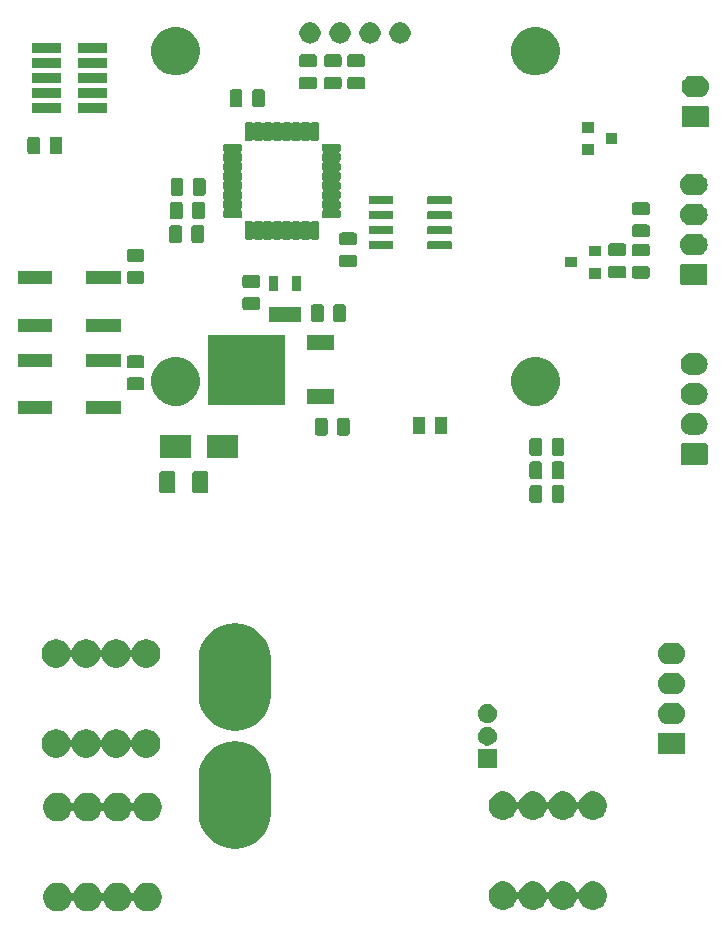
<source format=gbr>
G04 #@! TF.GenerationSoftware,KiCad,Pcbnew,(5.1.6)-1*
G04 #@! TF.CreationDate,2020-10-31T14:21:40+01:00*
G04 #@! TF.ProjectId,Batmonitor,4261746d-6f6e-4697-946f-722e6b696361,rev?*
G04 #@! TF.SameCoordinates,Original*
G04 #@! TF.FileFunction,Soldermask,Top*
G04 #@! TF.FilePolarity,Negative*
%FSLAX46Y46*%
G04 Gerber Fmt 4.6, Leading zero omitted, Abs format (unit mm)*
G04 Created by KiCad (PCBNEW (5.1.6)-1) date 2020-10-31 14:21:40*
%MOMM*%
%LPD*%
G01*
G04 APERTURE LIST*
%ADD10C,0.100000*%
G04 APERTURE END LIST*
D10*
G36*
X105350318Y-133465153D02*
G01*
X105568885Y-133555687D01*
X105568887Y-133555688D01*
X105765593Y-133687122D01*
X105932878Y-133854407D01*
X105984132Y-133931115D01*
X106064313Y-134051115D01*
X106154516Y-134268883D01*
X106166067Y-134290494D01*
X106181613Y-134309436D01*
X106200554Y-134324981D01*
X106222165Y-134336532D01*
X106245614Y-134343645D01*
X106270000Y-134346047D01*
X106294386Y-134343645D01*
X106317835Y-134336532D01*
X106339446Y-134324981D01*
X106358388Y-134309435D01*
X106373933Y-134290494D01*
X106385484Y-134268883D01*
X106475687Y-134051115D01*
X106555868Y-133931115D01*
X106607122Y-133854407D01*
X106774407Y-133687122D01*
X106971113Y-133555688D01*
X106971115Y-133555687D01*
X107189682Y-133465153D01*
X107421710Y-133419000D01*
X107658290Y-133419000D01*
X107890318Y-133465153D01*
X108108885Y-133555687D01*
X108108887Y-133555688D01*
X108305593Y-133687122D01*
X108472878Y-133854407D01*
X108524132Y-133931115D01*
X108604313Y-134051115D01*
X108694516Y-134268883D01*
X108706067Y-134290494D01*
X108721613Y-134309436D01*
X108740554Y-134324981D01*
X108762165Y-134336532D01*
X108785614Y-134343645D01*
X108810000Y-134346047D01*
X108834386Y-134343645D01*
X108857835Y-134336532D01*
X108879446Y-134324981D01*
X108898388Y-134309435D01*
X108913933Y-134290494D01*
X108925484Y-134268883D01*
X109015687Y-134051115D01*
X109095868Y-133931115D01*
X109147122Y-133854407D01*
X109314407Y-133687122D01*
X109511113Y-133555688D01*
X109511115Y-133555687D01*
X109729682Y-133465153D01*
X109961710Y-133419000D01*
X110198290Y-133419000D01*
X110430318Y-133465153D01*
X110648885Y-133555687D01*
X110648887Y-133555688D01*
X110845593Y-133687122D01*
X111012878Y-133854407D01*
X111064132Y-133931115D01*
X111144313Y-134051115D01*
X111234516Y-134268883D01*
X111246067Y-134290494D01*
X111261613Y-134309436D01*
X111280554Y-134324981D01*
X111302165Y-134336532D01*
X111325614Y-134343645D01*
X111350000Y-134346047D01*
X111374386Y-134343645D01*
X111397835Y-134336532D01*
X111419446Y-134324981D01*
X111438388Y-134309435D01*
X111453933Y-134290494D01*
X111465484Y-134268883D01*
X111555687Y-134051115D01*
X111635868Y-133931115D01*
X111687122Y-133854407D01*
X111854407Y-133687122D01*
X112051113Y-133555688D01*
X112051115Y-133555687D01*
X112269682Y-133465153D01*
X112501710Y-133419000D01*
X112738290Y-133419000D01*
X112970318Y-133465153D01*
X113188885Y-133555687D01*
X113188887Y-133555688D01*
X113385593Y-133687122D01*
X113552878Y-133854407D01*
X113604132Y-133931115D01*
X113684313Y-134051115D01*
X113774847Y-134269682D01*
X113821000Y-134501710D01*
X113821000Y-134738290D01*
X113774847Y-134970318D01*
X113734019Y-135068885D01*
X113684312Y-135188887D01*
X113552878Y-135385593D01*
X113385593Y-135552878D01*
X113188887Y-135684312D01*
X113188886Y-135684313D01*
X113188885Y-135684313D01*
X112970318Y-135774847D01*
X112738290Y-135821000D01*
X112501710Y-135821000D01*
X112269682Y-135774847D01*
X112051115Y-135684313D01*
X112051114Y-135684313D01*
X112051113Y-135684312D01*
X111854407Y-135552878D01*
X111687122Y-135385593D01*
X111555688Y-135188887D01*
X111505981Y-135068885D01*
X111465484Y-134971117D01*
X111453933Y-134949506D01*
X111438387Y-134930564D01*
X111419446Y-134915019D01*
X111397835Y-134903468D01*
X111374386Y-134896355D01*
X111350000Y-134893953D01*
X111325614Y-134896355D01*
X111302165Y-134903468D01*
X111280554Y-134915019D01*
X111261612Y-134930565D01*
X111246067Y-134949506D01*
X111234516Y-134971117D01*
X111194019Y-135068885D01*
X111144312Y-135188887D01*
X111012878Y-135385593D01*
X110845593Y-135552878D01*
X110648887Y-135684312D01*
X110648886Y-135684313D01*
X110648885Y-135684313D01*
X110430318Y-135774847D01*
X110198290Y-135821000D01*
X109961710Y-135821000D01*
X109729682Y-135774847D01*
X109511115Y-135684313D01*
X109511114Y-135684313D01*
X109511113Y-135684312D01*
X109314407Y-135552878D01*
X109147122Y-135385593D01*
X109015688Y-135188887D01*
X108965981Y-135068885D01*
X108925484Y-134971117D01*
X108913933Y-134949506D01*
X108898387Y-134930564D01*
X108879446Y-134915019D01*
X108857835Y-134903468D01*
X108834386Y-134896355D01*
X108810000Y-134893953D01*
X108785614Y-134896355D01*
X108762165Y-134903468D01*
X108740554Y-134915019D01*
X108721612Y-134930565D01*
X108706067Y-134949506D01*
X108694516Y-134971117D01*
X108654019Y-135068885D01*
X108604312Y-135188887D01*
X108472878Y-135385593D01*
X108305593Y-135552878D01*
X108108887Y-135684312D01*
X108108886Y-135684313D01*
X108108885Y-135684313D01*
X107890318Y-135774847D01*
X107658290Y-135821000D01*
X107421710Y-135821000D01*
X107189682Y-135774847D01*
X106971115Y-135684313D01*
X106971114Y-135684313D01*
X106971113Y-135684312D01*
X106774407Y-135552878D01*
X106607122Y-135385593D01*
X106475688Y-135188887D01*
X106425981Y-135068885D01*
X106385484Y-134971117D01*
X106373933Y-134949506D01*
X106358387Y-134930564D01*
X106339446Y-134915019D01*
X106317835Y-134903468D01*
X106294386Y-134896355D01*
X106270000Y-134893953D01*
X106245614Y-134896355D01*
X106222165Y-134903468D01*
X106200554Y-134915019D01*
X106181612Y-134930565D01*
X106166067Y-134949506D01*
X106154516Y-134971117D01*
X106114019Y-135068885D01*
X106064312Y-135188887D01*
X105932878Y-135385593D01*
X105765593Y-135552878D01*
X105568887Y-135684312D01*
X105568886Y-135684313D01*
X105568885Y-135684313D01*
X105350318Y-135774847D01*
X105118290Y-135821000D01*
X104881710Y-135821000D01*
X104649682Y-135774847D01*
X104431115Y-135684313D01*
X104431114Y-135684313D01*
X104431113Y-135684312D01*
X104234407Y-135552878D01*
X104067122Y-135385593D01*
X103935688Y-135188887D01*
X103885981Y-135068885D01*
X103845153Y-134970318D01*
X103799000Y-134738290D01*
X103799000Y-134501710D01*
X103845153Y-134269682D01*
X103935687Y-134051115D01*
X104015868Y-133931115D01*
X104067122Y-133854407D01*
X104234407Y-133687122D01*
X104431113Y-133555688D01*
X104431115Y-133555687D01*
X104649682Y-133465153D01*
X104881710Y-133419000D01*
X105118290Y-133419000D01*
X105350318Y-133465153D01*
G37*
G36*
X143050318Y-133345153D02*
G01*
X143228599Y-133419000D01*
X143268887Y-133435688D01*
X143465593Y-133567122D01*
X143632878Y-133734407D01*
X143764312Y-133931113D01*
X143764313Y-133931115D01*
X143854516Y-134148883D01*
X143866067Y-134170494D01*
X143881613Y-134189436D01*
X143900554Y-134204981D01*
X143922165Y-134216532D01*
X143945614Y-134223645D01*
X143970000Y-134226047D01*
X143994386Y-134223645D01*
X144017835Y-134216532D01*
X144039446Y-134204981D01*
X144058388Y-134189435D01*
X144073933Y-134170494D01*
X144085484Y-134148883D01*
X144175687Y-133931115D01*
X144175688Y-133931113D01*
X144307122Y-133734407D01*
X144474407Y-133567122D01*
X144671113Y-133435688D01*
X144711401Y-133419000D01*
X144889682Y-133345153D01*
X145121710Y-133299000D01*
X145358290Y-133299000D01*
X145590318Y-133345153D01*
X145768599Y-133419000D01*
X145808887Y-133435688D01*
X146005593Y-133567122D01*
X146172878Y-133734407D01*
X146304312Y-133931113D01*
X146304313Y-133931115D01*
X146394516Y-134148883D01*
X146406067Y-134170494D01*
X146421613Y-134189436D01*
X146440554Y-134204981D01*
X146462165Y-134216532D01*
X146485614Y-134223645D01*
X146510000Y-134226047D01*
X146534386Y-134223645D01*
X146557835Y-134216532D01*
X146579446Y-134204981D01*
X146598388Y-134189435D01*
X146613933Y-134170494D01*
X146625484Y-134148883D01*
X146715687Y-133931115D01*
X146715688Y-133931113D01*
X146847122Y-133734407D01*
X147014407Y-133567122D01*
X147211113Y-133435688D01*
X147251401Y-133419000D01*
X147429682Y-133345153D01*
X147661710Y-133299000D01*
X147898290Y-133299000D01*
X148130318Y-133345153D01*
X148308599Y-133419000D01*
X148348887Y-133435688D01*
X148545593Y-133567122D01*
X148712878Y-133734407D01*
X148844312Y-133931113D01*
X148844313Y-133931115D01*
X148934516Y-134148883D01*
X148946067Y-134170494D01*
X148961613Y-134189436D01*
X148980554Y-134204981D01*
X149002165Y-134216532D01*
X149025614Y-134223645D01*
X149050000Y-134226047D01*
X149074386Y-134223645D01*
X149097835Y-134216532D01*
X149119446Y-134204981D01*
X149138388Y-134189435D01*
X149153933Y-134170494D01*
X149165484Y-134148883D01*
X149255687Y-133931115D01*
X149255688Y-133931113D01*
X149387122Y-133734407D01*
X149554407Y-133567122D01*
X149751113Y-133435688D01*
X149791401Y-133419000D01*
X149969682Y-133345153D01*
X150201710Y-133299000D01*
X150438290Y-133299000D01*
X150670318Y-133345153D01*
X150848599Y-133419000D01*
X150888887Y-133435688D01*
X151085593Y-133567122D01*
X151252878Y-133734407D01*
X151384312Y-133931113D01*
X151384313Y-133931115D01*
X151474847Y-134149682D01*
X151521000Y-134381710D01*
X151521000Y-134618290D01*
X151474847Y-134850318D01*
X151424810Y-134971117D01*
X151384312Y-135068887D01*
X151252878Y-135265593D01*
X151085593Y-135432878D01*
X150888887Y-135564312D01*
X150888886Y-135564313D01*
X150888885Y-135564313D01*
X150670318Y-135654847D01*
X150438290Y-135701000D01*
X150201710Y-135701000D01*
X149969682Y-135654847D01*
X149751115Y-135564313D01*
X149751114Y-135564313D01*
X149751113Y-135564312D01*
X149554407Y-135432878D01*
X149387122Y-135265593D01*
X149255688Y-135068887D01*
X149215190Y-134971117D01*
X149165484Y-134851117D01*
X149153933Y-134829506D01*
X149138387Y-134810564D01*
X149119446Y-134795019D01*
X149097835Y-134783468D01*
X149074386Y-134776355D01*
X149050000Y-134773953D01*
X149025614Y-134776355D01*
X149002165Y-134783468D01*
X148980554Y-134795019D01*
X148961612Y-134810565D01*
X148946067Y-134829506D01*
X148934516Y-134851117D01*
X148884810Y-134971117D01*
X148844312Y-135068887D01*
X148712878Y-135265593D01*
X148545593Y-135432878D01*
X148348887Y-135564312D01*
X148348886Y-135564313D01*
X148348885Y-135564313D01*
X148130318Y-135654847D01*
X147898290Y-135701000D01*
X147661710Y-135701000D01*
X147429682Y-135654847D01*
X147211115Y-135564313D01*
X147211114Y-135564313D01*
X147211113Y-135564312D01*
X147014407Y-135432878D01*
X146847122Y-135265593D01*
X146715688Y-135068887D01*
X146675190Y-134971117D01*
X146625484Y-134851117D01*
X146613933Y-134829506D01*
X146598387Y-134810564D01*
X146579446Y-134795019D01*
X146557835Y-134783468D01*
X146534386Y-134776355D01*
X146510000Y-134773953D01*
X146485614Y-134776355D01*
X146462165Y-134783468D01*
X146440554Y-134795019D01*
X146421612Y-134810565D01*
X146406067Y-134829506D01*
X146394516Y-134851117D01*
X146344810Y-134971117D01*
X146304312Y-135068887D01*
X146172878Y-135265593D01*
X146005593Y-135432878D01*
X145808887Y-135564312D01*
X145808886Y-135564313D01*
X145808885Y-135564313D01*
X145590318Y-135654847D01*
X145358290Y-135701000D01*
X145121710Y-135701000D01*
X144889682Y-135654847D01*
X144671115Y-135564313D01*
X144671114Y-135564313D01*
X144671113Y-135564312D01*
X144474407Y-135432878D01*
X144307122Y-135265593D01*
X144175688Y-135068887D01*
X144135190Y-134971117D01*
X144085484Y-134851117D01*
X144073933Y-134829506D01*
X144058387Y-134810564D01*
X144039446Y-134795019D01*
X144017835Y-134783468D01*
X143994386Y-134776355D01*
X143970000Y-134773953D01*
X143945614Y-134776355D01*
X143922165Y-134783468D01*
X143900554Y-134795019D01*
X143881612Y-134810565D01*
X143866067Y-134829506D01*
X143854516Y-134851117D01*
X143804810Y-134971117D01*
X143764312Y-135068887D01*
X143632878Y-135265593D01*
X143465593Y-135432878D01*
X143268887Y-135564312D01*
X143268886Y-135564313D01*
X143268885Y-135564313D01*
X143050318Y-135654847D01*
X142818290Y-135701000D01*
X142581710Y-135701000D01*
X142349682Y-135654847D01*
X142131115Y-135564313D01*
X142131114Y-135564313D01*
X142131113Y-135564312D01*
X141934407Y-135432878D01*
X141767122Y-135265593D01*
X141635688Y-135068887D01*
X141595190Y-134971117D01*
X141545153Y-134850318D01*
X141499000Y-134618290D01*
X141499000Y-134381710D01*
X141545153Y-134149682D01*
X141635687Y-133931115D01*
X141635688Y-133931113D01*
X141767122Y-133734407D01*
X141934407Y-133567122D01*
X142131113Y-133435688D01*
X142171401Y-133419000D01*
X142349682Y-133345153D01*
X142581710Y-133299000D01*
X142818290Y-133299000D01*
X143050318Y-133345153D01*
G37*
G36*
X120598098Y-121493145D02*
G01*
X121173218Y-121667606D01*
X121703244Y-121950911D01*
X122167822Y-122332178D01*
X122549089Y-122796755D01*
X122832394Y-123326781D01*
X123006855Y-123901901D01*
X123051000Y-124350116D01*
X123051000Y-127649884D01*
X123006855Y-128098099D01*
X122832394Y-128673219D01*
X122549089Y-129203245D01*
X122167822Y-129667822D01*
X121703245Y-130049089D01*
X121173219Y-130332394D01*
X120598099Y-130506855D01*
X120000000Y-130565762D01*
X119401902Y-130506855D01*
X118826782Y-130332394D01*
X118296756Y-130049089D01*
X117832179Y-129667822D01*
X117450912Y-129203245D01*
X117167607Y-128673219D01*
X116993145Y-128098099D01*
X116949000Y-127649884D01*
X116949000Y-124350117D01*
X116993145Y-123901902D01*
X117167606Y-123326782D01*
X117450911Y-122796756D01*
X117832178Y-122332178D01*
X118296755Y-121950911D01*
X118826781Y-121667606D01*
X119401901Y-121493145D01*
X120000000Y-121434238D01*
X120598098Y-121493145D01*
G37*
G36*
X105350318Y-125845153D02*
G01*
X105568885Y-125935687D01*
X105568887Y-125935688D01*
X105765593Y-126067122D01*
X105932878Y-126234407D01*
X106064312Y-126431113D01*
X106064313Y-126431115D01*
X106154516Y-126648883D01*
X106166067Y-126670494D01*
X106181613Y-126689436D01*
X106200554Y-126704981D01*
X106222165Y-126716532D01*
X106245614Y-126723645D01*
X106270000Y-126726047D01*
X106294386Y-126723645D01*
X106317835Y-126716532D01*
X106339446Y-126704981D01*
X106358388Y-126689435D01*
X106373933Y-126670494D01*
X106385484Y-126648883D01*
X106475687Y-126431115D01*
X106475688Y-126431113D01*
X106607122Y-126234407D01*
X106774407Y-126067122D01*
X106971113Y-125935688D01*
X106971115Y-125935687D01*
X107189682Y-125845153D01*
X107421710Y-125799000D01*
X107658290Y-125799000D01*
X107890318Y-125845153D01*
X108108885Y-125935687D01*
X108108887Y-125935688D01*
X108305593Y-126067122D01*
X108472878Y-126234407D01*
X108604312Y-126431113D01*
X108604313Y-126431115D01*
X108694516Y-126648883D01*
X108706067Y-126670494D01*
X108721613Y-126689436D01*
X108740554Y-126704981D01*
X108762165Y-126716532D01*
X108785614Y-126723645D01*
X108810000Y-126726047D01*
X108834386Y-126723645D01*
X108857835Y-126716532D01*
X108879446Y-126704981D01*
X108898388Y-126689435D01*
X108913933Y-126670494D01*
X108925484Y-126648883D01*
X109015687Y-126431115D01*
X109015688Y-126431113D01*
X109147122Y-126234407D01*
X109314407Y-126067122D01*
X109511113Y-125935688D01*
X109511115Y-125935687D01*
X109729682Y-125845153D01*
X109961710Y-125799000D01*
X110198290Y-125799000D01*
X110430318Y-125845153D01*
X110648885Y-125935687D01*
X110648887Y-125935688D01*
X110845593Y-126067122D01*
X111012878Y-126234407D01*
X111144312Y-126431113D01*
X111144313Y-126431115D01*
X111234516Y-126648883D01*
X111246067Y-126670494D01*
X111261613Y-126689436D01*
X111280554Y-126704981D01*
X111302165Y-126716532D01*
X111325614Y-126723645D01*
X111350000Y-126726047D01*
X111374386Y-126723645D01*
X111397835Y-126716532D01*
X111419446Y-126704981D01*
X111438388Y-126689435D01*
X111453933Y-126670494D01*
X111465484Y-126648883D01*
X111555687Y-126431115D01*
X111555688Y-126431113D01*
X111687122Y-126234407D01*
X111854407Y-126067122D01*
X112051113Y-125935688D01*
X112051115Y-125935687D01*
X112269682Y-125845153D01*
X112501710Y-125799000D01*
X112738290Y-125799000D01*
X112970318Y-125845153D01*
X113188885Y-125935687D01*
X113188887Y-125935688D01*
X113385593Y-126067122D01*
X113552878Y-126234407D01*
X113684312Y-126431113D01*
X113684313Y-126431115D01*
X113774847Y-126649682D01*
X113821000Y-126881710D01*
X113821000Y-127118290D01*
X113774847Y-127350318D01*
X113685370Y-127566332D01*
X113684312Y-127568887D01*
X113552878Y-127765593D01*
X113385593Y-127932878D01*
X113188887Y-128064312D01*
X113188886Y-128064313D01*
X113188885Y-128064313D01*
X112970318Y-128154847D01*
X112738290Y-128201000D01*
X112501710Y-128201000D01*
X112269682Y-128154847D01*
X112051115Y-128064313D01*
X112051114Y-128064313D01*
X112051113Y-128064312D01*
X111854407Y-127932878D01*
X111687122Y-127765593D01*
X111555688Y-127568887D01*
X111554630Y-127566332D01*
X111465484Y-127351117D01*
X111453933Y-127329506D01*
X111438387Y-127310564D01*
X111419446Y-127295019D01*
X111397835Y-127283468D01*
X111374386Y-127276355D01*
X111350000Y-127273953D01*
X111325614Y-127276355D01*
X111302165Y-127283468D01*
X111280554Y-127295019D01*
X111261612Y-127310565D01*
X111246067Y-127329506D01*
X111234516Y-127351117D01*
X111145370Y-127566332D01*
X111144312Y-127568887D01*
X111012878Y-127765593D01*
X110845593Y-127932878D01*
X110648887Y-128064312D01*
X110648886Y-128064313D01*
X110648885Y-128064313D01*
X110430318Y-128154847D01*
X110198290Y-128201000D01*
X109961710Y-128201000D01*
X109729682Y-128154847D01*
X109511115Y-128064313D01*
X109511114Y-128064313D01*
X109511113Y-128064312D01*
X109314407Y-127932878D01*
X109147122Y-127765593D01*
X109015688Y-127568887D01*
X109014630Y-127566332D01*
X108925484Y-127351117D01*
X108913933Y-127329506D01*
X108898387Y-127310564D01*
X108879446Y-127295019D01*
X108857835Y-127283468D01*
X108834386Y-127276355D01*
X108810000Y-127273953D01*
X108785614Y-127276355D01*
X108762165Y-127283468D01*
X108740554Y-127295019D01*
X108721612Y-127310565D01*
X108706067Y-127329506D01*
X108694516Y-127351117D01*
X108605370Y-127566332D01*
X108604312Y-127568887D01*
X108472878Y-127765593D01*
X108305593Y-127932878D01*
X108108887Y-128064312D01*
X108108886Y-128064313D01*
X108108885Y-128064313D01*
X107890318Y-128154847D01*
X107658290Y-128201000D01*
X107421710Y-128201000D01*
X107189682Y-128154847D01*
X106971115Y-128064313D01*
X106971114Y-128064313D01*
X106971113Y-128064312D01*
X106774407Y-127932878D01*
X106607122Y-127765593D01*
X106475688Y-127568887D01*
X106474630Y-127566332D01*
X106385484Y-127351117D01*
X106373933Y-127329506D01*
X106358387Y-127310564D01*
X106339446Y-127295019D01*
X106317835Y-127283468D01*
X106294386Y-127276355D01*
X106270000Y-127273953D01*
X106245614Y-127276355D01*
X106222165Y-127283468D01*
X106200554Y-127295019D01*
X106181612Y-127310565D01*
X106166067Y-127329506D01*
X106154516Y-127351117D01*
X106065370Y-127566332D01*
X106064312Y-127568887D01*
X105932878Y-127765593D01*
X105765593Y-127932878D01*
X105568887Y-128064312D01*
X105568886Y-128064313D01*
X105568885Y-128064313D01*
X105350318Y-128154847D01*
X105118290Y-128201000D01*
X104881710Y-128201000D01*
X104649682Y-128154847D01*
X104431115Y-128064313D01*
X104431114Y-128064313D01*
X104431113Y-128064312D01*
X104234407Y-127932878D01*
X104067122Y-127765593D01*
X103935688Y-127568887D01*
X103934630Y-127566332D01*
X103845153Y-127350318D01*
X103799000Y-127118290D01*
X103799000Y-126881710D01*
X103845153Y-126649682D01*
X103935687Y-126431115D01*
X103935688Y-126431113D01*
X104067122Y-126234407D01*
X104234407Y-126067122D01*
X104431113Y-125935688D01*
X104431115Y-125935687D01*
X104649682Y-125845153D01*
X104881710Y-125799000D01*
X105118290Y-125799000D01*
X105350318Y-125845153D01*
G37*
G36*
X143050318Y-125725153D02*
G01*
X143228599Y-125799000D01*
X143268887Y-125815688D01*
X143465593Y-125947122D01*
X143632878Y-126114407D01*
X143714345Y-126236332D01*
X143764313Y-126311115D01*
X143854516Y-126528883D01*
X143866067Y-126550494D01*
X143881613Y-126569436D01*
X143900554Y-126584981D01*
X143922165Y-126596532D01*
X143945614Y-126603645D01*
X143970000Y-126606047D01*
X143994386Y-126603645D01*
X144017835Y-126596532D01*
X144039446Y-126584981D01*
X144058388Y-126569435D01*
X144073933Y-126550494D01*
X144085484Y-126528883D01*
X144175687Y-126311115D01*
X144225655Y-126236332D01*
X144307122Y-126114407D01*
X144474407Y-125947122D01*
X144671113Y-125815688D01*
X144711401Y-125799000D01*
X144889682Y-125725153D01*
X145121710Y-125679000D01*
X145358290Y-125679000D01*
X145590318Y-125725153D01*
X145768599Y-125799000D01*
X145808887Y-125815688D01*
X146005593Y-125947122D01*
X146172878Y-126114407D01*
X146254345Y-126236332D01*
X146304313Y-126311115D01*
X146394516Y-126528883D01*
X146406067Y-126550494D01*
X146421613Y-126569436D01*
X146440554Y-126584981D01*
X146462165Y-126596532D01*
X146485614Y-126603645D01*
X146510000Y-126606047D01*
X146534386Y-126603645D01*
X146557835Y-126596532D01*
X146579446Y-126584981D01*
X146598388Y-126569435D01*
X146613933Y-126550494D01*
X146625484Y-126528883D01*
X146715687Y-126311115D01*
X146765655Y-126236332D01*
X146847122Y-126114407D01*
X147014407Y-125947122D01*
X147211113Y-125815688D01*
X147251401Y-125799000D01*
X147429682Y-125725153D01*
X147661710Y-125679000D01*
X147898290Y-125679000D01*
X148130318Y-125725153D01*
X148308599Y-125799000D01*
X148348887Y-125815688D01*
X148545593Y-125947122D01*
X148712878Y-126114407D01*
X148794345Y-126236332D01*
X148844313Y-126311115D01*
X148934516Y-126528883D01*
X148946067Y-126550494D01*
X148961613Y-126569436D01*
X148980554Y-126584981D01*
X149002165Y-126596532D01*
X149025614Y-126603645D01*
X149050000Y-126606047D01*
X149074386Y-126603645D01*
X149097835Y-126596532D01*
X149119446Y-126584981D01*
X149138388Y-126569435D01*
X149153933Y-126550494D01*
X149165484Y-126528883D01*
X149255687Y-126311115D01*
X149305655Y-126236332D01*
X149387122Y-126114407D01*
X149554407Y-125947122D01*
X149751113Y-125815688D01*
X149791401Y-125799000D01*
X149969682Y-125725153D01*
X150201710Y-125679000D01*
X150438290Y-125679000D01*
X150670318Y-125725153D01*
X150848599Y-125799000D01*
X150888887Y-125815688D01*
X151085593Y-125947122D01*
X151252878Y-126114407D01*
X151334345Y-126236332D01*
X151384313Y-126311115D01*
X151474847Y-126529682D01*
X151521000Y-126761710D01*
X151521000Y-126998290D01*
X151474847Y-127230318D01*
X151424810Y-127351117D01*
X151384312Y-127448887D01*
X151252878Y-127645593D01*
X151085593Y-127812878D01*
X150888887Y-127944312D01*
X150888886Y-127944313D01*
X150888885Y-127944313D01*
X150670318Y-128034847D01*
X150438290Y-128081000D01*
X150201710Y-128081000D01*
X149969682Y-128034847D01*
X149751115Y-127944313D01*
X149751114Y-127944313D01*
X149751113Y-127944312D01*
X149554407Y-127812878D01*
X149387122Y-127645593D01*
X149255688Y-127448887D01*
X149215190Y-127351117D01*
X149165484Y-127231117D01*
X149153933Y-127209506D01*
X149138387Y-127190564D01*
X149119446Y-127175019D01*
X149097835Y-127163468D01*
X149074386Y-127156355D01*
X149050000Y-127153953D01*
X149025614Y-127156355D01*
X149002165Y-127163468D01*
X148980554Y-127175019D01*
X148961612Y-127190565D01*
X148946067Y-127209506D01*
X148934516Y-127231117D01*
X148884810Y-127351117D01*
X148844312Y-127448887D01*
X148712878Y-127645593D01*
X148545593Y-127812878D01*
X148348887Y-127944312D01*
X148348886Y-127944313D01*
X148348885Y-127944313D01*
X148130318Y-128034847D01*
X147898290Y-128081000D01*
X147661710Y-128081000D01*
X147429682Y-128034847D01*
X147211115Y-127944313D01*
X147211114Y-127944313D01*
X147211113Y-127944312D01*
X147014407Y-127812878D01*
X146847122Y-127645593D01*
X146715688Y-127448887D01*
X146675190Y-127351117D01*
X146625484Y-127231117D01*
X146613933Y-127209506D01*
X146598387Y-127190564D01*
X146579446Y-127175019D01*
X146557835Y-127163468D01*
X146534386Y-127156355D01*
X146510000Y-127153953D01*
X146485614Y-127156355D01*
X146462165Y-127163468D01*
X146440554Y-127175019D01*
X146421612Y-127190565D01*
X146406067Y-127209506D01*
X146394516Y-127231117D01*
X146344810Y-127351117D01*
X146304312Y-127448887D01*
X146172878Y-127645593D01*
X146005593Y-127812878D01*
X145808887Y-127944312D01*
X145808886Y-127944313D01*
X145808885Y-127944313D01*
X145590318Y-128034847D01*
X145358290Y-128081000D01*
X145121710Y-128081000D01*
X144889682Y-128034847D01*
X144671115Y-127944313D01*
X144671114Y-127944313D01*
X144671113Y-127944312D01*
X144474407Y-127812878D01*
X144307122Y-127645593D01*
X144175688Y-127448887D01*
X144135190Y-127351117D01*
X144085484Y-127231117D01*
X144073933Y-127209506D01*
X144058387Y-127190564D01*
X144039446Y-127175019D01*
X144017835Y-127163468D01*
X143994386Y-127156355D01*
X143970000Y-127153953D01*
X143945614Y-127156355D01*
X143922165Y-127163468D01*
X143900554Y-127175019D01*
X143881612Y-127190565D01*
X143866067Y-127209506D01*
X143854516Y-127231117D01*
X143804810Y-127351117D01*
X143764312Y-127448887D01*
X143632878Y-127645593D01*
X143465593Y-127812878D01*
X143268887Y-127944312D01*
X143268886Y-127944313D01*
X143268885Y-127944313D01*
X143050318Y-128034847D01*
X142818290Y-128081000D01*
X142581710Y-128081000D01*
X142349682Y-128034847D01*
X142131115Y-127944313D01*
X142131114Y-127944313D01*
X142131113Y-127944312D01*
X141934407Y-127812878D01*
X141767122Y-127645593D01*
X141635688Y-127448887D01*
X141595190Y-127351117D01*
X141545153Y-127230318D01*
X141499000Y-126998290D01*
X141499000Y-126761710D01*
X141545153Y-126529682D01*
X141635687Y-126311115D01*
X141685655Y-126236332D01*
X141767122Y-126114407D01*
X141934407Y-125947122D01*
X142131113Y-125815688D01*
X142171401Y-125799000D01*
X142349682Y-125725153D01*
X142581710Y-125679000D01*
X142818290Y-125679000D01*
X143050318Y-125725153D01*
G37*
G36*
X142201000Y-123711000D02*
G01*
X140599000Y-123711000D01*
X140599000Y-122109000D01*
X142201000Y-122109000D01*
X142201000Y-123711000D01*
G37*
G36*
X105230318Y-120465153D02*
G01*
X105448885Y-120555687D01*
X105448887Y-120555688D01*
X105645593Y-120687122D01*
X105812878Y-120854407D01*
X105885874Y-120963654D01*
X105944313Y-121051115D01*
X106034516Y-121268883D01*
X106046067Y-121290494D01*
X106061613Y-121309436D01*
X106080554Y-121324981D01*
X106102165Y-121336532D01*
X106125614Y-121343645D01*
X106150000Y-121346047D01*
X106174386Y-121343645D01*
X106197835Y-121336532D01*
X106219446Y-121324981D01*
X106238388Y-121309435D01*
X106253933Y-121290494D01*
X106265484Y-121268883D01*
X106355687Y-121051115D01*
X106414126Y-120963654D01*
X106487122Y-120854407D01*
X106654407Y-120687122D01*
X106851113Y-120555688D01*
X106851115Y-120555687D01*
X107069682Y-120465153D01*
X107301710Y-120419000D01*
X107538290Y-120419000D01*
X107770318Y-120465153D01*
X107988885Y-120555687D01*
X107988887Y-120555688D01*
X108185593Y-120687122D01*
X108352878Y-120854407D01*
X108425874Y-120963654D01*
X108484313Y-121051115D01*
X108574516Y-121268883D01*
X108586067Y-121290494D01*
X108601613Y-121309436D01*
X108620554Y-121324981D01*
X108642165Y-121336532D01*
X108665614Y-121343645D01*
X108690000Y-121346047D01*
X108714386Y-121343645D01*
X108737835Y-121336532D01*
X108759446Y-121324981D01*
X108778388Y-121309435D01*
X108793933Y-121290494D01*
X108805484Y-121268883D01*
X108895687Y-121051115D01*
X108954126Y-120963654D01*
X109027122Y-120854407D01*
X109194407Y-120687122D01*
X109391113Y-120555688D01*
X109391115Y-120555687D01*
X109609682Y-120465153D01*
X109841710Y-120419000D01*
X110078290Y-120419000D01*
X110310318Y-120465153D01*
X110528885Y-120555687D01*
X110528887Y-120555688D01*
X110725593Y-120687122D01*
X110892878Y-120854407D01*
X110965874Y-120963654D01*
X111024313Y-121051115D01*
X111114516Y-121268883D01*
X111126067Y-121290494D01*
X111141613Y-121309436D01*
X111160554Y-121324981D01*
X111182165Y-121336532D01*
X111205614Y-121343645D01*
X111230000Y-121346047D01*
X111254386Y-121343645D01*
X111277835Y-121336532D01*
X111299446Y-121324981D01*
X111318388Y-121309435D01*
X111333933Y-121290494D01*
X111345484Y-121268883D01*
X111435687Y-121051115D01*
X111494126Y-120963654D01*
X111567122Y-120854407D01*
X111734407Y-120687122D01*
X111931113Y-120555688D01*
X111931115Y-120555687D01*
X112149682Y-120465153D01*
X112381710Y-120419000D01*
X112618290Y-120419000D01*
X112850318Y-120465153D01*
X113068885Y-120555687D01*
X113068887Y-120555688D01*
X113265593Y-120687122D01*
X113432878Y-120854407D01*
X113505874Y-120963654D01*
X113564313Y-121051115D01*
X113654847Y-121269682D01*
X113701000Y-121501710D01*
X113701000Y-121738290D01*
X113654847Y-121970318D01*
X113567350Y-122181552D01*
X113564312Y-122188887D01*
X113432878Y-122385593D01*
X113265593Y-122552878D01*
X113068887Y-122684312D01*
X113068886Y-122684313D01*
X113068885Y-122684313D01*
X112850318Y-122774847D01*
X112618290Y-122821000D01*
X112381710Y-122821000D01*
X112149682Y-122774847D01*
X111931115Y-122684313D01*
X111931114Y-122684313D01*
X111931113Y-122684312D01*
X111734407Y-122552878D01*
X111567122Y-122385593D01*
X111435688Y-122188887D01*
X111432650Y-122181552D01*
X111345484Y-121971117D01*
X111333933Y-121949506D01*
X111318387Y-121930564D01*
X111299446Y-121915019D01*
X111277835Y-121903468D01*
X111254386Y-121896355D01*
X111230000Y-121893953D01*
X111205614Y-121896355D01*
X111182165Y-121903468D01*
X111160554Y-121915019D01*
X111141612Y-121930565D01*
X111126067Y-121949506D01*
X111114516Y-121971117D01*
X111027350Y-122181552D01*
X111024312Y-122188887D01*
X110892878Y-122385593D01*
X110725593Y-122552878D01*
X110528887Y-122684312D01*
X110528886Y-122684313D01*
X110528885Y-122684313D01*
X110310318Y-122774847D01*
X110078290Y-122821000D01*
X109841710Y-122821000D01*
X109609682Y-122774847D01*
X109391115Y-122684313D01*
X109391114Y-122684313D01*
X109391113Y-122684312D01*
X109194407Y-122552878D01*
X109027122Y-122385593D01*
X108895688Y-122188887D01*
X108892650Y-122181552D01*
X108805484Y-121971117D01*
X108793933Y-121949506D01*
X108778387Y-121930564D01*
X108759446Y-121915019D01*
X108737835Y-121903468D01*
X108714386Y-121896355D01*
X108690000Y-121893953D01*
X108665614Y-121896355D01*
X108642165Y-121903468D01*
X108620554Y-121915019D01*
X108601612Y-121930565D01*
X108586067Y-121949506D01*
X108574516Y-121971117D01*
X108487350Y-122181552D01*
X108484312Y-122188887D01*
X108352878Y-122385593D01*
X108185593Y-122552878D01*
X107988887Y-122684312D01*
X107988886Y-122684313D01*
X107988885Y-122684313D01*
X107770318Y-122774847D01*
X107538290Y-122821000D01*
X107301710Y-122821000D01*
X107069682Y-122774847D01*
X106851115Y-122684313D01*
X106851114Y-122684313D01*
X106851113Y-122684312D01*
X106654407Y-122552878D01*
X106487122Y-122385593D01*
X106355688Y-122188887D01*
X106352650Y-122181552D01*
X106265484Y-121971117D01*
X106253933Y-121949506D01*
X106238387Y-121930564D01*
X106219446Y-121915019D01*
X106197835Y-121903468D01*
X106174386Y-121896355D01*
X106150000Y-121893953D01*
X106125614Y-121896355D01*
X106102165Y-121903468D01*
X106080554Y-121915019D01*
X106061612Y-121930565D01*
X106046067Y-121949506D01*
X106034516Y-121971117D01*
X105947350Y-122181552D01*
X105944312Y-122188887D01*
X105812878Y-122385593D01*
X105645593Y-122552878D01*
X105448887Y-122684312D01*
X105448886Y-122684313D01*
X105448885Y-122684313D01*
X105230318Y-122774847D01*
X104998290Y-122821000D01*
X104761710Y-122821000D01*
X104529682Y-122774847D01*
X104311115Y-122684313D01*
X104311114Y-122684313D01*
X104311113Y-122684312D01*
X104114407Y-122552878D01*
X103947122Y-122385593D01*
X103815688Y-122188887D01*
X103812650Y-122181552D01*
X103725153Y-121970318D01*
X103679000Y-121738290D01*
X103679000Y-121501710D01*
X103725153Y-121269682D01*
X103815687Y-121051115D01*
X103874126Y-120963654D01*
X103947122Y-120854407D01*
X104114407Y-120687122D01*
X104311113Y-120555688D01*
X104311115Y-120555687D01*
X104529682Y-120465153D01*
X104761710Y-120419000D01*
X104998290Y-120419000D01*
X105230318Y-120465153D01*
G37*
G36*
X158004561Y-120702966D02*
G01*
X158037383Y-120712923D01*
X158067632Y-120729092D01*
X158094148Y-120750852D01*
X158115908Y-120777368D01*
X158132077Y-120807617D01*
X158142034Y-120840439D01*
X158146000Y-120880713D01*
X158146000Y-122359287D01*
X158142034Y-122399561D01*
X158132077Y-122432383D01*
X158115908Y-122462632D01*
X158094148Y-122489148D01*
X158067632Y-122510908D01*
X158037383Y-122527077D01*
X158004561Y-122537034D01*
X157964287Y-122541000D01*
X156035713Y-122541000D01*
X155995439Y-122537034D01*
X155962617Y-122527077D01*
X155932368Y-122510908D01*
X155905852Y-122489148D01*
X155884092Y-122462632D01*
X155867923Y-122432383D01*
X155857966Y-122399561D01*
X155854000Y-122359287D01*
X155854000Y-120880713D01*
X155857966Y-120840439D01*
X155867923Y-120807617D01*
X155884092Y-120777368D01*
X155905852Y-120750852D01*
X155932368Y-120729092D01*
X155962617Y-120712923D01*
X155995439Y-120702966D01*
X156035713Y-120699000D01*
X157964287Y-120699000D01*
X158004561Y-120702966D01*
G37*
G36*
X141633642Y-120229781D02*
G01*
X141779414Y-120290162D01*
X141779416Y-120290163D01*
X141910608Y-120377822D01*
X142022178Y-120489392D01*
X142066475Y-120555688D01*
X142109838Y-120620586D01*
X142170219Y-120766358D01*
X142201000Y-120921107D01*
X142201000Y-121078893D01*
X142170219Y-121233642D01*
X142146670Y-121290494D01*
X142109837Y-121379416D01*
X142022178Y-121510608D01*
X141910608Y-121622178D01*
X141779416Y-121709837D01*
X141779415Y-121709838D01*
X141779414Y-121709838D01*
X141633642Y-121770219D01*
X141478893Y-121801000D01*
X141321107Y-121801000D01*
X141166358Y-121770219D01*
X141020586Y-121709838D01*
X141020585Y-121709838D01*
X141020584Y-121709837D01*
X140889392Y-121622178D01*
X140777822Y-121510608D01*
X140690163Y-121379416D01*
X140653330Y-121290494D01*
X140629781Y-121233642D01*
X140599000Y-121078893D01*
X140599000Y-120921107D01*
X140629781Y-120766358D01*
X140690162Y-120620586D01*
X140733525Y-120555688D01*
X140777822Y-120489392D01*
X140889392Y-120377822D01*
X141020584Y-120290163D01*
X141020586Y-120290162D01*
X141166358Y-120229781D01*
X141321107Y-120199000D01*
X141478893Y-120199000D01*
X141633642Y-120229781D01*
G37*
G36*
X120598098Y-111493145D02*
G01*
X121173218Y-111667606D01*
X121703244Y-111950911D01*
X122167822Y-112332178D01*
X122549089Y-112796755D01*
X122832394Y-113326781D01*
X123006855Y-113901901D01*
X123051000Y-114350116D01*
X123051000Y-117649884D01*
X123006855Y-118098099D01*
X122832394Y-118673219D01*
X122549089Y-119203245D01*
X122167822Y-119667822D01*
X121703245Y-120049089D01*
X121173219Y-120332394D01*
X120598099Y-120506855D01*
X120000000Y-120565762D01*
X119401902Y-120506855D01*
X118826782Y-120332394D01*
X118296756Y-120049089D01*
X117832179Y-119667822D01*
X117450912Y-119203245D01*
X117167607Y-118673219D01*
X116993145Y-118098099D01*
X116949000Y-117649884D01*
X116949000Y-114350117D01*
X116993145Y-113901902D01*
X117167606Y-113326782D01*
X117450911Y-112796756D01*
X117832178Y-112332178D01*
X118296755Y-111950911D01*
X118826781Y-111667606D01*
X119401901Y-111493145D01*
X120000000Y-111434238D01*
X120598098Y-111493145D01*
G37*
G36*
X157315345Y-118163442D02*
G01*
X157405548Y-118172326D01*
X157579157Y-118224990D01*
X157739156Y-118310511D01*
X157782729Y-118346271D01*
X157879397Y-118425603D01*
X157958729Y-118522271D01*
X157994489Y-118565844D01*
X158080010Y-118725843D01*
X158132674Y-118899452D01*
X158150456Y-119080000D01*
X158132674Y-119260548D01*
X158080010Y-119434157D01*
X157994489Y-119594156D01*
X157962062Y-119633668D01*
X157879397Y-119734397D01*
X157782729Y-119813729D01*
X157739156Y-119849489D01*
X157579157Y-119935010D01*
X157405548Y-119987674D01*
X157337053Y-119994420D01*
X157270245Y-120001000D01*
X156729755Y-120001000D01*
X156662947Y-119994420D01*
X156594452Y-119987674D01*
X156420843Y-119935010D01*
X156260844Y-119849489D01*
X156217271Y-119813729D01*
X156120603Y-119734397D01*
X156037938Y-119633668D01*
X156005511Y-119594156D01*
X155919990Y-119434157D01*
X155867326Y-119260548D01*
X155849544Y-119080000D01*
X155867326Y-118899452D01*
X155919990Y-118725843D01*
X156005511Y-118565844D01*
X156041271Y-118522271D01*
X156120603Y-118425603D01*
X156217271Y-118346271D01*
X156260844Y-118310511D01*
X156420843Y-118224990D01*
X156594452Y-118172326D01*
X156684655Y-118163442D01*
X156729755Y-118159000D01*
X157270245Y-118159000D01*
X157315345Y-118163442D01*
G37*
G36*
X141633642Y-118319781D02*
G01*
X141779414Y-118380162D01*
X141779416Y-118380163D01*
X141910608Y-118467822D01*
X142022178Y-118579392D01*
X142109837Y-118710584D01*
X142109838Y-118710586D01*
X142170219Y-118856358D01*
X142201000Y-119011107D01*
X142201000Y-119168893D01*
X142170219Y-119323642D01*
X142132945Y-119413629D01*
X142109837Y-119469416D01*
X142022178Y-119600608D01*
X141910608Y-119712178D01*
X141779416Y-119799837D01*
X141779415Y-119799838D01*
X141779414Y-119799838D01*
X141633642Y-119860219D01*
X141478893Y-119891000D01*
X141321107Y-119891000D01*
X141166358Y-119860219D01*
X141020586Y-119799838D01*
X141020585Y-119799838D01*
X141020584Y-119799837D01*
X140889392Y-119712178D01*
X140777822Y-119600608D01*
X140690163Y-119469416D01*
X140667055Y-119413629D01*
X140629781Y-119323642D01*
X140599000Y-119168893D01*
X140599000Y-119011107D01*
X140629781Y-118856358D01*
X140690162Y-118710586D01*
X140690163Y-118710584D01*
X140777822Y-118579392D01*
X140889392Y-118467822D01*
X141020584Y-118380163D01*
X141020586Y-118380162D01*
X141166358Y-118319781D01*
X141321107Y-118289000D01*
X141478893Y-118289000D01*
X141633642Y-118319781D01*
G37*
G36*
X157315345Y-115623442D02*
G01*
X157405548Y-115632326D01*
X157579157Y-115684990D01*
X157739156Y-115770511D01*
X157782729Y-115806271D01*
X157879397Y-115885603D01*
X157958729Y-115982271D01*
X157994489Y-116025844D01*
X158080010Y-116185843D01*
X158132674Y-116359452D01*
X158150456Y-116540000D01*
X158132674Y-116720548D01*
X158080010Y-116894157D01*
X157994489Y-117054156D01*
X157981756Y-117069671D01*
X157879397Y-117194397D01*
X157782729Y-117273729D01*
X157739156Y-117309489D01*
X157579157Y-117395010D01*
X157405548Y-117447674D01*
X157315345Y-117456558D01*
X157270245Y-117461000D01*
X156729755Y-117461000D01*
X156684655Y-117456558D01*
X156594452Y-117447674D01*
X156420843Y-117395010D01*
X156260844Y-117309489D01*
X156217271Y-117273729D01*
X156120603Y-117194397D01*
X156018244Y-117069671D01*
X156005511Y-117054156D01*
X155919990Y-116894157D01*
X155867326Y-116720548D01*
X155849544Y-116540000D01*
X155867326Y-116359452D01*
X155919990Y-116185843D01*
X156005511Y-116025844D01*
X156041271Y-115982271D01*
X156120603Y-115885603D01*
X156217271Y-115806271D01*
X156260844Y-115770511D01*
X156420843Y-115684990D01*
X156594452Y-115632326D01*
X156684655Y-115623442D01*
X156729755Y-115619000D01*
X157270245Y-115619000D01*
X157315345Y-115623442D01*
G37*
G36*
X105230318Y-112845153D02*
G01*
X105438902Y-112931552D01*
X105448887Y-112935688D01*
X105645593Y-113067122D01*
X105812878Y-113234407D01*
X105887176Y-113345603D01*
X105944313Y-113431115D01*
X106034516Y-113648883D01*
X106046067Y-113670494D01*
X106061613Y-113689436D01*
X106080554Y-113704981D01*
X106102165Y-113716532D01*
X106125614Y-113723645D01*
X106150000Y-113726047D01*
X106174386Y-113723645D01*
X106197835Y-113716532D01*
X106219446Y-113704981D01*
X106238388Y-113689435D01*
X106253933Y-113670494D01*
X106265484Y-113648883D01*
X106355687Y-113431115D01*
X106412824Y-113345603D01*
X106487122Y-113234407D01*
X106654407Y-113067122D01*
X106851113Y-112935688D01*
X106861098Y-112931552D01*
X107069682Y-112845153D01*
X107301710Y-112799000D01*
X107538290Y-112799000D01*
X107770318Y-112845153D01*
X107978902Y-112931552D01*
X107988887Y-112935688D01*
X108185593Y-113067122D01*
X108352878Y-113234407D01*
X108427176Y-113345603D01*
X108484313Y-113431115D01*
X108574516Y-113648883D01*
X108586067Y-113670494D01*
X108601613Y-113689436D01*
X108620554Y-113704981D01*
X108642165Y-113716532D01*
X108665614Y-113723645D01*
X108690000Y-113726047D01*
X108714386Y-113723645D01*
X108737835Y-113716532D01*
X108759446Y-113704981D01*
X108778388Y-113689435D01*
X108793933Y-113670494D01*
X108805484Y-113648883D01*
X108895687Y-113431115D01*
X108952824Y-113345603D01*
X109027122Y-113234407D01*
X109194407Y-113067122D01*
X109391113Y-112935688D01*
X109401098Y-112931552D01*
X109609682Y-112845153D01*
X109841710Y-112799000D01*
X110078290Y-112799000D01*
X110310318Y-112845153D01*
X110518902Y-112931552D01*
X110528887Y-112935688D01*
X110725593Y-113067122D01*
X110892878Y-113234407D01*
X110967176Y-113345603D01*
X111024313Y-113431115D01*
X111114516Y-113648883D01*
X111126067Y-113670494D01*
X111141613Y-113689436D01*
X111160554Y-113704981D01*
X111182165Y-113716532D01*
X111205614Y-113723645D01*
X111230000Y-113726047D01*
X111254386Y-113723645D01*
X111277835Y-113716532D01*
X111299446Y-113704981D01*
X111318388Y-113689435D01*
X111333933Y-113670494D01*
X111345484Y-113648883D01*
X111435687Y-113431115D01*
X111492824Y-113345603D01*
X111567122Y-113234407D01*
X111734407Y-113067122D01*
X111931113Y-112935688D01*
X111941098Y-112931552D01*
X112149682Y-112845153D01*
X112381710Y-112799000D01*
X112618290Y-112799000D01*
X112850318Y-112845153D01*
X113058902Y-112931552D01*
X113068887Y-112935688D01*
X113265593Y-113067122D01*
X113432878Y-113234407D01*
X113507176Y-113345603D01*
X113564313Y-113431115D01*
X113654847Y-113649682D01*
X113701000Y-113881710D01*
X113701000Y-114118290D01*
X113654847Y-114350318D01*
X113564313Y-114568885D01*
X113564312Y-114568887D01*
X113432878Y-114765593D01*
X113265593Y-114932878D01*
X113068887Y-115064312D01*
X113068886Y-115064313D01*
X113068885Y-115064313D01*
X112850318Y-115154847D01*
X112618290Y-115201000D01*
X112381710Y-115201000D01*
X112149682Y-115154847D01*
X111931115Y-115064313D01*
X111931114Y-115064313D01*
X111931113Y-115064312D01*
X111734407Y-114932878D01*
X111567122Y-114765593D01*
X111435688Y-114568887D01*
X111435687Y-114568885D01*
X111345484Y-114351117D01*
X111333933Y-114329506D01*
X111318387Y-114310564D01*
X111299446Y-114295019D01*
X111277835Y-114283468D01*
X111254386Y-114276355D01*
X111230000Y-114273953D01*
X111205614Y-114276355D01*
X111182165Y-114283468D01*
X111160554Y-114295019D01*
X111141612Y-114310565D01*
X111126067Y-114329506D01*
X111114516Y-114351117D01*
X111024313Y-114568885D01*
X111024312Y-114568887D01*
X110892878Y-114765593D01*
X110725593Y-114932878D01*
X110528887Y-115064312D01*
X110528886Y-115064313D01*
X110528885Y-115064313D01*
X110310318Y-115154847D01*
X110078290Y-115201000D01*
X109841710Y-115201000D01*
X109609682Y-115154847D01*
X109391115Y-115064313D01*
X109391114Y-115064313D01*
X109391113Y-115064312D01*
X109194407Y-114932878D01*
X109027122Y-114765593D01*
X108895688Y-114568887D01*
X108895687Y-114568885D01*
X108805484Y-114351117D01*
X108793933Y-114329506D01*
X108778387Y-114310564D01*
X108759446Y-114295019D01*
X108737835Y-114283468D01*
X108714386Y-114276355D01*
X108690000Y-114273953D01*
X108665614Y-114276355D01*
X108642165Y-114283468D01*
X108620554Y-114295019D01*
X108601612Y-114310565D01*
X108586067Y-114329506D01*
X108574516Y-114351117D01*
X108484313Y-114568885D01*
X108484312Y-114568887D01*
X108352878Y-114765593D01*
X108185593Y-114932878D01*
X107988887Y-115064312D01*
X107988886Y-115064313D01*
X107988885Y-115064313D01*
X107770318Y-115154847D01*
X107538290Y-115201000D01*
X107301710Y-115201000D01*
X107069682Y-115154847D01*
X106851115Y-115064313D01*
X106851114Y-115064313D01*
X106851113Y-115064312D01*
X106654407Y-114932878D01*
X106487122Y-114765593D01*
X106355688Y-114568887D01*
X106355687Y-114568885D01*
X106265484Y-114351117D01*
X106253933Y-114329506D01*
X106238387Y-114310564D01*
X106219446Y-114295019D01*
X106197835Y-114283468D01*
X106174386Y-114276355D01*
X106150000Y-114273953D01*
X106125614Y-114276355D01*
X106102165Y-114283468D01*
X106080554Y-114295019D01*
X106061612Y-114310565D01*
X106046067Y-114329506D01*
X106034516Y-114351117D01*
X105944313Y-114568885D01*
X105944312Y-114568887D01*
X105812878Y-114765593D01*
X105645593Y-114932878D01*
X105448887Y-115064312D01*
X105448886Y-115064313D01*
X105448885Y-115064313D01*
X105230318Y-115154847D01*
X104998290Y-115201000D01*
X104761710Y-115201000D01*
X104529682Y-115154847D01*
X104311115Y-115064313D01*
X104311114Y-115064313D01*
X104311113Y-115064312D01*
X104114407Y-114932878D01*
X103947122Y-114765593D01*
X103815688Y-114568887D01*
X103815687Y-114568885D01*
X103725153Y-114350318D01*
X103679000Y-114118290D01*
X103679000Y-113881710D01*
X103725153Y-113649682D01*
X103815687Y-113431115D01*
X103872824Y-113345603D01*
X103947122Y-113234407D01*
X104114407Y-113067122D01*
X104311113Y-112935688D01*
X104321098Y-112931552D01*
X104529682Y-112845153D01*
X104761710Y-112799000D01*
X104998290Y-112799000D01*
X105230318Y-112845153D01*
G37*
G36*
X157315345Y-113083442D02*
G01*
X157405548Y-113092326D01*
X157579157Y-113144990D01*
X157739156Y-113230511D01*
X157782729Y-113266271D01*
X157879397Y-113345603D01*
X157949572Y-113431113D01*
X157994489Y-113485844D01*
X158080010Y-113645843D01*
X158132674Y-113819452D01*
X158150456Y-114000000D01*
X158132674Y-114180548D01*
X158080010Y-114354157D01*
X157994489Y-114514156D01*
X157958729Y-114557729D01*
X157879397Y-114654397D01*
X157782729Y-114733729D01*
X157739156Y-114769489D01*
X157579157Y-114855010D01*
X157405548Y-114907674D01*
X157315345Y-114916558D01*
X157270245Y-114921000D01*
X156729755Y-114921000D01*
X156684655Y-114916558D01*
X156594452Y-114907674D01*
X156420843Y-114855010D01*
X156260844Y-114769489D01*
X156217271Y-114733729D01*
X156120603Y-114654397D01*
X156041271Y-114557729D01*
X156005511Y-114514156D01*
X155919990Y-114354157D01*
X155867326Y-114180548D01*
X155849544Y-114000000D01*
X155867326Y-113819452D01*
X155919990Y-113645843D01*
X156005511Y-113485844D01*
X156050428Y-113431113D01*
X156120603Y-113345603D01*
X156217271Y-113266271D01*
X156260844Y-113230511D01*
X156420843Y-113144990D01*
X156594452Y-113092326D01*
X156684655Y-113083442D01*
X156729755Y-113079000D01*
X157270245Y-113079000D01*
X157315345Y-113083442D01*
G37*
G36*
X147746968Y-99753565D02*
G01*
X147785638Y-99765296D01*
X147821277Y-99784346D01*
X147852517Y-99809983D01*
X147878154Y-99841223D01*
X147897204Y-99876862D01*
X147908935Y-99915532D01*
X147913500Y-99961888D01*
X147913500Y-101038112D01*
X147908935Y-101084468D01*
X147897204Y-101123138D01*
X147878154Y-101158777D01*
X147852517Y-101190017D01*
X147821277Y-101215654D01*
X147785638Y-101234704D01*
X147746968Y-101246435D01*
X147700612Y-101251000D01*
X147049388Y-101251000D01*
X147003032Y-101246435D01*
X146964362Y-101234704D01*
X146928723Y-101215654D01*
X146897483Y-101190017D01*
X146871846Y-101158777D01*
X146852796Y-101123138D01*
X146841065Y-101084468D01*
X146836500Y-101038112D01*
X146836500Y-99961888D01*
X146841065Y-99915532D01*
X146852796Y-99876862D01*
X146871846Y-99841223D01*
X146897483Y-99809983D01*
X146928723Y-99784346D01*
X146964362Y-99765296D01*
X147003032Y-99753565D01*
X147049388Y-99749000D01*
X147700612Y-99749000D01*
X147746968Y-99753565D01*
G37*
G36*
X145871968Y-99753565D02*
G01*
X145910638Y-99765296D01*
X145946277Y-99784346D01*
X145977517Y-99809983D01*
X146003154Y-99841223D01*
X146022204Y-99876862D01*
X146033935Y-99915532D01*
X146038500Y-99961888D01*
X146038500Y-101038112D01*
X146033935Y-101084468D01*
X146022204Y-101123138D01*
X146003154Y-101158777D01*
X145977517Y-101190017D01*
X145946277Y-101215654D01*
X145910638Y-101234704D01*
X145871968Y-101246435D01*
X145825612Y-101251000D01*
X145174388Y-101251000D01*
X145128032Y-101246435D01*
X145089362Y-101234704D01*
X145053723Y-101215654D01*
X145022483Y-101190017D01*
X144996846Y-101158777D01*
X144977796Y-101123138D01*
X144966065Y-101084468D01*
X144961500Y-101038112D01*
X144961500Y-99961888D01*
X144966065Y-99915532D01*
X144977796Y-99876862D01*
X144996846Y-99841223D01*
X145022483Y-99809983D01*
X145053723Y-99784346D01*
X145089362Y-99765296D01*
X145128032Y-99753565D01*
X145174388Y-99749000D01*
X145825612Y-99749000D01*
X145871968Y-99753565D01*
G37*
G36*
X117618604Y-98578347D02*
G01*
X117655144Y-98589432D01*
X117688821Y-98607433D01*
X117718341Y-98631659D01*
X117742567Y-98661179D01*
X117760568Y-98694856D01*
X117771653Y-98731396D01*
X117776000Y-98775538D01*
X117776000Y-100224462D01*
X117771653Y-100268604D01*
X117760568Y-100305144D01*
X117742567Y-100338821D01*
X117718341Y-100368341D01*
X117688821Y-100392567D01*
X117655144Y-100410568D01*
X117618604Y-100421653D01*
X117574462Y-100426000D01*
X116625538Y-100426000D01*
X116581396Y-100421653D01*
X116544856Y-100410568D01*
X116511179Y-100392567D01*
X116481659Y-100368341D01*
X116457433Y-100338821D01*
X116439432Y-100305144D01*
X116428347Y-100268604D01*
X116424000Y-100224462D01*
X116424000Y-98775538D01*
X116428347Y-98731396D01*
X116439432Y-98694856D01*
X116457433Y-98661179D01*
X116481659Y-98631659D01*
X116511179Y-98607433D01*
X116544856Y-98589432D01*
X116581396Y-98578347D01*
X116625538Y-98574000D01*
X117574462Y-98574000D01*
X117618604Y-98578347D01*
G37*
G36*
X114818604Y-98578347D02*
G01*
X114855144Y-98589432D01*
X114888821Y-98607433D01*
X114918341Y-98631659D01*
X114942567Y-98661179D01*
X114960568Y-98694856D01*
X114971653Y-98731396D01*
X114976000Y-98775538D01*
X114976000Y-100224462D01*
X114971653Y-100268604D01*
X114960568Y-100305144D01*
X114942567Y-100338821D01*
X114918341Y-100368341D01*
X114888821Y-100392567D01*
X114855144Y-100410568D01*
X114818604Y-100421653D01*
X114774462Y-100426000D01*
X113825538Y-100426000D01*
X113781396Y-100421653D01*
X113744856Y-100410568D01*
X113711179Y-100392567D01*
X113681659Y-100368341D01*
X113657433Y-100338821D01*
X113639432Y-100305144D01*
X113628347Y-100268604D01*
X113624000Y-100224462D01*
X113624000Y-98775538D01*
X113628347Y-98731396D01*
X113639432Y-98694856D01*
X113657433Y-98661179D01*
X113681659Y-98631659D01*
X113711179Y-98607433D01*
X113744856Y-98589432D01*
X113781396Y-98578347D01*
X113825538Y-98574000D01*
X114774462Y-98574000D01*
X114818604Y-98578347D01*
G37*
G36*
X145871968Y-97753565D02*
G01*
X145910638Y-97765296D01*
X145946277Y-97784346D01*
X145977517Y-97809983D01*
X146003154Y-97841223D01*
X146022204Y-97876862D01*
X146033935Y-97915532D01*
X146038500Y-97961888D01*
X146038500Y-99038112D01*
X146033935Y-99084468D01*
X146022204Y-99123138D01*
X146003154Y-99158777D01*
X145977517Y-99190017D01*
X145946277Y-99215654D01*
X145910638Y-99234704D01*
X145871968Y-99246435D01*
X145825612Y-99251000D01*
X145174388Y-99251000D01*
X145128032Y-99246435D01*
X145089362Y-99234704D01*
X145053723Y-99215654D01*
X145022483Y-99190017D01*
X144996846Y-99158777D01*
X144977796Y-99123138D01*
X144966065Y-99084468D01*
X144961500Y-99038112D01*
X144961500Y-97961888D01*
X144966065Y-97915532D01*
X144977796Y-97876862D01*
X144996846Y-97841223D01*
X145022483Y-97809983D01*
X145053723Y-97784346D01*
X145089362Y-97765296D01*
X145128032Y-97753565D01*
X145174388Y-97749000D01*
X145825612Y-97749000D01*
X145871968Y-97753565D01*
G37*
G36*
X147746968Y-97753565D02*
G01*
X147785638Y-97765296D01*
X147821277Y-97784346D01*
X147852517Y-97809983D01*
X147878154Y-97841223D01*
X147897204Y-97876862D01*
X147908935Y-97915532D01*
X147913500Y-97961888D01*
X147913500Y-99038112D01*
X147908935Y-99084468D01*
X147897204Y-99123138D01*
X147878154Y-99158777D01*
X147852517Y-99190017D01*
X147821277Y-99215654D01*
X147785638Y-99234704D01*
X147746968Y-99246435D01*
X147700612Y-99251000D01*
X147049388Y-99251000D01*
X147003032Y-99246435D01*
X146964362Y-99234704D01*
X146928723Y-99215654D01*
X146897483Y-99190017D01*
X146871846Y-99158777D01*
X146852796Y-99123138D01*
X146841065Y-99084468D01*
X146836500Y-99038112D01*
X146836500Y-97961888D01*
X146841065Y-97915532D01*
X146852796Y-97876862D01*
X146871846Y-97841223D01*
X146897483Y-97809983D01*
X146928723Y-97784346D01*
X146964362Y-97765296D01*
X147003032Y-97753565D01*
X147049388Y-97749000D01*
X147700612Y-97749000D01*
X147746968Y-97753565D01*
G37*
G36*
X159904561Y-96202966D02*
G01*
X159937383Y-96212923D01*
X159967632Y-96229092D01*
X159994148Y-96250852D01*
X160015908Y-96277368D01*
X160032077Y-96307617D01*
X160042034Y-96340439D01*
X160046000Y-96380713D01*
X160046000Y-97859287D01*
X160042034Y-97899561D01*
X160032077Y-97932383D01*
X160015908Y-97962632D01*
X159994148Y-97989148D01*
X159967632Y-98010908D01*
X159937383Y-98027077D01*
X159904561Y-98037034D01*
X159864287Y-98041000D01*
X157935713Y-98041000D01*
X157895439Y-98037034D01*
X157862617Y-98027077D01*
X157832368Y-98010908D01*
X157805852Y-97989148D01*
X157784092Y-97962632D01*
X157767923Y-97932383D01*
X157757966Y-97899561D01*
X157754000Y-97859287D01*
X157754000Y-96380713D01*
X157757966Y-96340439D01*
X157767923Y-96307617D01*
X157784092Y-96277368D01*
X157805852Y-96250852D01*
X157832368Y-96229092D01*
X157862617Y-96212923D01*
X157895439Y-96202966D01*
X157935713Y-96199000D01*
X159864287Y-96199000D01*
X159904561Y-96202966D01*
G37*
G36*
X116301000Y-97451000D02*
G01*
X113699000Y-97451000D01*
X113699000Y-95549000D01*
X116301000Y-95549000D01*
X116301000Y-97451000D01*
G37*
G36*
X120301000Y-97451000D02*
G01*
X117699000Y-97451000D01*
X117699000Y-95549000D01*
X120301000Y-95549000D01*
X120301000Y-97451000D01*
G37*
G36*
X145871968Y-95753565D02*
G01*
X145910638Y-95765296D01*
X145946277Y-95784346D01*
X145977517Y-95809983D01*
X146003154Y-95841223D01*
X146022204Y-95876862D01*
X146033935Y-95915532D01*
X146038500Y-95961888D01*
X146038500Y-97038112D01*
X146033935Y-97084468D01*
X146022204Y-97123138D01*
X146003154Y-97158777D01*
X145977517Y-97190017D01*
X145946277Y-97215654D01*
X145910638Y-97234704D01*
X145871968Y-97246435D01*
X145825612Y-97251000D01*
X145174388Y-97251000D01*
X145128032Y-97246435D01*
X145089362Y-97234704D01*
X145053723Y-97215654D01*
X145022483Y-97190017D01*
X144996846Y-97158777D01*
X144977796Y-97123138D01*
X144966065Y-97084468D01*
X144961500Y-97038112D01*
X144961500Y-95961888D01*
X144966065Y-95915532D01*
X144977796Y-95876862D01*
X144996846Y-95841223D01*
X145022483Y-95809983D01*
X145053723Y-95784346D01*
X145089362Y-95765296D01*
X145128032Y-95753565D01*
X145174388Y-95749000D01*
X145825612Y-95749000D01*
X145871968Y-95753565D01*
G37*
G36*
X147746968Y-95753565D02*
G01*
X147785638Y-95765296D01*
X147821277Y-95784346D01*
X147852517Y-95809983D01*
X147878154Y-95841223D01*
X147897204Y-95876862D01*
X147908935Y-95915532D01*
X147913500Y-95961888D01*
X147913500Y-97038112D01*
X147908935Y-97084468D01*
X147897204Y-97123138D01*
X147878154Y-97158777D01*
X147852517Y-97190017D01*
X147821277Y-97215654D01*
X147785638Y-97234704D01*
X147746968Y-97246435D01*
X147700612Y-97251000D01*
X147049388Y-97251000D01*
X147003032Y-97246435D01*
X146964362Y-97234704D01*
X146928723Y-97215654D01*
X146897483Y-97190017D01*
X146871846Y-97158777D01*
X146852796Y-97123138D01*
X146841065Y-97084468D01*
X146836500Y-97038112D01*
X146836500Y-95961888D01*
X146841065Y-95915532D01*
X146852796Y-95876862D01*
X146871846Y-95841223D01*
X146897483Y-95809983D01*
X146928723Y-95784346D01*
X146964362Y-95765296D01*
X147003032Y-95753565D01*
X147049388Y-95749000D01*
X147700612Y-95749000D01*
X147746968Y-95753565D01*
G37*
G36*
X127696968Y-94053565D02*
G01*
X127735638Y-94065296D01*
X127771277Y-94084346D01*
X127802517Y-94109983D01*
X127828154Y-94141223D01*
X127847204Y-94176862D01*
X127858935Y-94215532D01*
X127863500Y-94261888D01*
X127863500Y-95338112D01*
X127858935Y-95384468D01*
X127847204Y-95423138D01*
X127828154Y-95458777D01*
X127802517Y-95490017D01*
X127771277Y-95515654D01*
X127735638Y-95534704D01*
X127696968Y-95546435D01*
X127650612Y-95551000D01*
X126999388Y-95551000D01*
X126953032Y-95546435D01*
X126914362Y-95534704D01*
X126878723Y-95515654D01*
X126847483Y-95490017D01*
X126821846Y-95458777D01*
X126802796Y-95423138D01*
X126791065Y-95384468D01*
X126786500Y-95338112D01*
X126786500Y-94261888D01*
X126791065Y-94215532D01*
X126802796Y-94176862D01*
X126821846Y-94141223D01*
X126847483Y-94109983D01*
X126878723Y-94084346D01*
X126914362Y-94065296D01*
X126953032Y-94053565D01*
X126999388Y-94049000D01*
X127650612Y-94049000D01*
X127696968Y-94053565D01*
G37*
G36*
X129571968Y-94053565D02*
G01*
X129610638Y-94065296D01*
X129646277Y-94084346D01*
X129677517Y-94109983D01*
X129703154Y-94141223D01*
X129722204Y-94176862D01*
X129733935Y-94215532D01*
X129738500Y-94261888D01*
X129738500Y-95338112D01*
X129733935Y-95384468D01*
X129722204Y-95423138D01*
X129703154Y-95458777D01*
X129677517Y-95490017D01*
X129646277Y-95515654D01*
X129610638Y-95534704D01*
X129571968Y-95546435D01*
X129525612Y-95551000D01*
X128874388Y-95551000D01*
X128828032Y-95546435D01*
X128789362Y-95534704D01*
X128753723Y-95515654D01*
X128722483Y-95490017D01*
X128696846Y-95458777D01*
X128677796Y-95423138D01*
X128666065Y-95384468D01*
X128661500Y-95338112D01*
X128661500Y-94261888D01*
X128666065Y-94215532D01*
X128677796Y-94176862D01*
X128696846Y-94141223D01*
X128722483Y-94109983D01*
X128753723Y-94084346D01*
X128789362Y-94065296D01*
X128828032Y-94053565D01*
X128874388Y-94049000D01*
X129525612Y-94049000D01*
X129571968Y-94053565D01*
G37*
G36*
X159215345Y-93663442D02*
G01*
X159305548Y-93672326D01*
X159479157Y-93724990D01*
X159639156Y-93810511D01*
X159682729Y-93846271D01*
X159779397Y-93925603D01*
X159848645Y-94009983D01*
X159894489Y-94065844D01*
X159934780Y-94141223D01*
X159975952Y-94218250D01*
X159980010Y-94225843D01*
X160032674Y-94399452D01*
X160050456Y-94580000D01*
X160032674Y-94760548D01*
X159980010Y-94934157D01*
X159894489Y-95094156D01*
X159858729Y-95137729D01*
X159779397Y-95234397D01*
X159682729Y-95313729D01*
X159639156Y-95349489D01*
X159563333Y-95390017D01*
X159479730Y-95434704D01*
X159479157Y-95435010D01*
X159305548Y-95487674D01*
X159215345Y-95496558D01*
X159170245Y-95501000D01*
X158629755Y-95501000D01*
X158584655Y-95496558D01*
X158494452Y-95487674D01*
X158320843Y-95435010D01*
X158320271Y-95434704D01*
X158236667Y-95390017D01*
X158160844Y-95349489D01*
X158117271Y-95313729D01*
X158020603Y-95234397D01*
X157941271Y-95137729D01*
X157905511Y-95094156D01*
X157819990Y-94934157D01*
X157767326Y-94760548D01*
X157749544Y-94580000D01*
X157767326Y-94399452D01*
X157819990Y-94225843D01*
X157824049Y-94218250D01*
X157865220Y-94141223D01*
X157905511Y-94065844D01*
X157951355Y-94009983D01*
X158020603Y-93925603D01*
X158117271Y-93846271D01*
X158160844Y-93810511D01*
X158320843Y-93724990D01*
X158494452Y-93672326D01*
X158584655Y-93663442D01*
X158629755Y-93659000D01*
X159170245Y-93659000D01*
X159215345Y-93663442D01*
G37*
G36*
X135971968Y-93953565D02*
G01*
X136010638Y-93965296D01*
X136046277Y-93984346D01*
X136077517Y-94009983D01*
X136103154Y-94041223D01*
X136122204Y-94076862D01*
X136133935Y-94115532D01*
X136138500Y-94161888D01*
X136138500Y-95238112D01*
X136133935Y-95284468D01*
X136122204Y-95323138D01*
X136103154Y-95358777D01*
X136077517Y-95390017D01*
X136046277Y-95415654D01*
X136010638Y-95434704D01*
X135971968Y-95446435D01*
X135925612Y-95451000D01*
X135274388Y-95451000D01*
X135228032Y-95446435D01*
X135189362Y-95434704D01*
X135153723Y-95415654D01*
X135122483Y-95390017D01*
X135096846Y-95358777D01*
X135077796Y-95323138D01*
X135066065Y-95284468D01*
X135061500Y-95238112D01*
X135061500Y-94161888D01*
X135066065Y-94115532D01*
X135077796Y-94076862D01*
X135096846Y-94041223D01*
X135122483Y-94009983D01*
X135153723Y-93984346D01*
X135189362Y-93965296D01*
X135228032Y-93953565D01*
X135274388Y-93949000D01*
X135925612Y-93949000D01*
X135971968Y-93953565D01*
G37*
G36*
X137846968Y-93953565D02*
G01*
X137885638Y-93965296D01*
X137921277Y-93984346D01*
X137952517Y-94009983D01*
X137978154Y-94041223D01*
X137997204Y-94076862D01*
X138008935Y-94115532D01*
X138013500Y-94161888D01*
X138013500Y-95238112D01*
X138008935Y-95284468D01*
X137997204Y-95323138D01*
X137978154Y-95358777D01*
X137952517Y-95390017D01*
X137921277Y-95415654D01*
X137885638Y-95434704D01*
X137846968Y-95446435D01*
X137800612Y-95451000D01*
X137149388Y-95451000D01*
X137103032Y-95446435D01*
X137064362Y-95434704D01*
X137028723Y-95415654D01*
X136997483Y-95390017D01*
X136971846Y-95358777D01*
X136952796Y-95323138D01*
X136941065Y-95284468D01*
X136936500Y-95238112D01*
X136936500Y-94161888D01*
X136941065Y-94115532D01*
X136952796Y-94076862D01*
X136971846Y-94041223D01*
X136997483Y-94009983D01*
X137028723Y-93984346D01*
X137064362Y-93965296D01*
X137103032Y-93953565D01*
X137149388Y-93949000D01*
X137800612Y-93949000D01*
X137846968Y-93953565D01*
G37*
G36*
X104551000Y-93751000D02*
G01*
X101649000Y-93751000D01*
X101649000Y-92649000D01*
X104551000Y-92649000D01*
X104551000Y-93751000D01*
G37*
G36*
X110351000Y-93751000D02*
G01*
X107449000Y-93751000D01*
X107449000Y-92649000D01*
X110351000Y-92649000D01*
X110351000Y-93751000D01*
G37*
G36*
X146058254Y-88987818D02*
G01*
X146431511Y-89142426D01*
X146431513Y-89142427D01*
X146767436Y-89366884D01*
X147053116Y-89652564D01*
X147173898Y-89833326D01*
X147277574Y-89988489D01*
X147432182Y-90361746D01*
X147511000Y-90757993D01*
X147511000Y-91162007D01*
X147432182Y-91558254D01*
X147376366Y-91693005D01*
X147277573Y-91931513D01*
X147053116Y-92267436D01*
X146767436Y-92553116D01*
X146431513Y-92777573D01*
X146431512Y-92777574D01*
X146431511Y-92777574D01*
X146058254Y-92932182D01*
X145662007Y-93011000D01*
X145257993Y-93011000D01*
X144861746Y-92932182D01*
X144488489Y-92777574D01*
X144488488Y-92777574D01*
X144488487Y-92777573D01*
X144152564Y-92553116D01*
X143866884Y-92267436D01*
X143642427Y-91931513D01*
X143543634Y-91693005D01*
X143487818Y-91558254D01*
X143409000Y-91162007D01*
X143409000Y-90757993D01*
X143487818Y-90361746D01*
X143642426Y-89988489D01*
X143746103Y-89833326D01*
X143866884Y-89652564D01*
X144152564Y-89366884D01*
X144488487Y-89142427D01*
X144488489Y-89142426D01*
X144861746Y-88987818D01*
X145257993Y-88909000D01*
X145662007Y-88909000D01*
X146058254Y-88987818D01*
G37*
G36*
X115598254Y-88987818D02*
G01*
X115971511Y-89142426D01*
X115971513Y-89142427D01*
X116307436Y-89366884D01*
X116593116Y-89652564D01*
X116713898Y-89833326D01*
X116817574Y-89988489D01*
X116972182Y-90361746D01*
X117051000Y-90757993D01*
X117051000Y-91162007D01*
X116972182Y-91558254D01*
X116916366Y-91693005D01*
X116817573Y-91931513D01*
X116593116Y-92267436D01*
X116307436Y-92553116D01*
X115971513Y-92777573D01*
X115971512Y-92777574D01*
X115971511Y-92777574D01*
X115598254Y-92932182D01*
X115202007Y-93011000D01*
X114797993Y-93011000D01*
X114401746Y-92932182D01*
X114028489Y-92777574D01*
X114028488Y-92777574D01*
X114028487Y-92777573D01*
X113692564Y-92553116D01*
X113406884Y-92267436D01*
X113182427Y-91931513D01*
X113083634Y-91693005D01*
X113027818Y-91558254D01*
X112949000Y-91162007D01*
X112949000Y-90757993D01*
X113027818Y-90361746D01*
X113182426Y-89988489D01*
X113286103Y-89833326D01*
X113406884Y-89652564D01*
X113692564Y-89366884D01*
X114028487Y-89142427D01*
X114028489Y-89142426D01*
X114401746Y-88987818D01*
X114797993Y-88909000D01*
X115202007Y-88909000D01*
X115598254Y-88987818D01*
G37*
G36*
X159215345Y-91123442D02*
G01*
X159305548Y-91132326D01*
X159479157Y-91184990D01*
X159639156Y-91270511D01*
X159682729Y-91306271D01*
X159779397Y-91385603D01*
X159858729Y-91482271D01*
X159894489Y-91525844D01*
X159980010Y-91685843D01*
X160032674Y-91859452D01*
X160050456Y-92040000D01*
X160032674Y-92220548D01*
X159980010Y-92394157D01*
X159894489Y-92554156D01*
X159858729Y-92597729D01*
X159779397Y-92694397D01*
X159682729Y-92773729D01*
X159639156Y-92809489D01*
X159479157Y-92895010D01*
X159305548Y-92947674D01*
X159215345Y-92956558D01*
X159170245Y-92961000D01*
X158629755Y-92961000D01*
X158584655Y-92956558D01*
X158494452Y-92947674D01*
X158320843Y-92895010D01*
X158160844Y-92809489D01*
X158117271Y-92773729D01*
X158020603Y-92694397D01*
X157941271Y-92597729D01*
X157905511Y-92554156D01*
X157819990Y-92394157D01*
X157767326Y-92220548D01*
X157749544Y-92040000D01*
X157767326Y-91859452D01*
X157819990Y-91685843D01*
X157905511Y-91525844D01*
X157941271Y-91482271D01*
X158020603Y-91385603D01*
X158117271Y-91306271D01*
X158160844Y-91270511D01*
X158320843Y-91184990D01*
X158494452Y-91132326D01*
X158584655Y-91123442D01*
X158629755Y-91119000D01*
X159170245Y-91119000D01*
X159215345Y-91123442D01*
G37*
G36*
X124226000Y-92926000D02*
G01*
X117724000Y-92926000D01*
X117724000Y-87024000D01*
X124226000Y-87024000D01*
X124226000Y-92926000D01*
G37*
G36*
X128426000Y-92906000D02*
G01*
X126124000Y-92906000D01*
X126124000Y-91604000D01*
X128426000Y-91604000D01*
X128426000Y-92906000D01*
G37*
G36*
X112184468Y-90641065D02*
G01*
X112223138Y-90652796D01*
X112258777Y-90671846D01*
X112290017Y-90697483D01*
X112315654Y-90728723D01*
X112334704Y-90764362D01*
X112346435Y-90803032D01*
X112351000Y-90849388D01*
X112351000Y-91500612D01*
X112346435Y-91546968D01*
X112334704Y-91585638D01*
X112315654Y-91621277D01*
X112290017Y-91652517D01*
X112258777Y-91678154D01*
X112223138Y-91697204D01*
X112184468Y-91708935D01*
X112138112Y-91713500D01*
X111061888Y-91713500D01*
X111015532Y-91708935D01*
X110976862Y-91697204D01*
X110941223Y-91678154D01*
X110909983Y-91652517D01*
X110884346Y-91621277D01*
X110865296Y-91585638D01*
X110853565Y-91546968D01*
X110849000Y-91500612D01*
X110849000Y-90849388D01*
X110853565Y-90803032D01*
X110865296Y-90764362D01*
X110884346Y-90728723D01*
X110909983Y-90697483D01*
X110941223Y-90671846D01*
X110976862Y-90652796D01*
X111015532Y-90641065D01*
X111061888Y-90636500D01*
X112138112Y-90636500D01*
X112184468Y-90641065D01*
G37*
G36*
X159215345Y-88583442D02*
G01*
X159305548Y-88592326D01*
X159479157Y-88644990D01*
X159639156Y-88730511D01*
X159676916Y-88761500D01*
X159779397Y-88845603D01*
X159846781Y-88927712D01*
X159894489Y-88985844D01*
X159980010Y-89145843D01*
X160032674Y-89319452D01*
X160050456Y-89500000D01*
X160032674Y-89680548D01*
X159980010Y-89854157D01*
X159894489Y-90014156D01*
X159858729Y-90057729D01*
X159779397Y-90154397D01*
X159682729Y-90233729D01*
X159639156Y-90269489D01*
X159479157Y-90355010D01*
X159305548Y-90407674D01*
X159215345Y-90416558D01*
X159170245Y-90421000D01*
X158629755Y-90421000D01*
X158584655Y-90416558D01*
X158494452Y-90407674D01*
X158320843Y-90355010D01*
X158160844Y-90269489D01*
X158117271Y-90233729D01*
X158020603Y-90154397D01*
X157941271Y-90057729D01*
X157905511Y-90014156D01*
X157819990Y-89854157D01*
X157767326Y-89680548D01*
X157749544Y-89500000D01*
X157767326Y-89319452D01*
X157819990Y-89145843D01*
X157905511Y-88985844D01*
X157953219Y-88927712D01*
X158020603Y-88845603D01*
X158123084Y-88761500D01*
X158160844Y-88730511D01*
X158320843Y-88644990D01*
X158494452Y-88592326D01*
X158584655Y-88583442D01*
X158629755Y-88579000D01*
X159170245Y-88579000D01*
X159215345Y-88583442D01*
G37*
G36*
X112184468Y-88766065D02*
G01*
X112223138Y-88777796D01*
X112258777Y-88796846D01*
X112290017Y-88822483D01*
X112315654Y-88853723D01*
X112334704Y-88889362D01*
X112346435Y-88928032D01*
X112351000Y-88974388D01*
X112351000Y-89625612D01*
X112346435Y-89671968D01*
X112334704Y-89710638D01*
X112315654Y-89746277D01*
X112290017Y-89777517D01*
X112258777Y-89803154D01*
X112223138Y-89822204D01*
X112184468Y-89833935D01*
X112138112Y-89838500D01*
X111061888Y-89838500D01*
X111015532Y-89833935D01*
X110976862Y-89822204D01*
X110941223Y-89803154D01*
X110909983Y-89777517D01*
X110884346Y-89746277D01*
X110865296Y-89710638D01*
X110853565Y-89671968D01*
X110849000Y-89625612D01*
X110849000Y-88974388D01*
X110853565Y-88928032D01*
X110865296Y-88889362D01*
X110884346Y-88853723D01*
X110909983Y-88822483D01*
X110941223Y-88796846D01*
X110976862Y-88777796D01*
X111015532Y-88766065D01*
X111061888Y-88761500D01*
X112138112Y-88761500D01*
X112184468Y-88766065D01*
G37*
G36*
X104551000Y-89751000D02*
G01*
X101649000Y-89751000D01*
X101649000Y-88649000D01*
X104551000Y-88649000D01*
X104551000Y-89751000D01*
G37*
G36*
X110351000Y-89751000D02*
G01*
X107449000Y-89751000D01*
X107449000Y-88649000D01*
X110351000Y-88649000D01*
X110351000Y-89751000D01*
G37*
G36*
X128426000Y-88346000D02*
G01*
X126124000Y-88346000D01*
X126124000Y-87044000D01*
X128426000Y-87044000D01*
X128426000Y-88346000D01*
G37*
G36*
X110351000Y-86751000D02*
G01*
X107449000Y-86751000D01*
X107449000Y-85649000D01*
X110351000Y-85649000D01*
X110351000Y-86751000D01*
G37*
G36*
X104551000Y-86751000D02*
G01*
X101649000Y-86751000D01*
X101649000Y-85649000D01*
X104551000Y-85649000D01*
X104551000Y-86751000D01*
G37*
G36*
X125576000Y-85961000D02*
G01*
X122924000Y-85961000D01*
X122924000Y-84639000D01*
X125576000Y-84639000D01*
X125576000Y-85961000D01*
G37*
G36*
X129246968Y-84453565D02*
G01*
X129285638Y-84465296D01*
X129321277Y-84484346D01*
X129352517Y-84509983D01*
X129378154Y-84541223D01*
X129397204Y-84576862D01*
X129408935Y-84615532D01*
X129413500Y-84661888D01*
X129413500Y-85738112D01*
X129408935Y-85784468D01*
X129397204Y-85823138D01*
X129378154Y-85858777D01*
X129352517Y-85890017D01*
X129321277Y-85915654D01*
X129285638Y-85934704D01*
X129246968Y-85946435D01*
X129200612Y-85951000D01*
X128549388Y-85951000D01*
X128503032Y-85946435D01*
X128464362Y-85934704D01*
X128428723Y-85915654D01*
X128397483Y-85890017D01*
X128371846Y-85858777D01*
X128352796Y-85823138D01*
X128341065Y-85784468D01*
X128336500Y-85738112D01*
X128336500Y-84661888D01*
X128341065Y-84615532D01*
X128352796Y-84576862D01*
X128371846Y-84541223D01*
X128397483Y-84509983D01*
X128428723Y-84484346D01*
X128464362Y-84465296D01*
X128503032Y-84453565D01*
X128549388Y-84449000D01*
X129200612Y-84449000D01*
X129246968Y-84453565D01*
G37*
G36*
X127371968Y-84453565D02*
G01*
X127410638Y-84465296D01*
X127446277Y-84484346D01*
X127477517Y-84509983D01*
X127503154Y-84541223D01*
X127522204Y-84576862D01*
X127533935Y-84615532D01*
X127538500Y-84661888D01*
X127538500Y-85738112D01*
X127533935Y-85784468D01*
X127522204Y-85823138D01*
X127503154Y-85858777D01*
X127477517Y-85890017D01*
X127446277Y-85915654D01*
X127410638Y-85934704D01*
X127371968Y-85946435D01*
X127325612Y-85951000D01*
X126674388Y-85951000D01*
X126628032Y-85946435D01*
X126589362Y-85934704D01*
X126553723Y-85915654D01*
X126522483Y-85890017D01*
X126496846Y-85858777D01*
X126477796Y-85823138D01*
X126466065Y-85784468D01*
X126461500Y-85738112D01*
X126461500Y-84661888D01*
X126466065Y-84615532D01*
X126477796Y-84576862D01*
X126496846Y-84541223D01*
X126522483Y-84509983D01*
X126553723Y-84484346D01*
X126589362Y-84465296D01*
X126628032Y-84453565D01*
X126674388Y-84449000D01*
X127325612Y-84449000D01*
X127371968Y-84453565D01*
G37*
G36*
X121984468Y-83841065D02*
G01*
X122023138Y-83852796D01*
X122058777Y-83871846D01*
X122090017Y-83897483D01*
X122115654Y-83928723D01*
X122134704Y-83964362D01*
X122146435Y-84003032D01*
X122151000Y-84049388D01*
X122151000Y-84700612D01*
X122146435Y-84746968D01*
X122134704Y-84785638D01*
X122115654Y-84821277D01*
X122090017Y-84852517D01*
X122058777Y-84878154D01*
X122023138Y-84897204D01*
X121984468Y-84908935D01*
X121938112Y-84913500D01*
X120861888Y-84913500D01*
X120815532Y-84908935D01*
X120776862Y-84897204D01*
X120741223Y-84878154D01*
X120709983Y-84852517D01*
X120684346Y-84821277D01*
X120665296Y-84785638D01*
X120653565Y-84746968D01*
X120649000Y-84700612D01*
X120649000Y-84049388D01*
X120653565Y-84003032D01*
X120665296Y-83964362D01*
X120684346Y-83928723D01*
X120709983Y-83897483D01*
X120741223Y-83871846D01*
X120776862Y-83852796D01*
X120815532Y-83841065D01*
X120861888Y-83836500D01*
X121938112Y-83836500D01*
X121984468Y-83841065D01*
G37*
G36*
X125576000Y-83341000D02*
G01*
X124824000Y-83341000D01*
X124824000Y-82019000D01*
X125576000Y-82019000D01*
X125576000Y-83341000D01*
G37*
G36*
X123676000Y-83341000D02*
G01*
X122924000Y-83341000D01*
X122924000Y-82019000D01*
X123676000Y-82019000D01*
X123676000Y-83341000D01*
G37*
G36*
X121984468Y-81966065D02*
G01*
X122023138Y-81977796D01*
X122058777Y-81996846D01*
X122090017Y-82022483D01*
X122115654Y-82053723D01*
X122134704Y-82089362D01*
X122146435Y-82128032D01*
X122151000Y-82174388D01*
X122151000Y-82825612D01*
X122146435Y-82871968D01*
X122134704Y-82910638D01*
X122115654Y-82946277D01*
X122090017Y-82977517D01*
X122058777Y-83003154D01*
X122023138Y-83022204D01*
X121984468Y-83033935D01*
X121938112Y-83038500D01*
X120861888Y-83038500D01*
X120815532Y-83033935D01*
X120776862Y-83022204D01*
X120741223Y-83003154D01*
X120709983Y-82977517D01*
X120684346Y-82946277D01*
X120665296Y-82910638D01*
X120653565Y-82871968D01*
X120649000Y-82825612D01*
X120649000Y-82174388D01*
X120653565Y-82128032D01*
X120665296Y-82089362D01*
X120684346Y-82053723D01*
X120709983Y-82022483D01*
X120741223Y-81996846D01*
X120776862Y-81977796D01*
X120815532Y-81966065D01*
X120861888Y-81961500D01*
X121938112Y-81961500D01*
X121984468Y-81966065D01*
G37*
G36*
X159889561Y-81002966D02*
G01*
X159922383Y-81012923D01*
X159952632Y-81029092D01*
X159979148Y-81050852D01*
X160000908Y-81077368D01*
X160017077Y-81107617D01*
X160027034Y-81140439D01*
X160031000Y-81180713D01*
X160031000Y-82659287D01*
X160027034Y-82699561D01*
X160017077Y-82732383D01*
X160000908Y-82762632D01*
X159979148Y-82789148D01*
X159952632Y-82810908D01*
X159922383Y-82827077D01*
X159889561Y-82837034D01*
X159849287Y-82841000D01*
X157910713Y-82841000D01*
X157870439Y-82837034D01*
X157837617Y-82827077D01*
X157807368Y-82810908D01*
X157780852Y-82789148D01*
X157759092Y-82762632D01*
X157742923Y-82732383D01*
X157732966Y-82699561D01*
X157729000Y-82659287D01*
X157729000Y-81180713D01*
X157732966Y-81140439D01*
X157742923Y-81107617D01*
X157759092Y-81077368D01*
X157780852Y-81050852D01*
X157807368Y-81029092D01*
X157837617Y-81012923D01*
X157870439Y-81002966D01*
X157910713Y-80999000D01*
X159849287Y-80999000D01*
X159889561Y-81002966D01*
G37*
G36*
X104551000Y-82751000D02*
G01*
X101649000Y-82751000D01*
X101649000Y-81649000D01*
X104551000Y-81649000D01*
X104551000Y-82751000D01*
G37*
G36*
X110351000Y-82751000D02*
G01*
X107449000Y-82751000D01*
X107449000Y-81649000D01*
X110351000Y-81649000D01*
X110351000Y-82751000D01*
G37*
G36*
X112184468Y-81641065D02*
G01*
X112223138Y-81652796D01*
X112258777Y-81671846D01*
X112290017Y-81697483D01*
X112315654Y-81728723D01*
X112334704Y-81764362D01*
X112346435Y-81803032D01*
X112351000Y-81849388D01*
X112351000Y-82500612D01*
X112346435Y-82546968D01*
X112334704Y-82585638D01*
X112315654Y-82621277D01*
X112290017Y-82652517D01*
X112258777Y-82678154D01*
X112223138Y-82697204D01*
X112184468Y-82708935D01*
X112138112Y-82713500D01*
X111061888Y-82713500D01*
X111015532Y-82708935D01*
X110976862Y-82697204D01*
X110941223Y-82678154D01*
X110909983Y-82652517D01*
X110884346Y-82621277D01*
X110865296Y-82585638D01*
X110853565Y-82546968D01*
X110849000Y-82500612D01*
X110849000Y-81849388D01*
X110853565Y-81803032D01*
X110865296Y-81764362D01*
X110884346Y-81728723D01*
X110909983Y-81697483D01*
X110941223Y-81671846D01*
X110976862Y-81652796D01*
X111015532Y-81641065D01*
X111061888Y-81636500D01*
X112138112Y-81636500D01*
X112184468Y-81641065D01*
G37*
G36*
X150981000Y-82271000D02*
G01*
X149979000Y-82271000D01*
X149979000Y-81369000D01*
X150981000Y-81369000D01*
X150981000Y-82271000D01*
G37*
G36*
X154964468Y-81186065D02*
G01*
X155003138Y-81197796D01*
X155038777Y-81216846D01*
X155070017Y-81242483D01*
X155095654Y-81273723D01*
X155114704Y-81309362D01*
X155126435Y-81348032D01*
X155131000Y-81394388D01*
X155131000Y-82045612D01*
X155126435Y-82091968D01*
X155114704Y-82130638D01*
X155095654Y-82166277D01*
X155070017Y-82197517D01*
X155038777Y-82223154D01*
X155003138Y-82242204D01*
X154964468Y-82253935D01*
X154918112Y-82258500D01*
X153841888Y-82258500D01*
X153795532Y-82253935D01*
X153756862Y-82242204D01*
X153721223Y-82223154D01*
X153689983Y-82197517D01*
X153664346Y-82166277D01*
X153645296Y-82130638D01*
X153633565Y-82091968D01*
X153629000Y-82045612D01*
X153629000Y-81394388D01*
X153633565Y-81348032D01*
X153645296Y-81309362D01*
X153664346Y-81273723D01*
X153689983Y-81242483D01*
X153721223Y-81216846D01*
X153756862Y-81197796D01*
X153795532Y-81186065D01*
X153841888Y-81181500D01*
X154918112Y-81181500D01*
X154964468Y-81186065D01*
G37*
G36*
X152964468Y-81161065D02*
G01*
X153003138Y-81172796D01*
X153038777Y-81191846D01*
X153070017Y-81217483D01*
X153095654Y-81248723D01*
X153114704Y-81284362D01*
X153126435Y-81323032D01*
X153131000Y-81369388D01*
X153131000Y-82020612D01*
X153126435Y-82066968D01*
X153114704Y-82105638D01*
X153095654Y-82141277D01*
X153070017Y-82172517D01*
X153038777Y-82198154D01*
X153003138Y-82217204D01*
X152964468Y-82228935D01*
X152918112Y-82233500D01*
X151841888Y-82233500D01*
X151795532Y-82228935D01*
X151756862Y-82217204D01*
X151721223Y-82198154D01*
X151689983Y-82172517D01*
X151664346Y-82141277D01*
X151645296Y-82105638D01*
X151633565Y-82066968D01*
X151629000Y-82020612D01*
X151629000Y-81369388D01*
X151633565Y-81323032D01*
X151645296Y-81284362D01*
X151664346Y-81248723D01*
X151689983Y-81217483D01*
X151721223Y-81191846D01*
X151756862Y-81172796D01*
X151795532Y-81161065D01*
X151841888Y-81156500D01*
X152918112Y-81156500D01*
X152964468Y-81161065D01*
G37*
G36*
X148981000Y-81321000D02*
G01*
X147979000Y-81321000D01*
X147979000Y-80419000D01*
X148981000Y-80419000D01*
X148981000Y-81321000D01*
G37*
G36*
X130184468Y-80241065D02*
G01*
X130223138Y-80252796D01*
X130258777Y-80271846D01*
X130290017Y-80297483D01*
X130315654Y-80328723D01*
X130334704Y-80364362D01*
X130346435Y-80403032D01*
X130351000Y-80449388D01*
X130351000Y-81100612D01*
X130346435Y-81146968D01*
X130334704Y-81185638D01*
X130315654Y-81221277D01*
X130290017Y-81252517D01*
X130258777Y-81278154D01*
X130223138Y-81297204D01*
X130184468Y-81308935D01*
X130138112Y-81313500D01*
X129061888Y-81313500D01*
X129015532Y-81308935D01*
X128976862Y-81297204D01*
X128941223Y-81278154D01*
X128909983Y-81252517D01*
X128884346Y-81221277D01*
X128865296Y-81185638D01*
X128853565Y-81146968D01*
X128849000Y-81100612D01*
X128849000Y-80449388D01*
X128853565Y-80403032D01*
X128865296Y-80364362D01*
X128884346Y-80328723D01*
X128909983Y-80297483D01*
X128941223Y-80271846D01*
X128976862Y-80252796D01*
X129015532Y-80241065D01*
X129061888Y-80236500D01*
X130138112Y-80236500D01*
X130184468Y-80241065D01*
G37*
G36*
X112184468Y-79766065D02*
G01*
X112223138Y-79777796D01*
X112258777Y-79796846D01*
X112290017Y-79822483D01*
X112315654Y-79853723D01*
X112334704Y-79889362D01*
X112346435Y-79928032D01*
X112351000Y-79974388D01*
X112351000Y-80625612D01*
X112346435Y-80671968D01*
X112334704Y-80710638D01*
X112315654Y-80746277D01*
X112290017Y-80777517D01*
X112258777Y-80803154D01*
X112223138Y-80822204D01*
X112184468Y-80833935D01*
X112138112Y-80838500D01*
X111061888Y-80838500D01*
X111015532Y-80833935D01*
X110976862Y-80822204D01*
X110941223Y-80803154D01*
X110909983Y-80777517D01*
X110884346Y-80746277D01*
X110865296Y-80710638D01*
X110853565Y-80671968D01*
X110849000Y-80625612D01*
X110849000Y-79974388D01*
X110853565Y-79928032D01*
X110865296Y-79889362D01*
X110884346Y-79853723D01*
X110909983Y-79822483D01*
X110941223Y-79796846D01*
X110976862Y-79777796D01*
X111015532Y-79766065D01*
X111061888Y-79761500D01*
X112138112Y-79761500D01*
X112184468Y-79766065D01*
G37*
G36*
X154964468Y-79311065D02*
G01*
X155003138Y-79322796D01*
X155038777Y-79341846D01*
X155070017Y-79367483D01*
X155095654Y-79398723D01*
X155114704Y-79434362D01*
X155126435Y-79473032D01*
X155131000Y-79519388D01*
X155131000Y-80170612D01*
X155126435Y-80216968D01*
X155114704Y-80255638D01*
X155095654Y-80291277D01*
X155070017Y-80322517D01*
X155038777Y-80348154D01*
X155003138Y-80367204D01*
X154964468Y-80378935D01*
X154918112Y-80383500D01*
X153841888Y-80383500D01*
X153795532Y-80378935D01*
X153756862Y-80367204D01*
X153721223Y-80348154D01*
X153689983Y-80322517D01*
X153664346Y-80291277D01*
X153645296Y-80255638D01*
X153633565Y-80216968D01*
X153629000Y-80170612D01*
X153629000Y-79519388D01*
X153633565Y-79473032D01*
X153645296Y-79434362D01*
X153664346Y-79398723D01*
X153689983Y-79367483D01*
X153721223Y-79341846D01*
X153756862Y-79322796D01*
X153795532Y-79311065D01*
X153841888Y-79306500D01*
X154918112Y-79306500D01*
X154964468Y-79311065D01*
G37*
G36*
X150981000Y-80371000D02*
G01*
X149979000Y-80371000D01*
X149979000Y-79469000D01*
X150981000Y-79469000D01*
X150981000Y-80371000D01*
G37*
G36*
X152964468Y-79286065D02*
G01*
X153003138Y-79297796D01*
X153038777Y-79316846D01*
X153070017Y-79342483D01*
X153095654Y-79373723D01*
X153114704Y-79409362D01*
X153126435Y-79448032D01*
X153131000Y-79494388D01*
X153131000Y-80145612D01*
X153126435Y-80191968D01*
X153114704Y-80230638D01*
X153095654Y-80266277D01*
X153070017Y-80297517D01*
X153038777Y-80323154D01*
X153003138Y-80342204D01*
X152964468Y-80353935D01*
X152918112Y-80358500D01*
X151841888Y-80358500D01*
X151795532Y-80353935D01*
X151756862Y-80342204D01*
X151721223Y-80323154D01*
X151689983Y-80297517D01*
X151664346Y-80266277D01*
X151645296Y-80230638D01*
X151633565Y-80191968D01*
X151629000Y-80145612D01*
X151629000Y-79494388D01*
X151633565Y-79448032D01*
X151645296Y-79409362D01*
X151664346Y-79373723D01*
X151689983Y-79342483D01*
X151721223Y-79316846D01*
X151756862Y-79297796D01*
X151795532Y-79286065D01*
X151841888Y-79281500D01*
X152918112Y-79281500D01*
X152964468Y-79286065D01*
G37*
G36*
X159200345Y-78463442D02*
G01*
X159290548Y-78472326D01*
X159464157Y-78524990D01*
X159624156Y-78610511D01*
X159648817Y-78630750D01*
X159764397Y-78725603D01*
X159843729Y-78822271D01*
X159879489Y-78865844D01*
X159965010Y-79025843D01*
X160017674Y-79199452D01*
X160035456Y-79380000D01*
X160017674Y-79560548D01*
X159965010Y-79734157D01*
X159879489Y-79894156D01*
X159851950Y-79927712D01*
X159764397Y-80034397D01*
X159697557Y-80089250D01*
X159624156Y-80149489D01*
X159544683Y-80191968D01*
X159472337Y-80230638D01*
X159464157Y-80235010D01*
X159290548Y-80287674D01*
X159200345Y-80296558D01*
X159155245Y-80301000D01*
X158604755Y-80301000D01*
X158559655Y-80296558D01*
X158469452Y-80287674D01*
X158295843Y-80235010D01*
X158287664Y-80230638D01*
X158215317Y-80191968D01*
X158135844Y-80149489D01*
X158062443Y-80089250D01*
X157995603Y-80034397D01*
X157908050Y-79927712D01*
X157880511Y-79894156D01*
X157794990Y-79734157D01*
X157742326Y-79560548D01*
X157724544Y-79380000D01*
X157742326Y-79199452D01*
X157794990Y-79025843D01*
X157880511Y-78865844D01*
X157916271Y-78822271D01*
X157995603Y-78725603D01*
X158111183Y-78630750D01*
X158135844Y-78610511D01*
X158295843Y-78524990D01*
X158469452Y-78472326D01*
X158559655Y-78463442D01*
X158604755Y-78459000D01*
X159155245Y-78459000D01*
X159200345Y-78463442D01*
G37*
G36*
X138284928Y-79091764D02*
G01*
X138306009Y-79098160D01*
X138325445Y-79108548D01*
X138342476Y-79122524D01*
X138356452Y-79139555D01*
X138366840Y-79158991D01*
X138373236Y-79180072D01*
X138376000Y-79208140D01*
X138376000Y-79671860D01*
X138373236Y-79699928D01*
X138366840Y-79721009D01*
X138356452Y-79740445D01*
X138342476Y-79757476D01*
X138325445Y-79771452D01*
X138306009Y-79781840D01*
X138284928Y-79788236D01*
X138256860Y-79791000D01*
X136443140Y-79791000D01*
X136415072Y-79788236D01*
X136393991Y-79781840D01*
X136374555Y-79771452D01*
X136357524Y-79757476D01*
X136343548Y-79740445D01*
X136333160Y-79721009D01*
X136326764Y-79699928D01*
X136324000Y-79671860D01*
X136324000Y-79208140D01*
X136326764Y-79180072D01*
X136333160Y-79158991D01*
X136343548Y-79139555D01*
X136357524Y-79122524D01*
X136374555Y-79108548D01*
X136393991Y-79098160D01*
X136415072Y-79091764D01*
X136443140Y-79089000D01*
X138256860Y-79089000D01*
X138284928Y-79091764D01*
G37*
G36*
X133334928Y-79091764D02*
G01*
X133356009Y-79098160D01*
X133375445Y-79108548D01*
X133392476Y-79122524D01*
X133406452Y-79139555D01*
X133416840Y-79158991D01*
X133423236Y-79180072D01*
X133426000Y-79208140D01*
X133426000Y-79671860D01*
X133423236Y-79699928D01*
X133416840Y-79721009D01*
X133406452Y-79740445D01*
X133392476Y-79757476D01*
X133375445Y-79771452D01*
X133356009Y-79781840D01*
X133334928Y-79788236D01*
X133306860Y-79791000D01*
X131493140Y-79791000D01*
X131465072Y-79788236D01*
X131443991Y-79781840D01*
X131424555Y-79771452D01*
X131407524Y-79757476D01*
X131393548Y-79740445D01*
X131383160Y-79721009D01*
X131376764Y-79699928D01*
X131374000Y-79671860D01*
X131374000Y-79208140D01*
X131376764Y-79180072D01*
X131383160Y-79158991D01*
X131393548Y-79139555D01*
X131407524Y-79122524D01*
X131424555Y-79108548D01*
X131443991Y-79098160D01*
X131465072Y-79091764D01*
X131493140Y-79089000D01*
X133306860Y-79089000D01*
X133334928Y-79091764D01*
G37*
G36*
X130184468Y-78366065D02*
G01*
X130223138Y-78377796D01*
X130258777Y-78396846D01*
X130290017Y-78422483D01*
X130315654Y-78453723D01*
X130334704Y-78489362D01*
X130346435Y-78528032D01*
X130351000Y-78574388D01*
X130351000Y-79225612D01*
X130346435Y-79271968D01*
X130334704Y-79310638D01*
X130315654Y-79346277D01*
X130290017Y-79377517D01*
X130258777Y-79403154D01*
X130223138Y-79422204D01*
X130184468Y-79433935D01*
X130138112Y-79438500D01*
X129061888Y-79438500D01*
X129015532Y-79433935D01*
X128976862Y-79422204D01*
X128941223Y-79403154D01*
X128909983Y-79377517D01*
X128884346Y-79346277D01*
X128865296Y-79310638D01*
X128853565Y-79271968D01*
X128849000Y-79225612D01*
X128849000Y-78574388D01*
X128853565Y-78528032D01*
X128865296Y-78489362D01*
X128884346Y-78453723D01*
X128909983Y-78422483D01*
X128941223Y-78396846D01*
X128976862Y-78377796D01*
X129015532Y-78366065D01*
X129061888Y-78361500D01*
X130138112Y-78361500D01*
X130184468Y-78366065D01*
G37*
G36*
X117246968Y-77753565D02*
G01*
X117285638Y-77765296D01*
X117321277Y-77784346D01*
X117352517Y-77809983D01*
X117378154Y-77841223D01*
X117397204Y-77876862D01*
X117408935Y-77915532D01*
X117413500Y-77961888D01*
X117413500Y-79038112D01*
X117408935Y-79084468D01*
X117397204Y-79123138D01*
X117378154Y-79158777D01*
X117352517Y-79190017D01*
X117321277Y-79215654D01*
X117285638Y-79234704D01*
X117246968Y-79246435D01*
X117200612Y-79251000D01*
X116549388Y-79251000D01*
X116503032Y-79246435D01*
X116464362Y-79234704D01*
X116428723Y-79215654D01*
X116397483Y-79190017D01*
X116371846Y-79158777D01*
X116352796Y-79123138D01*
X116341065Y-79084468D01*
X116336500Y-79038112D01*
X116336500Y-77961888D01*
X116341065Y-77915532D01*
X116352796Y-77876862D01*
X116371846Y-77841223D01*
X116397483Y-77809983D01*
X116428723Y-77784346D01*
X116464362Y-77765296D01*
X116503032Y-77753565D01*
X116549388Y-77749000D01*
X117200612Y-77749000D01*
X117246968Y-77753565D01*
G37*
G36*
X115371968Y-77753565D02*
G01*
X115410638Y-77765296D01*
X115446277Y-77784346D01*
X115477517Y-77809983D01*
X115503154Y-77841223D01*
X115522204Y-77876862D01*
X115533935Y-77915532D01*
X115538500Y-77961888D01*
X115538500Y-79038112D01*
X115533935Y-79084468D01*
X115522204Y-79123138D01*
X115503154Y-79158777D01*
X115477517Y-79190017D01*
X115446277Y-79215654D01*
X115410638Y-79234704D01*
X115371968Y-79246435D01*
X115325612Y-79251000D01*
X114674388Y-79251000D01*
X114628032Y-79246435D01*
X114589362Y-79234704D01*
X114553723Y-79215654D01*
X114522483Y-79190017D01*
X114496846Y-79158777D01*
X114477796Y-79123138D01*
X114466065Y-79084468D01*
X114461500Y-79038112D01*
X114461500Y-77961888D01*
X114466065Y-77915532D01*
X114477796Y-77876862D01*
X114496846Y-77841223D01*
X114522483Y-77809983D01*
X114553723Y-77784346D01*
X114589362Y-77765296D01*
X114628032Y-77753565D01*
X114674388Y-77749000D01*
X115325612Y-77749000D01*
X115371968Y-77753565D01*
G37*
G36*
X121430051Y-77376284D02*
G01*
X121446443Y-77381257D01*
X121461555Y-77389334D01*
X121474798Y-77400202D01*
X121485667Y-77413447D01*
X121489761Y-77421106D01*
X121503374Y-77441480D01*
X121520701Y-77458807D01*
X121541076Y-77472421D01*
X121563714Y-77481798D01*
X121587748Y-77486579D01*
X121612252Y-77486579D01*
X121636285Y-77481799D01*
X121658924Y-77472421D01*
X121679298Y-77458808D01*
X121696625Y-77441481D01*
X121710239Y-77421106D01*
X121714333Y-77413447D01*
X121725202Y-77400202D01*
X121738445Y-77389334D01*
X121753557Y-77381257D01*
X121769949Y-77376284D01*
X121793141Y-77374000D01*
X122206859Y-77374000D01*
X122230051Y-77376284D01*
X122246443Y-77381257D01*
X122261555Y-77389334D01*
X122274798Y-77400202D01*
X122285667Y-77413447D01*
X122289761Y-77421106D01*
X122303374Y-77441480D01*
X122320701Y-77458807D01*
X122341076Y-77472421D01*
X122363714Y-77481798D01*
X122387748Y-77486579D01*
X122412252Y-77486579D01*
X122436285Y-77481799D01*
X122458924Y-77472421D01*
X122479298Y-77458808D01*
X122496625Y-77441481D01*
X122510239Y-77421106D01*
X122514333Y-77413447D01*
X122525202Y-77400202D01*
X122538445Y-77389334D01*
X122553557Y-77381257D01*
X122569949Y-77376284D01*
X122593141Y-77374000D01*
X123006859Y-77374000D01*
X123030051Y-77376284D01*
X123046443Y-77381257D01*
X123061555Y-77389334D01*
X123074798Y-77400202D01*
X123085667Y-77413447D01*
X123089761Y-77421106D01*
X123103374Y-77441480D01*
X123120701Y-77458807D01*
X123141076Y-77472421D01*
X123163714Y-77481798D01*
X123187748Y-77486579D01*
X123212252Y-77486579D01*
X123236285Y-77481799D01*
X123258924Y-77472421D01*
X123279298Y-77458808D01*
X123296625Y-77441481D01*
X123310239Y-77421106D01*
X123314333Y-77413447D01*
X123325202Y-77400202D01*
X123338445Y-77389334D01*
X123353557Y-77381257D01*
X123369949Y-77376284D01*
X123393141Y-77374000D01*
X123806859Y-77374000D01*
X123830051Y-77376284D01*
X123846443Y-77381257D01*
X123861555Y-77389334D01*
X123874798Y-77400202D01*
X123885667Y-77413447D01*
X123889761Y-77421106D01*
X123903374Y-77441480D01*
X123920701Y-77458807D01*
X123941076Y-77472421D01*
X123963714Y-77481798D01*
X123987748Y-77486579D01*
X124012252Y-77486579D01*
X124036285Y-77481799D01*
X124058924Y-77472421D01*
X124079298Y-77458808D01*
X124096625Y-77441481D01*
X124110239Y-77421106D01*
X124114333Y-77413447D01*
X124125202Y-77400202D01*
X124138445Y-77389334D01*
X124153557Y-77381257D01*
X124169949Y-77376284D01*
X124193141Y-77374000D01*
X124606859Y-77374000D01*
X124630051Y-77376284D01*
X124646443Y-77381257D01*
X124661555Y-77389334D01*
X124674798Y-77400202D01*
X124685667Y-77413447D01*
X124689761Y-77421106D01*
X124703374Y-77441480D01*
X124720701Y-77458807D01*
X124741076Y-77472421D01*
X124763714Y-77481798D01*
X124787748Y-77486579D01*
X124812252Y-77486579D01*
X124836285Y-77481799D01*
X124858924Y-77472421D01*
X124879298Y-77458808D01*
X124896625Y-77441481D01*
X124910239Y-77421106D01*
X124914333Y-77413447D01*
X124925202Y-77400202D01*
X124938445Y-77389334D01*
X124953557Y-77381257D01*
X124969949Y-77376284D01*
X124993141Y-77374000D01*
X125406859Y-77374000D01*
X125430051Y-77376284D01*
X125446443Y-77381257D01*
X125461555Y-77389334D01*
X125474798Y-77400202D01*
X125485667Y-77413447D01*
X125489761Y-77421106D01*
X125503374Y-77441480D01*
X125520701Y-77458807D01*
X125541076Y-77472421D01*
X125563714Y-77481798D01*
X125587748Y-77486579D01*
X125612252Y-77486579D01*
X125636285Y-77481799D01*
X125658924Y-77472421D01*
X125679298Y-77458808D01*
X125696625Y-77441481D01*
X125710239Y-77421106D01*
X125714333Y-77413447D01*
X125725202Y-77400202D01*
X125738445Y-77389334D01*
X125753557Y-77381257D01*
X125769949Y-77376284D01*
X125793141Y-77374000D01*
X126206859Y-77374000D01*
X126230051Y-77376284D01*
X126246443Y-77381257D01*
X126261555Y-77389334D01*
X126274798Y-77400202D01*
X126285667Y-77413447D01*
X126289761Y-77421106D01*
X126303374Y-77441480D01*
X126320701Y-77458807D01*
X126341076Y-77472421D01*
X126363714Y-77481798D01*
X126387748Y-77486579D01*
X126412252Y-77486579D01*
X126436285Y-77481799D01*
X126458924Y-77472421D01*
X126479298Y-77458808D01*
X126496625Y-77441481D01*
X126510239Y-77421106D01*
X126514333Y-77413447D01*
X126525202Y-77400202D01*
X126538445Y-77389334D01*
X126553557Y-77381257D01*
X126569949Y-77376284D01*
X126593141Y-77374000D01*
X127006859Y-77374000D01*
X127030051Y-77376284D01*
X127046443Y-77381257D01*
X127061555Y-77389334D01*
X127074798Y-77400202D01*
X127085666Y-77413445D01*
X127093743Y-77428557D01*
X127098716Y-77444949D01*
X127101000Y-77468141D01*
X127101000Y-78881859D01*
X127098716Y-78905051D01*
X127093743Y-78921443D01*
X127085666Y-78936555D01*
X127074798Y-78949798D01*
X127061555Y-78960666D01*
X127046443Y-78968743D01*
X127030051Y-78973716D01*
X127006859Y-78976000D01*
X126593141Y-78976000D01*
X126569949Y-78973716D01*
X126553557Y-78968743D01*
X126538445Y-78960666D01*
X126525202Y-78949798D01*
X126514333Y-78936553D01*
X126510239Y-78928894D01*
X126496626Y-78908520D01*
X126479299Y-78891193D01*
X126458924Y-78877579D01*
X126436286Y-78868202D01*
X126412252Y-78863421D01*
X126387748Y-78863421D01*
X126363715Y-78868201D01*
X126341076Y-78877579D01*
X126320702Y-78891192D01*
X126303375Y-78908519D01*
X126289761Y-78928894D01*
X126285667Y-78936553D01*
X126274798Y-78949798D01*
X126261555Y-78960666D01*
X126246443Y-78968743D01*
X126230051Y-78973716D01*
X126206859Y-78976000D01*
X125793141Y-78976000D01*
X125769949Y-78973716D01*
X125753557Y-78968743D01*
X125738445Y-78960666D01*
X125725202Y-78949798D01*
X125714333Y-78936553D01*
X125710239Y-78928894D01*
X125696626Y-78908520D01*
X125679299Y-78891193D01*
X125658924Y-78877579D01*
X125636286Y-78868202D01*
X125612252Y-78863421D01*
X125587748Y-78863421D01*
X125563715Y-78868201D01*
X125541076Y-78877579D01*
X125520702Y-78891192D01*
X125503375Y-78908519D01*
X125489761Y-78928894D01*
X125485667Y-78936553D01*
X125474798Y-78949798D01*
X125461555Y-78960666D01*
X125446443Y-78968743D01*
X125430051Y-78973716D01*
X125406859Y-78976000D01*
X124993141Y-78976000D01*
X124969949Y-78973716D01*
X124953557Y-78968743D01*
X124938445Y-78960666D01*
X124925202Y-78949798D01*
X124914333Y-78936553D01*
X124910239Y-78928894D01*
X124896626Y-78908520D01*
X124879299Y-78891193D01*
X124858924Y-78877579D01*
X124836286Y-78868202D01*
X124812252Y-78863421D01*
X124787748Y-78863421D01*
X124763715Y-78868201D01*
X124741076Y-78877579D01*
X124720702Y-78891192D01*
X124703375Y-78908519D01*
X124689761Y-78928894D01*
X124685667Y-78936553D01*
X124674798Y-78949798D01*
X124661555Y-78960666D01*
X124646443Y-78968743D01*
X124630051Y-78973716D01*
X124606859Y-78976000D01*
X124193141Y-78976000D01*
X124169949Y-78973716D01*
X124153557Y-78968743D01*
X124138445Y-78960666D01*
X124125202Y-78949798D01*
X124114333Y-78936553D01*
X124110239Y-78928894D01*
X124096626Y-78908520D01*
X124079299Y-78891193D01*
X124058924Y-78877579D01*
X124036286Y-78868202D01*
X124012252Y-78863421D01*
X123987748Y-78863421D01*
X123963715Y-78868201D01*
X123941076Y-78877579D01*
X123920702Y-78891192D01*
X123903375Y-78908519D01*
X123889761Y-78928894D01*
X123885667Y-78936553D01*
X123874798Y-78949798D01*
X123861555Y-78960666D01*
X123846443Y-78968743D01*
X123830051Y-78973716D01*
X123806859Y-78976000D01*
X123393141Y-78976000D01*
X123369949Y-78973716D01*
X123353557Y-78968743D01*
X123338445Y-78960666D01*
X123325202Y-78949798D01*
X123314333Y-78936553D01*
X123310239Y-78928894D01*
X123296626Y-78908520D01*
X123279299Y-78891193D01*
X123258924Y-78877579D01*
X123236286Y-78868202D01*
X123212252Y-78863421D01*
X123187748Y-78863421D01*
X123163715Y-78868201D01*
X123141076Y-78877579D01*
X123120702Y-78891192D01*
X123103375Y-78908519D01*
X123089761Y-78928894D01*
X123085667Y-78936553D01*
X123074798Y-78949798D01*
X123061555Y-78960666D01*
X123046443Y-78968743D01*
X123030051Y-78973716D01*
X123006859Y-78976000D01*
X122593141Y-78976000D01*
X122569949Y-78973716D01*
X122553557Y-78968743D01*
X122538445Y-78960666D01*
X122525202Y-78949798D01*
X122514333Y-78936553D01*
X122510239Y-78928894D01*
X122496626Y-78908520D01*
X122479299Y-78891193D01*
X122458924Y-78877579D01*
X122436286Y-78868202D01*
X122412252Y-78863421D01*
X122387748Y-78863421D01*
X122363715Y-78868201D01*
X122341076Y-78877579D01*
X122320702Y-78891192D01*
X122303375Y-78908519D01*
X122289761Y-78928894D01*
X122285667Y-78936553D01*
X122274798Y-78949798D01*
X122261555Y-78960666D01*
X122246443Y-78968743D01*
X122230051Y-78973716D01*
X122206859Y-78976000D01*
X121793141Y-78976000D01*
X121769949Y-78973716D01*
X121753557Y-78968743D01*
X121738445Y-78960666D01*
X121725202Y-78949798D01*
X121714333Y-78936553D01*
X121710239Y-78928894D01*
X121696626Y-78908520D01*
X121679299Y-78891193D01*
X121658924Y-78877579D01*
X121636286Y-78868202D01*
X121612252Y-78863421D01*
X121587748Y-78863421D01*
X121563715Y-78868201D01*
X121541076Y-78877579D01*
X121520702Y-78891192D01*
X121503375Y-78908519D01*
X121489761Y-78928894D01*
X121485667Y-78936553D01*
X121474798Y-78949798D01*
X121461555Y-78960666D01*
X121446443Y-78968743D01*
X121430051Y-78973716D01*
X121406859Y-78976000D01*
X120993141Y-78976000D01*
X120969949Y-78973716D01*
X120953557Y-78968743D01*
X120938445Y-78960666D01*
X120925202Y-78949798D01*
X120914334Y-78936555D01*
X120906257Y-78921443D01*
X120901284Y-78905051D01*
X120899000Y-78881859D01*
X120899000Y-77468141D01*
X120901284Y-77444949D01*
X120906257Y-77428557D01*
X120914334Y-77413445D01*
X120925202Y-77400202D01*
X120938445Y-77389334D01*
X120953557Y-77381257D01*
X120969949Y-77376284D01*
X120993141Y-77374000D01*
X121406859Y-77374000D01*
X121430051Y-77376284D01*
G37*
G36*
X154964468Y-77686065D02*
G01*
X155003138Y-77697796D01*
X155038777Y-77716846D01*
X155070017Y-77742483D01*
X155095654Y-77773723D01*
X155114704Y-77809362D01*
X155126435Y-77848032D01*
X155131000Y-77894388D01*
X155131000Y-78545612D01*
X155126435Y-78591968D01*
X155114704Y-78630638D01*
X155095654Y-78666277D01*
X155070017Y-78697517D01*
X155038777Y-78723154D01*
X155003138Y-78742204D01*
X154964468Y-78753935D01*
X154918112Y-78758500D01*
X153841888Y-78758500D01*
X153795532Y-78753935D01*
X153756862Y-78742204D01*
X153721223Y-78723154D01*
X153689983Y-78697517D01*
X153664346Y-78666277D01*
X153645296Y-78630638D01*
X153633565Y-78591968D01*
X153629000Y-78545612D01*
X153629000Y-77894388D01*
X153633565Y-77848032D01*
X153645296Y-77809362D01*
X153664346Y-77773723D01*
X153689983Y-77742483D01*
X153721223Y-77716846D01*
X153756862Y-77697796D01*
X153795532Y-77686065D01*
X153841888Y-77681500D01*
X154918112Y-77681500D01*
X154964468Y-77686065D01*
G37*
G36*
X133334928Y-77821764D02*
G01*
X133356009Y-77828160D01*
X133375445Y-77838548D01*
X133392476Y-77852524D01*
X133406452Y-77869555D01*
X133416840Y-77888991D01*
X133423236Y-77910072D01*
X133426000Y-77938140D01*
X133426000Y-78401860D01*
X133423236Y-78429928D01*
X133416840Y-78451009D01*
X133406452Y-78470445D01*
X133392476Y-78487476D01*
X133375445Y-78501452D01*
X133356009Y-78511840D01*
X133334928Y-78518236D01*
X133306860Y-78521000D01*
X131493140Y-78521000D01*
X131465072Y-78518236D01*
X131443991Y-78511840D01*
X131424555Y-78501452D01*
X131407524Y-78487476D01*
X131393548Y-78470445D01*
X131383160Y-78451009D01*
X131376764Y-78429928D01*
X131374000Y-78401860D01*
X131374000Y-77938140D01*
X131376764Y-77910072D01*
X131383160Y-77888991D01*
X131393548Y-77869555D01*
X131407524Y-77852524D01*
X131424555Y-77838548D01*
X131443991Y-77828160D01*
X131465072Y-77821764D01*
X131493140Y-77819000D01*
X133306860Y-77819000D01*
X133334928Y-77821764D01*
G37*
G36*
X138284928Y-77821764D02*
G01*
X138306009Y-77828160D01*
X138325445Y-77838548D01*
X138342476Y-77852524D01*
X138356452Y-77869555D01*
X138366840Y-77888991D01*
X138373236Y-77910072D01*
X138376000Y-77938140D01*
X138376000Y-78401860D01*
X138373236Y-78429928D01*
X138366840Y-78451009D01*
X138356452Y-78470445D01*
X138342476Y-78487476D01*
X138325445Y-78501452D01*
X138306009Y-78511840D01*
X138284928Y-78518236D01*
X138256860Y-78521000D01*
X136443140Y-78521000D01*
X136415072Y-78518236D01*
X136393991Y-78511840D01*
X136374555Y-78501452D01*
X136357524Y-78487476D01*
X136343548Y-78470445D01*
X136333160Y-78451009D01*
X136326764Y-78429928D01*
X136324000Y-78401860D01*
X136324000Y-77938140D01*
X136326764Y-77910072D01*
X136333160Y-77888991D01*
X136343548Y-77869555D01*
X136357524Y-77852524D01*
X136374555Y-77838548D01*
X136393991Y-77828160D01*
X136415072Y-77821764D01*
X136443140Y-77819000D01*
X138256860Y-77819000D01*
X138284928Y-77821764D01*
G37*
G36*
X159200345Y-75923442D02*
G01*
X159290548Y-75932326D01*
X159464157Y-75984990D01*
X159624156Y-76070511D01*
X159667729Y-76106271D01*
X159764397Y-76185603D01*
X159826728Y-76261555D01*
X159879489Y-76325844D01*
X159965010Y-76485843D01*
X160017674Y-76659452D01*
X160035456Y-76840000D01*
X160017674Y-77020548D01*
X159965010Y-77194157D01*
X159879489Y-77354156D01*
X159850619Y-77389334D01*
X159764397Y-77494397D01*
X159667729Y-77573729D01*
X159624156Y-77609489D01*
X159464157Y-77695010D01*
X159290548Y-77747674D01*
X159200345Y-77756558D01*
X159155245Y-77761000D01*
X158604755Y-77761000D01*
X158559655Y-77756558D01*
X158469452Y-77747674D01*
X158295843Y-77695010D01*
X158135844Y-77609489D01*
X158092271Y-77573729D01*
X157995603Y-77494397D01*
X157909381Y-77389334D01*
X157880511Y-77354156D01*
X157794990Y-77194157D01*
X157742326Y-77020548D01*
X157724544Y-76840000D01*
X157742326Y-76659452D01*
X157794990Y-76485843D01*
X157880511Y-76325844D01*
X157933272Y-76261555D01*
X157995603Y-76185603D01*
X158092271Y-76106271D01*
X158135844Y-76070511D01*
X158295843Y-75984990D01*
X158469452Y-75932326D01*
X158559655Y-75923442D01*
X158604755Y-75919000D01*
X159155245Y-75919000D01*
X159200345Y-75923442D01*
G37*
G36*
X138284928Y-76551764D02*
G01*
X138306009Y-76558160D01*
X138325445Y-76568548D01*
X138342476Y-76582524D01*
X138356452Y-76599555D01*
X138366840Y-76618991D01*
X138373236Y-76640072D01*
X138376000Y-76668140D01*
X138376000Y-77131860D01*
X138373236Y-77159928D01*
X138366840Y-77181009D01*
X138356452Y-77200445D01*
X138342476Y-77217476D01*
X138325445Y-77231452D01*
X138306009Y-77241840D01*
X138284928Y-77248236D01*
X138256860Y-77251000D01*
X136443140Y-77251000D01*
X136415072Y-77248236D01*
X136393991Y-77241840D01*
X136374555Y-77231452D01*
X136357524Y-77217476D01*
X136343548Y-77200445D01*
X136333160Y-77181009D01*
X136326764Y-77159928D01*
X136324000Y-77131860D01*
X136324000Y-76668140D01*
X136326764Y-76640072D01*
X136333160Y-76618991D01*
X136343548Y-76599555D01*
X136357524Y-76582524D01*
X136374555Y-76568548D01*
X136393991Y-76558160D01*
X136415072Y-76551764D01*
X136443140Y-76549000D01*
X138256860Y-76549000D01*
X138284928Y-76551764D01*
G37*
G36*
X133334928Y-76551764D02*
G01*
X133356009Y-76558160D01*
X133375445Y-76568548D01*
X133392476Y-76582524D01*
X133406452Y-76599555D01*
X133416840Y-76618991D01*
X133423236Y-76640072D01*
X133426000Y-76668140D01*
X133426000Y-77131860D01*
X133423236Y-77159928D01*
X133416840Y-77181009D01*
X133406452Y-77200445D01*
X133392476Y-77217476D01*
X133375445Y-77231452D01*
X133356009Y-77241840D01*
X133334928Y-77248236D01*
X133306860Y-77251000D01*
X131493140Y-77251000D01*
X131465072Y-77248236D01*
X131443991Y-77241840D01*
X131424555Y-77231452D01*
X131407524Y-77217476D01*
X131393548Y-77200445D01*
X131383160Y-77181009D01*
X131376764Y-77159928D01*
X131374000Y-77131860D01*
X131374000Y-76668140D01*
X131376764Y-76640072D01*
X131383160Y-76618991D01*
X131393548Y-76599555D01*
X131407524Y-76582524D01*
X131424555Y-76568548D01*
X131443991Y-76558160D01*
X131465072Y-76551764D01*
X131493140Y-76549000D01*
X133306860Y-76549000D01*
X133334928Y-76551764D01*
G37*
G36*
X117309468Y-75753565D02*
G01*
X117348138Y-75765296D01*
X117383777Y-75784346D01*
X117415017Y-75809983D01*
X117440654Y-75841223D01*
X117459704Y-75876862D01*
X117471435Y-75915532D01*
X117476000Y-75961888D01*
X117476000Y-77038112D01*
X117471435Y-77084468D01*
X117459704Y-77123138D01*
X117440654Y-77158777D01*
X117415017Y-77190017D01*
X117383777Y-77215654D01*
X117348138Y-77234704D01*
X117309468Y-77246435D01*
X117263112Y-77251000D01*
X116611888Y-77251000D01*
X116565532Y-77246435D01*
X116526862Y-77234704D01*
X116491223Y-77215654D01*
X116459983Y-77190017D01*
X116434346Y-77158777D01*
X116415296Y-77123138D01*
X116403565Y-77084468D01*
X116399000Y-77038112D01*
X116399000Y-75961888D01*
X116403565Y-75915532D01*
X116415296Y-75876862D01*
X116434346Y-75841223D01*
X116459983Y-75809983D01*
X116491223Y-75784346D01*
X116526862Y-75765296D01*
X116565532Y-75753565D01*
X116611888Y-75749000D01*
X117263112Y-75749000D01*
X117309468Y-75753565D01*
G37*
G36*
X115434468Y-75753565D02*
G01*
X115473138Y-75765296D01*
X115508777Y-75784346D01*
X115540017Y-75809983D01*
X115565654Y-75841223D01*
X115584704Y-75876862D01*
X115596435Y-75915532D01*
X115601000Y-75961888D01*
X115601000Y-77038112D01*
X115596435Y-77084468D01*
X115584704Y-77123138D01*
X115565654Y-77158777D01*
X115540017Y-77190017D01*
X115508777Y-77215654D01*
X115473138Y-77234704D01*
X115434468Y-77246435D01*
X115388112Y-77251000D01*
X114736888Y-77251000D01*
X114690532Y-77246435D01*
X114651862Y-77234704D01*
X114616223Y-77215654D01*
X114584983Y-77190017D01*
X114559346Y-77158777D01*
X114540296Y-77123138D01*
X114528565Y-77084468D01*
X114524000Y-77038112D01*
X114524000Y-75961888D01*
X114528565Y-75915532D01*
X114540296Y-75876862D01*
X114559346Y-75841223D01*
X114584983Y-75809983D01*
X114616223Y-75784346D01*
X114651862Y-75765296D01*
X114690532Y-75753565D01*
X114736888Y-75749000D01*
X115388112Y-75749000D01*
X115434468Y-75753565D01*
G37*
G36*
X120555051Y-70901284D02*
G01*
X120571443Y-70906257D01*
X120586555Y-70914334D01*
X120599798Y-70925202D01*
X120610666Y-70938445D01*
X120618743Y-70953557D01*
X120623716Y-70969949D01*
X120626000Y-70993141D01*
X120626000Y-71406859D01*
X120623716Y-71430051D01*
X120618743Y-71446443D01*
X120610666Y-71461555D01*
X120599798Y-71474798D01*
X120586553Y-71485667D01*
X120578894Y-71489761D01*
X120558520Y-71503374D01*
X120541193Y-71520701D01*
X120527579Y-71541076D01*
X120518202Y-71563714D01*
X120513421Y-71587748D01*
X120513421Y-71612252D01*
X120518201Y-71636285D01*
X120527579Y-71658924D01*
X120541192Y-71679298D01*
X120558519Y-71696625D01*
X120578894Y-71710239D01*
X120586553Y-71714333D01*
X120599798Y-71725202D01*
X120610666Y-71738445D01*
X120618743Y-71753557D01*
X120623716Y-71769949D01*
X120626000Y-71793141D01*
X120626000Y-72206859D01*
X120623716Y-72230051D01*
X120618743Y-72246443D01*
X120610666Y-72261555D01*
X120599798Y-72274798D01*
X120586553Y-72285667D01*
X120578894Y-72289761D01*
X120558520Y-72303374D01*
X120541193Y-72320701D01*
X120527579Y-72341076D01*
X120518202Y-72363714D01*
X120513421Y-72387748D01*
X120513421Y-72412252D01*
X120518201Y-72436285D01*
X120527579Y-72458924D01*
X120541192Y-72479298D01*
X120558519Y-72496625D01*
X120578894Y-72510239D01*
X120586553Y-72514333D01*
X120599798Y-72525202D01*
X120610666Y-72538445D01*
X120618743Y-72553557D01*
X120623716Y-72569949D01*
X120626000Y-72593141D01*
X120626000Y-73006859D01*
X120623716Y-73030051D01*
X120618743Y-73046443D01*
X120610666Y-73061555D01*
X120599798Y-73074798D01*
X120586553Y-73085667D01*
X120578894Y-73089761D01*
X120558520Y-73103374D01*
X120541193Y-73120701D01*
X120527579Y-73141076D01*
X120518202Y-73163714D01*
X120513421Y-73187748D01*
X120513421Y-73212252D01*
X120518201Y-73236285D01*
X120527579Y-73258924D01*
X120541192Y-73279298D01*
X120558519Y-73296625D01*
X120578894Y-73310239D01*
X120586553Y-73314333D01*
X120599798Y-73325202D01*
X120610666Y-73338445D01*
X120618743Y-73353557D01*
X120623716Y-73369949D01*
X120626000Y-73393141D01*
X120626000Y-73806859D01*
X120623716Y-73830051D01*
X120618743Y-73846443D01*
X120610666Y-73861555D01*
X120599798Y-73874798D01*
X120586553Y-73885667D01*
X120578894Y-73889761D01*
X120558520Y-73903374D01*
X120541193Y-73920701D01*
X120527579Y-73941076D01*
X120518202Y-73963714D01*
X120513421Y-73987748D01*
X120513421Y-74012252D01*
X120518201Y-74036285D01*
X120527579Y-74058924D01*
X120541192Y-74079298D01*
X120558519Y-74096625D01*
X120578894Y-74110239D01*
X120586553Y-74114333D01*
X120599798Y-74125202D01*
X120610666Y-74138445D01*
X120618743Y-74153557D01*
X120623716Y-74169949D01*
X120626000Y-74193141D01*
X120626000Y-74606859D01*
X120623716Y-74630051D01*
X120618743Y-74646443D01*
X120610666Y-74661555D01*
X120599798Y-74674798D01*
X120586553Y-74685667D01*
X120578894Y-74689761D01*
X120558520Y-74703374D01*
X120541193Y-74720701D01*
X120527579Y-74741076D01*
X120518202Y-74763714D01*
X120513421Y-74787748D01*
X120513421Y-74812252D01*
X120518201Y-74836285D01*
X120527579Y-74858924D01*
X120541192Y-74879298D01*
X120558519Y-74896625D01*
X120578894Y-74910239D01*
X120586553Y-74914333D01*
X120599798Y-74925202D01*
X120610666Y-74938445D01*
X120618743Y-74953557D01*
X120623716Y-74969949D01*
X120626000Y-74993141D01*
X120626000Y-75406859D01*
X120623716Y-75430051D01*
X120618743Y-75446443D01*
X120610666Y-75461555D01*
X120599798Y-75474798D01*
X120586553Y-75485667D01*
X120578894Y-75489761D01*
X120558520Y-75503374D01*
X120541193Y-75520701D01*
X120527579Y-75541076D01*
X120518202Y-75563714D01*
X120513421Y-75587748D01*
X120513421Y-75612252D01*
X120518201Y-75636285D01*
X120527579Y-75658924D01*
X120541192Y-75679298D01*
X120558519Y-75696625D01*
X120578894Y-75710239D01*
X120586553Y-75714333D01*
X120599798Y-75725202D01*
X120610666Y-75738445D01*
X120618743Y-75753557D01*
X120623716Y-75769949D01*
X120626000Y-75793141D01*
X120626000Y-76206859D01*
X120623716Y-76230051D01*
X120618743Y-76246443D01*
X120610666Y-76261555D01*
X120599798Y-76274798D01*
X120586553Y-76285667D01*
X120578894Y-76289761D01*
X120558520Y-76303374D01*
X120541193Y-76320701D01*
X120527579Y-76341076D01*
X120518202Y-76363714D01*
X120513421Y-76387748D01*
X120513421Y-76412252D01*
X120518201Y-76436285D01*
X120527579Y-76458924D01*
X120541192Y-76479298D01*
X120558519Y-76496625D01*
X120578894Y-76510239D01*
X120586553Y-76514333D01*
X120599798Y-76525202D01*
X120610666Y-76538445D01*
X120618743Y-76553557D01*
X120623716Y-76569949D01*
X120626000Y-76593141D01*
X120626000Y-77006859D01*
X120623716Y-77030051D01*
X120618743Y-77046443D01*
X120610666Y-77061555D01*
X120599798Y-77074798D01*
X120586555Y-77085666D01*
X120571443Y-77093743D01*
X120555051Y-77098716D01*
X120531859Y-77101000D01*
X119118141Y-77101000D01*
X119094949Y-77098716D01*
X119078557Y-77093743D01*
X119063445Y-77085666D01*
X119050202Y-77074798D01*
X119039334Y-77061555D01*
X119031257Y-77046443D01*
X119026284Y-77030051D01*
X119024000Y-77006859D01*
X119024000Y-76593141D01*
X119026284Y-76569949D01*
X119031257Y-76553557D01*
X119039334Y-76538445D01*
X119050202Y-76525202D01*
X119063447Y-76514333D01*
X119071106Y-76510239D01*
X119091480Y-76496626D01*
X119108807Y-76479299D01*
X119122421Y-76458924D01*
X119131798Y-76436286D01*
X119136579Y-76412252D01*
X119136579Y-76387748D01*
X119131799Y-76363715D01*
X119122421Y-76341076D01*
X119108808Y-76320702D01*
X119091481Y-76303375D01*
X119071106Y-76289761D01*
X119063447Y-76285667D01*
X119050202Y-76274798D01*
X119039334Y-76261555D01*
X119031257Y-76246443D01*
X119026284Y-76230051D01*
X119024000Y-76206859D01*
X119024000Y-75793141D01*
X119026284Y-75769949D01*
X119031257Y-75753557D01*
X119039334Y-75738445D01*
X119050202Y-75725202D01*
X119063447Y-75714333D01*
X119071106Y-75710239D01*
X119091480Y-75696626D01*
X119108807Y-75679299D01*
X119122421Y-75658924D01*
X119131798Y-75636286D01*
X119136579Y-75612252D01*
X119136579Y-75587748D01*
X119131799Y-75563715D01*
X119122421Y-75541076D01*
X119108808Y-75520702D01*
X119091481Y-75503375D01*
X119071106Y-75489761D01*
X119063447Y-75485667D01*
X119050202Y-75474798D01*
X119039334Y-75461555D01*
X119031257Y-75446443D01*
X119026284Y-75430051D01*
X119024000Y-75406859D01*
X119024000Y-74993141D01*
X119026284Y-74969949D01*
X119031257Y-74953557D01*
X119039334Y-74938445D01*
X119050202Y-74925202D01*
X119063447Y-74914333D01*
X119071106Y-74910239D01*
X119091480Y-74896626D01*
X119108807Y-74879299D01*
X119122421Y-74858924D01*
X119131798Y-74836286D01*
X119136579Y-74812252D01*
X119136579Y-74787748D01*
X119131799Y-74763715D01*
X119122421Y-74741076D01*
X119108808Y-74720702D01*
X119091481Y-74703375D01*
X119071106Y-74689761D01*
X119063447Y-74685667D01*
X119050202Y-74674798D01*
X119039334Y-74661555D01*
X119031257Y-74646443D01*
X119026284Y-74630051D01*
X119024000Y-74606859D01*
X119024000Y-74193141D01*
X119026284Y-74169949D01*
X119031257Y-74153557D01*
X119039334Y-74138445D01*
X119050202Y-74125202D01*
X119063447Y-74114333D01*
X119071106Y-74110239D01*
X119091480Y-74096626D01*
X119108807Y-74079299D01*
X119122421Y-74058924D01*
X119131798Y-74036286D01*
X119136579Y-74012252D01*
X119136579Y-73987748D01*
X119131799Y-73963715D01*
X119122421Y-73941076D01*
X119108808Y-73920702D01*
X119091481Y-73903375D01*
X119071106Y-73889761D01*
X119063447Y-73885667D01*
X119050202Y-73874798D01*
X119039334Y-73861555D01*
X119031257Y-73846443D01*
X119026284Y-73830051D01*
X119024000Y-73806859D01*
X119024000Y-73393141D01*
X119026284Y-73369949D01*
X119031257Y-73353557D01*
X119039334Y-73338445D01*
X119050202Y-73325202D01*
X119063447Y-73314333D01*
X119071106Y-73310239D01*
X119091480Y-73296626D01*
X119108807Y-73279299D01*
X119122421Y-73258924D01*
X119131798Y-73236286D01*
X119136579Y-73212252D01*
X119136579Y-73187748D01*
X119131799Y-73163715D01*
X119122421Y-73141076D01*
X119108808Y-73120702D01*
X119091481Y-73103375D01*
X119071106Y-73089761D01*
X119063447Y-73085667D01*
X119050202Y-73074798D01*
X119039334Y-73061555D01*
X119031257Y-73046443D01*
X119026284Y-73030051D01*
X119024000Y-73006859D01*
X119024000Y-72593141D01*
X119026284Y-72569949D01*
X119031257Y-72553557D01*
X119039334Y-72538445D01*
X119050202Y-72525202D01*
X119063447Y-72514333D01*
X119071106Y-72510239D01*
X119091480Y-72496626D01*
X119108807Y-72479299D01*
X119122421Y-72458924D01*
X119131798Y-72436286D01*
X119136579Y-72412252D01*
X119136579Y-72387748D01*
X119131799Y-72363715D01*
X119122421Y-72341076D01*
X119108808Y-72320702D01*
X119091481Y-72303375D01*
X119071106Y-72289761D01*
X119063447Y-72285667D01*
X119050202Y-72274798D01*
X119039334Y-72261555D01*
X119031257Y-72246443D01*
X119026284Y-72230051D01*
X119024000Y-72206859D01*
X119024000Y-71793141D01*
X119026284Y-71769949D01*
X119031257Y-71753557D01*
X119039334Y-71738445D01*
X119050202Y-71725202D01*
X119063447Y-71714333D01*
X119071106Y-71710239D01*
X119091480Y-71696626D01*
X119108807Y-71679299D01*
X119122421Y-71658924D01*
X119131798Y-71636286D01*
X119136579Y-71612252D01*
X119136579Y-71587748D01*
X119131799Y-71563715D01*
X119122421Y-71541076D01*
X119108808Y-71520702D01*
X119091481Y-71503375D01*
X119071106Y-71489761D01*
X119063447Y-71485667D01*
X119050202Y-71474798D01*
X119039334Y-71461555D01*
X119031257Y-71446443D01*
X119026284Y-71430051D01*
X119024000Y-71406859D01*
X119024000Y-70993141D01*
X119026284Y-70969949D01*
X119031257Y-70953557D01*
X119039334Y-70938445D01*
X119050202Y-70925202D01*
X119063445Y-70914334D01*
X119078557Y-70906257D01*
X119094949Y-70901284D01*
X119118141Y-70899000D01*
X120531859Y-70899000D01*
X120555051Y-70901284D01*
G37*
G36*
X128905051Y-70901284D02*
G01*
X128921443Y-70906257D01*
X128936555Y-70914334D01*
X128949798Y-70925202D01*
X128960666Y-70938445D01*
X128968743Y-70953557D01*
X128973716Y-70969949D01*
X128976000Y-70993141D01*
X128976000Y-71406859D01*
X128973716Y-71430051D01*
X128968743Y-71446443D01*
X128960666Y-71461555D01*
X128949798Y-71474798D01*
X128936553Y-71485667D01*
X128928894Y-71489761D01*
X128908520Y-71503374D01*
X128891193Y-71520701D01*
X128877579Y-71541076D01*
X128868202Y-71563714D01*
X128863421Y-71587748D01*
X128863421Y-71612252D01*
X128868201Y-71636285D01*
X128877579Y-71658924D01*
X128891192Y-71679298D01*
X128908519Y-71696625D01*
X128928894Y-71710239D01*
X128936553Y-71714333D01*
X128949798Y-71725202D01*
X128960666Y-71738445D01*
X128968743Y-71753557D01*
X128973716Y-71769949D01*
X128976000Y-71793141D01*
X128976000Y-72206859D01*
X128973716Y-72230051D01*
X128968743Y-72246443D01*
X128960666Y-72261555D01*
X128949798Y-72274798D01*
X128936553Y-72285667D01*
X128928894Y-72289761D01*
X128908520Y-72303374D01*
X128891193Y-72320701D01*
X128877579Y-72341076D01*
X128868202Y-72363714D01*
X128863421Y-72387748D01*
X128863421Y-72412252D01*
X128868201Y-72436285D01*
X128877579Y-72458924D01*
X128891192Y-72479298D01*
X128908519Y-72496625D01*
X128928894Y-72510239D01*
X128936553Y-72514333D01*
X128949798Y-72525202D01*
X128960666Y-72538445D01*
X128968743Y-72553557D01*
X128973716Y-72569949D01*
X128976000Y-72593141D01*
X128976000Y-73006859D01*
X128973716Y-73030051D01*
X128968743Y-73046443D01*
X128960666Y-73061555D01*
X128949798Y-73074798D01*
X128936553Y-73085667D01*
X128928894Y-73089761D01*
X128908520Y-73103374D01*
X128891193Y-73120701D01*
X128877579Y-73141076D01*
X128868202Y-73163714D01*
X128863421Y-73187748D01*
X128863421Y-73212252D01*
X128868201Y-73236285D01*
X128877579Y-73258924D01*
X128891192Y-73279298D01*
X128908519Y-73296625D01*
X128928894Y-73310239D01*
X128936553Y-73314333D01*
X128949798Y-73325202D01*
X128960666Y-73338445D01*
X128968743Y-73353557D01*
X128973716Y-73369949D01*
X128976000Y-73393141D01*
X128976000Y-73806859D01*
X128973716Y-73830051D01*
X128968743Y-73846443D01*
X128960666Y-73861555D01*
X128949798Y-73874798D01*
X128936553Y-73885667D01*
X128928894Y-73889761D01*
X128908520Y-73903374D01*
X128891193Y-73920701D01*
X128877579Y-73941076D01*
X128868202Y-73963714D01*
X128863421Y-73987748D01*
X128863421Y-74012252D01*
X128868201Y-74036285D01*
X128877579Y-74058924D01*
X128891192Y-74079298D01*
X128908519Y-74096625D01*
X128928894Y-74110239D01*
X128936553Y-74114333D01*
X128949798Y-74125202D01*
X128960666Y-74138445D01*
X128968743Y-74153557D01*
X128973716Y-74169949D01*
X128976000Y-74193141D01*
X128976000Y-74606859D01*
X128973716Y-74630051D01*
X128968743Y-74646443D01*
X128960666Y-74661555D01*
X128949798Y-74674798D01*
X128936553Y-74685667D01*
X128928894Y-74689761D01*
X128908520Y-74703374D01*
X128891193Y-74720701D01*
X128877579Y-74741076D01*
X128868202Y-74763714D01*
X128863421Y-74787748D01*
X128863421Y-74812252D01*
X128868201Y-74836285D01*
X128877579Y-74858924D01*
X128891192Y-74879298D01*
X128908519Y-74896625D01*
X128928894Y-74910239D01*
X128936553Y-74914333D01*
X128949798Y-74925202D01*
X128960666Y-74938445D01*
X128968743Y-74953557D01*
X128973716Y-74969949D01*
X128976000Y-74993141D01*
X128976000Y-75406859D01*
X128973716Y-75430051D01*
X128968743Y-75446443D01*
X128960666Y-75461555D01*
X128949798Y-75474798D01*
X128936553Y-75485667D01*
X128928894Y-75489761D01*
X128908520Y-75503374D01*
X128891193Y-75520701D01*
X128877579Y-75541076D01*
X128868202Y-75563714D01*
X128863421Y-75587748D01*
X128863421Y-75612252D01*
X128868201Y-75636285D01*
X128877579Y-75658924D01*
X128891192Y-75679298D01*
X128908519Y-75696625D01*
X128928894Y-75710239D01*
X128936553Y-75714333D01*
X128949798Y-75725202D01*
X128960666Y-75738445D01*
X128968743Y-75753557D01*
X128973716Y-75769949D01*
X128976000Y-75793141D01*
X128976000Y-76206859D01*
X128973716Y-76230051D01*
X128968743Y-76246443D01*
X128960666Y-76261555D01*
X128949798Y-76274798D01*
X128936553Y-76285667D01*
X128928894Y-76289761D01*
X128908520Y-76303374D01*
X128891193Y-76320701D01*
X128877579Y-76341076D01*
X128868202Y-76363714D01*
X128863421Y-76387748D01*
X128863421Y-76412252D01*
X128868201Y-76436285D01*
X128877579Y-76458924D01*
X128891192Y-76479298D01*
X128908519Y-76496625D01*
X128928894Y-76510239D01*
X128936553Y-76514333D01*
X128949798Y-76525202D01*
X128960666Y-76538445D01*
X128968743Y-76553557D01*
X128973716Y-76569949D01*
X128976000Y-76593141D01*
X128976000Y-77006859D01*
X128973716Y-77030051D01*
X128968743Y-77046443D01*
X128960666Y-77061555D01*
X128949798Y-77074798D01*
X128936555Y-77085666D01*
X128921443Y-77093743D01*
X128905051Y-77098716D01*
X128881859Y-77101000D01*
X127468141Y-77101000D01*
X127444949Y-77098716D01*
X127428557Y-77093743D01*
X127413445Y-77085666D01*
X127400202Y-77074798D01*
X127389334Y-77061555D01*
X127381257Y-77046443D01*
X127376284Y-77030051D01*
X127374000Y-77006859D01*
X127374000Y-76593141D01*
X127376284Y-76569949D01*
X127381257Y-76553557D01*
X127389334Y-76538445D01*
X127400202Y-76525202D01*
X127413447Y-76514333D01*
X127421106Y-76510239D01*
X127441480Y-76496626D01*
X127458807Y-76479299D01*
X127472421Y-76458924D01*
X127481798Y-76436286D01*
X127486579Y-76412252D01*
X127486579Y-76387748D01*
X127481799Y-76363715D01*
X127472421Y-76341076D01*
X127458808Y-76320702D01*
X127441481Y-76303375D01*
X127421106Y-76289761D01*
X127413447Y-76285667D01*
X127400202Y-76274798D01*
X127389334Y-76261555D01*
X127381257Y-76246443D01*
X127376284Y-76230051D01*
X127374000Y-76206859D01*
X127374000Y-75793141D01*
X127376284Y-75769949D01*
X127381257Y-75753557D01*
X127389334Y-75738445D01*
X127400202Y-75725202D01*
X127413447Y-75714333D01*
X127421106Y-75710239D01*
X127441480Y-75696626D01*
X127458807Y-75679299D01*
X127472421Y-75658924D01*
X127481798Y-75636286D01*
X127486579Y-75612252D01*
X127486579Y-75587748D01*
X127481799Y-75563715D01*
X127472421Y-75541076D01*
X127458808Y-75520702D01*
X127441481Y-75503375D01*
X127421106Y-75489761D01*
X127413447Y-75485667D01*
X127400202Y-75474798D01*
X127389334Y-75461555D01*
X127381257Y-75446443D01*
X127376284Y-75430051D01*
X127374000Y-75406859D01*
X127374000Y-74993141D01*
X127376284Y-74969949D01*
X127381257Y-74953557D01*
X127389334Y-74938445D01*
X127400202Y-74925202D01*
X127413447Y-74914333D01*
X127421106Y-74910239D01*
X127441480Y-74896626D01*
X127458807Y-74879299D01*
X127472421Y-74858924D01*
X127481798Y-74836286D01*
X127486579Y-74812252D01*
X127486579Y-74787748D01*
X127481799Y-74763715D01*
X127472421Y-74741076D01*
X127458808Y-74720702D01*
X127441481Y-74703375D01*
X127421106Y-74689761D01*
X127413447Y-74685667D01*
X127400202Y-74674798D01*
X127389334Y-74661555D01*
X127381257Y-74646443D01*
X127376284Y-74630051D01*
X127374000Y-74606859D01*
X127374000Y-74193141D01*
X127376284Y-74169949D01*
X127381257Y-74153557D01*
X127389334Y-74138445D01*
X127400202Y-74125202D01*
X127413447Y-74114333D01*
X127421106Y-74110239D01*
X127441480Y-74096626D01*
X127458807Y-74079299D01*
X127472421Y-74058924D01*
X127481798Y-74036286D01*
X127486579Y-74012252D01*
X127486579Y-73987748D01*
X127481799Y-73963715D01*
X127472421Y-73941076D01*
X127458808Y-73920702D01*
X127441481Y-73903375D01*
X127421106Y-73889761D01*
X127413447Y-73885667D01*
X127400202Y-73874798D01*
X127389334Y-73861555D01*
X127381257Y-73846443D01*
X127376284Y-73830051D01*
X127374000Y-73806859D01*
X127374000Y-73393141D01*
X127376284Y-73369949D01*
X127381257Y-73353557D01*
X127389334Y-73338445D01*
X127400202Y-73325202D01*
X127413447Y-73314333D01*
X127421106Y-73310239D01*
X127441480Y-73296626D01*
X127458807Y-73279299D01*
X127472421Y-73258924D01*
X127481798Y-73236286D01*
X127486579Y-73212252D01*
X127486579Y-73187748D01*
X127481799Y-73163715D01*
X127472421Y-73141076D01*
X127458808Y-73120702D01*
X127441481Y-73103375D01*
X127421106Y-73089761D01*
X127413447Y-73085667D01*
X127400202Y-73074798D01*
X127389334Y-73061555D01*
X127381257Y-73046443D01*
X127376284Y-73030051D01*
X127374000Y-73006859D01*
X127374000Y-72593141D01*
X127376284Y-72569949D01*
X127381257Y-72553557D01*
X127389334Y-72538445D01*
X127400202Y-72525202D01*
X127413447Y-72514333D01*
X127421106Y-72510239D01*
X127441480Y-72496626D01*
X127458807Y-72479299D01*
X127472421Y-72458924D01*
X127481798Y-72436286D01*
X127486579Y-72412252D01*
X127486579Y-72387748D01*
X127481799Y-72363715D01*
X127472421Y-72341076D01*
X127458808Y-72320702D01*
X127441481Y-72303375D01*
X127421106Y-72289761D01*
X127413447Y-72285667D01*
X127400202Y-72274798D01*
X127389334Y-72261555D01*
X127381257Y-72246443D01*
X127376284Y-72230051D01*
X127374000Y-72206859D01*
X127374000Y-71793141D01*
X127376284Y-71769949D01*
X127381257Y-71753557D01*
X127389334Y-71738445D01*
X127400202Y-71725202D01*
X127413447Y-71714333D01*
X127421106Y-71710239D01*
X127441480Y-71696626D01*
X127458807Y-71679299D01*
X127472421Y-71658924D01*
X127481798Y-71636286D01*
X127486579Y-71612252D01*
X127486579Y-71587748D01*
X127481799Y-71563715D01*
X127472421Y-71541076D01*
X127458808Y-71520702D01*
X127441481Y-71503375D01*
X127421106Y-71489761D01*
X127413447Y-71485667D01*
X127400202Y-71474798D01*
X127389334Y-71461555D01*
X127381257Y-71446443D01*
X127376284Y-71430051D01*
X127374000Y-71406859D01*
X127374000Y-70993141D01*
X127376284Y-70969949D01*
X127381257Y-70953557D01*
X127389334Y-70938445D01*
X127400202Y-70925202D01*
X127413445Y-70914334D01*
X127428557Y-70906257D01*
X127444949Y-70901284D01*
X127468141Y-70899000D01*
X128881859Y-70899000D01*
X128905051Y-70901284D01*
G37*
G36*
X154964468Y-75811065D02*
G01*
X155003138Y-75822796D01*
X155038777Y-75841846D01*
X155070017Y-75867483D01*
X155095654Y-75898723D01*
X155114704Y-75934362D01*
X155126435Y-75973032D01*
X155131000Y-76019388D01*
X155131000Y-76670612D01*
X155126435Y-76716968D01*
X155114704Y-76755638D01*
X155095654Y-76791277D01*
X155070017Y-76822517D01*
X155038777Y-76848154D01*
X155003138Y-76867204D01*
X154964468Y-76878935D01*
X154918112Y-76883500D01*
X153841888Y-76883500D01*
X153795532Y-76878935D01*
X153756862Y-76867204D01*
X153721223Y-76848154D01*
X153689983Y-76822517D01*
X153664346Y-76791277D01*
X153645296Y-76755638D01*
X153633565Y-76716968D01*
X153629000Y-76670612D01*
X153629000Y-76019388D01*
X153633565Y-75973032D01*
X153645296Y-75934362D01*
X153664346Y-75898723D01*
X153689983Y-75867483D01*
X153721223Y-75841846D01*
X153756862Y-75822796D01*
X153795532Y-75811065D01*
X153841888Y-75806500D01*
X154918112Y-75806500D01*
X154964468Y-75811065D01*
G37*
G36*
X138284928Y-75281764D02*
G01*
X138306009Y-75288160D01*
X138325445Y-75298548D01*
X138342476Y-75312524D01*
X138356452Y-75329555D01*
X138366840Y-75348991D01*
X138373236Y-75370072D01*
X138376000Y-75398140D01*
X138376000Y-75861860D01*
X138373236Y-75889928D01*
X138366840Y-75911009D01*
X138356452Y-75930445D01*
X138342476Y-75947476D01*
X138325445Y-75961452D01*
X138306009Y-75971840D01*
X138284928Y-75978236D01*
X138256860Y-75981000D01*
X136443140Y-75981000D01*
X136415072Y-75978236D01*
X136393991Y-75971840D01*
X136374555Y-75961452D01*
X136357524Y-75947476D01*
X136343548Y-75930445D01*
X136333160Y-75911009D01*
X136326764Y-75889928D01*
X136324000Y-75861860D01*
X136324000Y-75398140D01*
X136326764Y-75370072D01*
X136333160Y-75348991D01*
X136343548Y-75329555D01*
X136357524Y-75312524D01*
X136374555Y-75298548D01*
X136393991Y-75288160D01*
X136415072Y-75281764D01*
X136443140Y-75279000D01*
X138256860Y-75279000D01*
X138284928Y-75281764D01*
G37*
G36*
X133334928Y-75281764D02*
G01*
X133356009Y-75288160D01*
X133375445Y-75298548D01*
X133392476Y-75312524D01*
X133406452Y-75329555D01*
X133416840Y-75348991D01*
X133423236Y-75370072D01*
X133426000Y-75398140D01*
X133426000Y-75861860D01*
X133423236Y-75889928D01*
X133416840Y-75911009D01*
X133406452Y-75930445D01*
X133392476Y-75947476D01*
X133375445Y-75961452D01*
X133356009Y-75971840D01*
X133334928Y-75978236D01*
X133306860Y-75981000D01*
X131493140Y-75981000D01*
X131465072Y-75978236D01*
X131443991Y-75971840D01*
X131424555Y-75961452D01*
X131407524Y-75947476D01*
X131393548Y-75930445D01*
X131383160Y-75911009D01*
X131376764Y-75889928D01*
X131374000Y-75861860D01*
X131374000Y-75398140D01*
X131376764Y-75370072D01*
X131383160Y-75348991D01*
X131393548Y-75329555D01*
X131407524Y-75312524D01*
X131424555Y-75298548D01*
X131443991Y-75288160D01*
X131465072Y-75281764D01*
X131493140Y-75279000D01*
X133306860Y-75279000D01*
X133334928Y-75281764D01*
G37*
G36*
X115496968Y-73753565D02*
G01*
X115535638Y-73765296D01*
X115571277Y-73784346D01*
X115602517Y-73809983D01*
X115628154Y-73841223D01*
X115647204Y-73876862D01*
X115658935Y-73915532D01*
X115663500Y-73961888D01*
X115663500Y-75038112D01*
X115658935Y-75084468D01*
X115647204Y-75123138D01*
X115628154Y-75158777D01*
X115602517Y-75190017D01*
X115571277Y-75215654D01*
X115535638Y-75234704D01*
X115496968Y-75246435D01*
X115450612Y-75251000D01*
X114799388Y-75251000D01*
X114753032Y-75246435D01*
X114714362Y-75234704D01*
X114678723Y-75215654D01*
X114647483Y-75190017D01*
X114621846Y-75158777D01*
X114602796Y-75123138D01*
X114591065Y-75084468D01*
X114586500Y-75038112D01*
X114586500Y-73961888D01*
X114591065Y-73915532D01*
X114602796Y-73876862D01*
X114621846Y-73841223D01*
X114647483Y-73809983D01*
X114678723Y-73784346D01*
X114714362Y-73765296D01*
X114753032Y-73753565D01*
X114799388Y-73749000D01*
X115450612Y-73749000D01*
X115496968Y-73753565D01*
G37*
G36*
X117371968Y-73753565D02*
G01*
X117410638Y-73765296D01*
X117446277Y-73784346D01*
X117477517Y-73809983D01*
X117503154Y-73841223D01*
X117522204Y-73876862D01*
X117533935Y-73915532D01*
X117538500Y-73961888D01*
X117538500Y-75038112D01*
X117533935Y-75084468D01*
X117522204Y-75123138D01*
X117503154Y-75158777D01*
X117477517Y-75190017D01*
X117446277Y-75215654D01*
X117410638Y-75234704D01*
X117371968Y-75246435D01*
X117325612Y-75251000D01*
X116674388Y-75251000D01*
X116628032Y-75246435D01*
X116589362Y-75234704D01*
X116553723Y-75215654D01*
X116522483Y-75190017D01*
X116496846Y-75158777D01*
X116477796Y-75123138D01*
X116466065Y-75084468D01*
X116461500Y-75038112D01*
X116461500Y-73961888D01*
X116466065Y-73915532D01*
X116477796Y-73876862D01*
X116496846Y-73841223D01*
X116522483Y-73809983D01*
X116553723Y-73784346D01*
X116589362Y-73765296D01*
X116628032Y-73753565D01*
X116674388Y-73749000D01*
X117325612Y-73749000D01*
X117371968Y-73753565D01*
G37*
G36*
X159200345Y-73383442D02*
G01*
X159290548Y-73392326D01*
X159464157Y-73444990D01*
X159624156Y-73530511D01*
X159667729Y-73566271D01*
X159764397Y-73645603D01*
X159843729Y-73742271D01*
X159879489Y-73785844D01*
X159965010Y-73945843D01*
X160017674Y-74119452D01*
X160035456Y-74300000D01*
X160017674Y-74480548D01*
X159965010Y-74654157D01*
X159879489Y-74814156D01*
X159861328Y-74836285D01*
X159764397Y-74954397D01*
X159684289Y-75020139D01*
X159624156Y-75069489D01*
X159464157Y-75155010D01*
X159290548Y-75207674D01*
X159209524Y-75215654D01*
X159155245Y-75221000D01*
X158604755Y-75221000D01*
X158550476Y-75215654D01*
X158469452Y-75207674D01*
X158295843Y-75155010D01*
X158135844Y-75069489D01*
X158075711Y-75020139D01*
X157995603Y-74954397D01*
X157898672Y-74836285D01*
X157880511Y-74814156D01*
X157794990Y-74654157D01*
X157742326Y-74480548D01*
X157724544Y-74300000D01*
X157742326Y-74119452D01*
X157794990Y-73945843D01*
X157880511Y-73785844D01*
X157916271Y-73742271D01*
X157995603Y-73645603D01*
X158092271Y-73566271D01*
X158135844Y-73530511D01*
X158295843Y-73444990D01*
X158469452Y-73392326D01*
X158559655Y-73383442D01*
X158604755Y-73379000D01*
X159155245Y-73379000D01*
X159200345Y-73383442D01*
G37*
G36*
X150401000Y-71801000D02*
G01*
X149399000Y-71801000D01*
X149399000Y-70899000D01*
X150401000Y-70899000D01*
X150401000Y-71801000D01*
G37*
G36*
X103371968Y-70253565D02*
G01*
X103410638Y-70265296D01*
X103446277Y-70284346D01*
X103477517Y-70309983D01*
X103503154Y-70341223D01*
X103522204Y-70376862D01*
X103533935Y-70415532D01*
X103538500Y-70461888D01*
X103538500Y-71538112D01*
X103533935Y-71584468D01*
X103522204Y-71623138D01*
X103503154Y-71658777D01*
X103477517Y-71690017D01*
X103446277Y-71715654D01*
X103410638Y-71734704D01*
X103371968Y-71746435D01*
X103325612Y-71751000D01*
X102674388Y-71751000D01*
X102628032Y-71746435D01*
X102589362Y-71734704D01*
X102553723Y-71715654D01*
X102522483Y-71690017D01*
X102496846Y-71658777D01*
X102477796Y-71623138D01*
X102466065Y-71584468D01*
X102461500Y-71538112D01*
X102461500Y-70461888D01*
X102466065Y-70415532D01*
X102477796Y-70376862D01*
X102496846Y-70341223D01*
X102522483Y-70309983D01*
X102553723Y-70284346D01*
X102589362Y-70265296D01*
X102628032Y-70253565D01*
X102674388Y-70249000D01*
X103325612Y-70249000D01*
X103371968Y-70253565D01*
G37*
G36*
X105246968Y-70253565D02*
G01*
X105285638Y-70265296D01*
X105321277Y-70284346D01*
X105352517Y-70309983D01*
X105378154Y-70341223D01*
X105397204Y-70376862D01*
X105408935Y-70415532D01*
X105413500Y-70461888D01*
X105413500Y-71538112D01*
X105408935Y-71584468D01*
X105397204Y-71623138D01*
X105378154Y-71658777D01*
X105352517Y-71690017D01*
X105321277Y-71715654D01*
X105285638Y-71734704D01*
X105246968Y-71746435D01*
X105200612Y-71751000D01*
X104549388Y-71751000D01*
X104503032Y-71746435D01*
X104464362Y-71734704D01*
X104428723Y-71715654D01*
X104397483Y-71690017D01*
X104371846Y-71658777D01*
X104352796Y-71623138D01*
X104341065Y-71584468D01*
X104336500Y-71538112D01*
X104336500Y-70461888D01*
X104341065Y-70415532D01*
X104352796Y-70376862D01*
X104371846Y-70341223D01*
X104397483Y-70309983D01*
X104428723Y-70284346D01*
X104464362Y-70265296D01*
X104503032Y-70253565D01*
X104549388Y-70249000D01*
X105200612Y-70249000D01*
X105246968Y-70253565D01*
G37*
G36*
X152401000Y-70851000D02*
G01*
X151399000Y-70851000D01*
X151399000Y-69949000D01*
X152401000Y-69949000D01*
X152401000Y-70851000D01*
G37*
G36*
X121430051Y-69026284D02*
G01*
X121446443Y-69031257D01*
X121461555Y-69039334D01*
X121474798Y-69050202D01*
X121485667Y-69063447D01*
X121489761Y-69071106D01*
X121503374Y-69091480D01*
X121520701Y-69108807D01*
X121541076Y-69122421D01*
X121563714Y-69131798D01*
X121587748Y-69136579D01*
X121612252Y-69136579D01*
X121636285Y-69131799D01*
X121658924Y-69122421D01*
X121679298Y-69108808D01*
X121696625Y-69091481D01*
X121710239Y-69071106D01*
X121714333Y-69063447D01*
X121725202Y-69050202D01*
X121738445Y-69039334D01*
X121753557Y-69031257D01*
X121769949Y-69026284D01*
X121793141Y-69024000D01*
X122206859Y-69024000D01*
X122230051Y-69026284D01*
X122246443Y-69031257D01*
X122261555Y-69039334D01*
X122274798Y-69050202D01*
X122285667Y-69063447D01*
X122289761Y-69071106D01*
X122303374Y-69091480D01*
X122320701Y-69108807D01*
X122341076Y-69122421D01*
X122363714Y-69131798D01*
X122387748Y-69136579D01*
X122412252Y-69136579D01*
X122436285Y-69131799D01*
X122458924Y-69122421D01*
X122479298Y-69108808D01*
X122496625Y-69091481D01*
X122510239Y-69071106D01*
X122514333Y-69063447D01*
X122525202Y-69050202D01*
X122538445Y-69039334D01*
X122553557Y-69031257D01*
X122569949Y-69026284D01*
X122593141Y-69024000D01*
X123006859Y-69024000D01*
X123030051Y-69026284D01*
X123046443Y-69031257D01*
X123061555Y-69039334D01*
X123074798Y-69050202D01*
X123085667Y-69063447D01*
X123089761Y-69071106D01*
X123103374Y-69091480D01*
X123120701Y-69108807D01*
X123141076Y-69122421D01*
X123163714Y-69131798D01*
X123187748Y-69136579D01*
X123212252Y-69136579D01*
X123236285Y-69131799D01*
X123258924Y-69122421D01*
X123279298Y-69108808D01*
X123296625Y-69091481D01*
X123310239Y-69071106D01*
X123314333Y-69063447D01*
X123325202Y-69050202D01*
X123338445Y-69039334D01*
X123353557Y-69031257D01*
X123369949Y-69026284D01*
X123393141Y-69024000D01*
X123806859Y-69024000D01*
X123830051Y-69026284D01*
X123846443Y-69031257D01*
X123861555Y-69039334D01*
X123874798Y-69050202D01*
X123885667Y-69063447D01*
X123889761Y-69071106D01*
X123903374Y-69091480D01*
X123920701Y-69108807D01*
X123941076Y-69122421D01*
X123963714Y-69131798D01*
X123987748Y-69136579D01*
X124012252Y-69136579D01*
X124036285Y-69131799D01*
X124058924Y-69122421D01*
X124079298Y-69108808D01*
X124096625Y-69091481D01*
X124110239Y-69071106D01*
X124114333Y-69063447D01*
X124125202Y-69050202D01*
X124138445Y-69039334D01*
X124153557Y-69031257D01*
X124169949Y-69026284D01*
X124193141Y-69024000D01*
X124606859Y-69024000D01*
X124630051Y-69026284D01*
X124646443Y-69031257D01*
X124661555Y-69039334D01*
X124674798Y-69050202D01*
X124685667Y-69063447D01*
X124689761Y-69071106D01*
X124703374Y-69091480D01*
X124720701Y-69108807D01*
X124741076Y-69122421D01*
X124763714Y-69131798D01*
X124787748Y-69136579D01*
X124812252Y-69136579D01*
X124836285Y-69131799D01*
X124858924Y-69122421D01*
X124879298Y-69108808D01*
X124896625Y-69091481D01*
X124910239Y-69071106D01*
X124914333Y-69063447D01*
X124925202Y-69050202D01*
X124938445Y-69039334D01*
X124953557Y-69031257D01*
X124969949Y-69026284D01*
X124993141Y-69024000D01*
X125406859Y-69024000D01*
X125430051Y-69026284D01*
X125446443Y-69031257D01*
X125461555Y-69039334D01*
X125474798Y-69050202D01*
X125485667Y-69063447D01*
X125489761Y-69071106D01*
X125503374Y-69091480D01*
X125520701Y-69108807D01*
X125541076Y-69122421D01*
X125563714Y-69131798D01*
X125587748Y-69136579D01*
X125612252Y-69136579D01*
X125636285Y-69131799D01*
X125658924Y-69122421D01*
X125679298Y-69108808D01*
X125696625Y-69091481D01*
X125710239Y-69071106D01*
X125714333Y-69063447D01*
X125725202Y-69050202D01*
X125738445Y-69039334D01*
X125753557Y-69031257D01*
X125769949Y-69026284D01*
X125793141Y-69024000D01*
X126206859Y-69024000D01*
X126230051Y-69026284D01*
X126246443Y-69031257D01*
X126261555Y-69039334D01*
X126274798Y-69050202D01*
X126285667Y-69063447D01*
X126289761Y-69071106D01*
X126303374Y-69091480D01*
X126320701Y-69108807D01*
X126341076Y-69122421D01*
X126363714Y-69131798D01*
X126387748Y-69136579D01*
X126412252Y-69136579D01*
X126436285Y-69131799D01*
X126458924Y-69122421D01*
X126479298Y-69108808D01*
X126496625Y-69091481D01*
X126510239Y-69071106D01*
X126514333Y-69063447D01*
X126525202Y-69050202D01*
X126538445Y-69039334D01*
X126553557Y-69031257D01*
X126569949Y-69026284D01*
X126593141Y-69024000D01*
X127006859Y-69024000D01*
X127030051Y-69026284D01*
X127046443Y-69031257D01*
X127061555Y-69039334D01*
X127074798Y-69050202D01*
X127085666Y-69063445D01*
X127093743Y-69078557D01*
X127098716Y-69094949D01*
X127101000Y-69118141D01*
X127101000Y-70531859D01*
X127098716Y-70555051D01*
X127093743Y-70571443D01*
X127085666Y-70586555D01*
X127074798Y-70599798D01*
X127061555Y-70610666D01*
X127046443Y-70618743D01*
X127030051Y-70623716D01*
X127006859Y-70626000D01*
X126593141Y-70626000D01*
X126569949Y-70623716D01*
X126553557Y-70618743D01*
X126538445Y-70610666D01*
X126525202Y-70599798D01*
X126514333Y-70586553D01*
X126510239Y-70578894D01*
X126496626Y-70558520D01*
X126479299Y-70541193D01*
X126458924Y-70527579D01*
X126436286Y-70518202D01*
X126412252Y-70513421D01*
X126387748Y-70513421D01*
X126363715Y-70518201D01*
X126341076Y-70527579D01*
X126320702Y-70541192D01*
X126303375Y-70558519D01*
X126289761Y-70578894D01*
X126285667Y-70586553D01*
X126274798Y-70599798D01*
X126261555Y-70610666D01*
X126246443Y-70618743D01*
X126230051Y-70623716D01*
X126206859Y-70626000D01*
X125793141Y-70626000D01*
X125769949Y-70623716D01*
X125753557Y-70618743D01*
X125738445Y-70610666D01*
X125725202Y-70599798D01*
X125714333Y-70586553D01*
X125710239Y-70578894D01*
X125696626Y-70558520D01*
X125679299Y-70541193D01*
X125658924Y-70527579D01*
X125636286Y-70518202D01*
X125612252Y-70513421D01*
X125587748Y-70513421D01*
X125563715Y-70518201D01*
X125541076Y-70527579D01*
X125520702Y-70541192D01*
X125503375Y-70558519D01*
X125489761Y-70578894D01*
X125485667Y-70586553D01*
X125474798Y-70599798D01*
X125461555Y-70610666D01*
X125446443Y-70618743D01*
X125430051Y-70623716D01*
X125406859Y-70626000D01*
X124993141Y-70626000D01*
X124969949Y-70623716D01*
X124953557Y-70618743D01*
X124938445Y-70610666D01*
X124925202Y-70599798D01*
X124914333Y-70586553D01*
X124910239Y-70578894D01*
X124896626Y-70558520D01*
X124879299Y-70541193D01*
X124858924Y-70527579D01*
X124836286Y-70518202D01*
X124812252Y-70513421D01*
X124787748Y-70513421D01*
X124763715Y-70518201D01*
X124741076Y-70527579D01*
X124720702Y-70541192D01*
X124703375Y-70558519D01*
X124689761Y-70578894D01*
X124685667Y-70586553D01*
X124674798Y-70599798D01*
X124661555Y-70610666D01*
X124646443Y-70618743D01*
X124630051Y-70623716D01*
X124606859Y-70626000D01*
X124193141Y-70626000D01*
X124169949Y-70623716D01*
X124153557Y-70618743D01*
X124138445Y-70610666D01*
X124125202Y-70599798D01*
X124114333Y-70586553D01*
X124110239Y-70578894D01*
X124096626Y-70558520D01*
X124079299Y-70541193D01*
X124058924Y-70527579D01*
X124036286Y-70518202D01*
X124012252Y-70513421D01*
X123987748Y-70513421D01*
X123963715Y-70518201D01*
X123941076Y-70527579D01*
X123920702Y-70541192D01*
X123903375Y-70558519D01*
X123889761Y-70578894D01*
X123885667Y-70586553D01*
X123874798Y-70599798D01*
X123861555Y-70610666D01*
X123846443Y-70618743D01*
X123830051Y-70623716D01*
X123806859Y-70626000D01*
X123393141Y-70626000D01*
X123369949Y-70623716D01*
X123353557Y-70618743D01*
X123338445Y-70610666D01*
X123325202Y-70599798D01*
X123314333Y-70586553D01*
X123310239Y-70578894D01*
X123296626Y-70558520D01*
X123279299Y-70541193D01*
X123258924Y-70527579D01*
X123236286Y-70518202D01*
X123212252Y-70513421D01*
X123187748Y-70513421D01*
X123163715Y-70518201D01*
X123141076Y-70527579D01*
X123120702Y-70541192D01*
X123103375Y-70558519D01*
X123089761Y-70578894D01*
X123085667Y-70586553D01*
X123074798Y-70599798D01*
X123061555Y-70610666D01*
X123046443Y-70618743D01*
X123030051Y-70623716D01*
X123006859Y-70626000D01*
X122593141Y-70626000D01*
X122569949Y-70623716D01*
X122553557Y-70618743D01*
X122538445Y-70610666D01*
X122525202Y-70599798D01*
X122514333Y-70586553D01*
X122510239Y-70578894D01*
X122496626Y-70558520D01*
X122479299Y-70541193D01*
X122458924Y-70527579D01*
X122436286Y-70518202D01*
X122412252Y-70513421D01*
X122387748Y-70513421D01*
X122363715Y-70518201D01*
X122341076Y-70527579D01*
X122320702Y-70541192D01*
X122303375Y-70558519D01*
X122289761Y-70578894D01*
X122285667Y-70586553D01*
X122274798Y-70599798D01*
X122261555Y-70610666D01*
X122246443Y-70618743D01*
X122230051Y-70623716D01*
X122206859Y-70626000D01*
X121793141Y-70626000D01*
X121769949Y-70623716D01*
X121753557Y-70618743D01*
X121738445Y-70610666D01*
X121725202Y-70599798D01*
X121714333Y-70586553D01*
X121710239Y-70578894D01*
X121696626Y-70558520D01*
X121679299Y-70541193D01*
X121658924Y-70527579D01*
X121636286Y-70518202D01*
X121612252Y-70513421D01*
X121587748Y-70513421D01*
X121563715Y-70518201D01*
X121541076Y-70527579D01*
X121520702Y-70541192D01*
X121503375Y-70558519D01*
X121489761Y-70578894D01*
X121485667Y-70586553D01*
X121474798Y-70599798D01*
X121461555Y-70610666D01*
X121446443Y-70618743D01*
X121430051Y-70623716D01*
X121406859Y-70626000D01*
X120993141Y-70626000D01*
X120969949Y-70623716D01*
X120953557Y-70618743D01*
X120938445Y-70610666D01*
X120925202Y-70599798D01*
X120914334Y-70586555D01*
X120906257Y-70571443D01*
X120901284Y-70555051D01*
X120899000Y-70531859D01*
X120899000Y-69118141D01*
X120901284Y-69094949D01*
X120906257Y-69078557D01*
X120914334Y-69063445D01*
X120925202Y-69050202D01*
X120938445Y-69039334D01*
X120953557Y-69031257D01*
X120969949Y-69026284D01*
X120993141Y-69024000D01*
X121406859Y-69024000D01*
X121430051Y-69026284D01*
G37*
G36*
X150401000Y-69901000D02*
G01*
X149399000Y-69901000D01*
X149399000Y-68999000D01*
X150401000Y-68999000D01*
X150401000Y-69901000D01*
G37*
G36*
X160009561Y-67622966D02*
G01*
X160042383Y-67632923D01*
X160072632Y-67649092D01*
X160099148Y-67670852D01*
X160120908Y-67697368D01*
X160137077Y-67727617D01*
X160147034Y-67760439D01*
X160151000Y-67800713D01*
X160151000Y-69279287D01*
X160147034Y-69319561D01*
X160137077Y-69352383D01*
X160120908Y-69382632D01*
X160099148Y-69409148D01*
X160072632Y-69430908D01*
X160042383Y-69447077D01*
X160009561Y-69457034D01*
X159969287Y-69461000D01*
X158030713Y-69461000D01*
X157990439Y-69457034D01*
X157957617Y-69447077D01*
X157927368Y-69430908D01*
X157900852Y-69409148D01*
X157879092Y-69382632D01*
X157862923Y-69352383D01*
X157852966Y-69319561D01*
X157849000Y-69279287D01*
X157849000Y-67800713D01*
X157852966Y-67760439D01*
X157862923Y-67727617D01*
X157879092Y-67697368D01*
X157900852Y-67670852D01*
X157927368Y-67649092D01*
X157957617Y-67632923D01*
X157990439Y-67622966D01*
X158030713Y-67619000D01*
X159969287Y-67619000D01*
X160009561Y-67622966D01*
G37*
G36*
X109231000Y-68211000D02*
G01*
X106729000Y-68211000D01*
X106729000Y-67369000D01*
X109231000Y-67369000D01*
X109231000Y-68211000D01*
G37*
G36*
X105331000Y-68211000D02*
G01*
X102829000Y-68211000D01*
X102829000Y-67369000D01*
X105331000Y-67369000D01*
X105331000Y-68211000D01*
G37*
G36*
X120496968Y-66253565D02*
G01*
X120535638Y-66265296D01*
X120571277Y-66284346D01*
X120602517Y-66309983D01*
X120628154Y-66341223D01*
X120647204Y-66376862D01*
X120658935Y-66415532D01*
X120663500Y-66461888D01*
X120663500Y-67538112D01*
X120658935Y-67584468D01*
X120647204Y-67623138D01*
X120628154Y-67658777D01*
X120602517Y-67690017D01*
X120571277Y-67715654D01*
X120535638Y-67734704D01*
X120496968Y-67746435D01*
X120450612Y-67751000D01*
X119799388Y-67751000D01*
X119753032Y-67746435D01*
X119714362Y-67734704D01*
X119678723Y-67715654D01*
X119647483Y-67690017D01*
X119621846Y-67658777D01*
X119602796Y-67623138D01*
X119591065Y-67584468D01*
X119586500Y-67538112D01*
X119586500Y-66461888D01*
X119591065Y-66415532D01*
X119602796Y-66376862D01*
X119621846Y-66341223D01*
X119647483Y-66309983D01*
X119678723Y-66284346D01*
X119714362Y-66265296D01*
X119753032Y-66253565D01*
X119799388Y-66249000D01*
X120450612Y-66249000D01*
X120496968Y-66253565D01*
G37*
G36*
X122371968Y-66253565D02*
G01*
X122410638Y-66265296D01*
X122446277Y-66284346D01*
X122477517Y-66309983D01*
X122503154Y-66341223D01*
X122522204Y-66376862D01*
X122533935Y-66415532D01*
X122538500Y-66461888D01*
X122538500Y-67538112D01*
X122533935Y-67584468D01*
X122522204Y-67623138D01*
X122503154Y-67658777D01*
X122477517Y-67690017D01*
X122446277Y-67715654D01*
X122410638Y-67734704D01*
X122371968Y-67746435D01*
X122325612Y-67751000D01*
X121674388Y-67751000D01*
X121628032Y-67746435D01*
X121589362Y-67734704D01*
X121553723Y-67715654D01*
X121522483Y-67690017D01*
X121496846Y-67658777D01*
X121477796Y-67623138D01*
X121466065Y-67584468D01*
X121461500Y-67538112D01*
X121461500Y-66461888D01*
X121466065Y-66415532D01*
X121477796Y-66376862D01*
X121496846Y-66341223D01*
X121522483Y-66309983D01*
X121553723Y-66284346D01*
X121589362Y-66265296D01*
X121628032Y-66253565D01*
X121674388Y-66249000D01*
X122325612Y-66249000D01*
X122371968Y-66253565D01*
G37*
G36*
X105331000Y-66941000D02*
G01*
X102829000Y-66941000D01*
X102829000Y-66099000D01*
X105331000Y-66099000D01*
X105331000Y-66941000D01*
G37*
G36*
X109231000Y-66941000D02*
G01*
X106729000Y-66941000D01*
X106729000Y-66099000D01*
X109231000Y-66099000D01*
X109231000Y-66941000D01*
G37*
G36*
X159320345Y-65083442D02*
G01*
X159410548Y-65092326D01*
X159584157Y-65144990D01*
X159744156Y-65230511D01*
X159787729Y-65266271D01*
X159884397Y-65345603D01*
X159954274Y-65430750D01*
X159999489Y-65485844D01*
X160085010Y-65645843D01*
X160137674Y-65819452D01*
X160155456Y-66000000D01*
X160137674Y-66180548D01*
X160085010Y-66354157D01*
X159999489Y-66514156D01*
X159963729Y-66557729D01*
X159884397Y-66654397D01*
X159787729Y-66733729D01*
X159744156Y-66769489D01*
X159584157Y-66855010D01*
X159410548Y-66907674D01*
X159320345Y-66916558D01*
X159275245Y-66921000D01*
X158724755Y-66921000D01*
X158679655Y-66916558D01*
X158589452Y-66907674D01*
X158415843Y-66855010D01*
X158255844Y-66769489D01*
X158212271Y-66733729D01*
X158115603Y-66654397D01*
X158036271Y-66557729D01*
X158000511Y-66514156D01*
X157914990Y-66354157D01*
X157862326Y-66180548D01*
X157844544Y-66000000D01*
X157862326Y-65819452D01*
X157914990Y-65645843D01*
X158000511Y-65485844D01*
X158045726Y-65430750D01*
X158115603Y-65345603D01*
X158212271Y-65266271D01*
X158255844Y-65230511D01*
X158415843Y-65144990D01*
X158589452Y-65092326D01*
X158679655Y-65083442D01*
X158724755Y-65079000D01*
X159275245Y-65079000D01*
X159320345Y-65083442D01*
G37*
G36*
X128884468Y-65166065D02*
G01*
X128923138Y-65177796D01*
X128958777Y-65196846D01*
X128990017Y-65222483D01*
X129015654Y-65253723D01*
X129034704Y-65289362D01*
X129046435Y-65328032D01*
X129051000Y-65374388D01*
X129051000Y-66025612D01*
X129046435Y-66071968D01*
X129034704Y-66110638D01*
X129015654Y-66146277D01*
X128990017Y-66177517D01*
X128958777Y-66203154D01*
X128923138Y-66222204D01*
X128884468Y-66233935D01*
X128838112Y-66238500D01*
X127761888Y-66238500D01*
X127715532Y-66233935D01*
X127676862Y-66222204D01*
X127641223Y-66203154D01*
X127609983Y-66177517D01*
X127584346Y-66146277D01*
X127565296Y-66110638D01*
X127553565Y-66071968D01*
X127549000Y-66025612D01*
X127549000Y-65374388D01*
X127553565Y-65328032D01*
X127565296Y-65289362D01*
X127584346Y-65253723D01*
X127609983Y-65222483D01*
X127641223Y-65196846D01*
X127676862Y-65177796D01*
X127715532Y-65166065D01*
X127761888Y-65161500D01*
X128838112Y-65161500D01*
X128884468Y-65166065D01*
G37*
G36*
X130884468Y-65166065D02*
G01*
X130923138Y-65177796D01*
X130958777Y-65196846D01*
X130990017Y-65222483D01*
X131015654Y-65253723D01*
X131034704Y-65289362D01*
X131046435Y-65328032D01*
X131051000Y-65374388D01*
X131051000Y-66025612D01*
X131046435Y-66071968D01*
X131034704Y-66110638D01*
X131015654Y-66146277D01*
X130990017Y-66177517D01*
X130958777Y-66203154D01*
X130923138Y-66222204D01*
X130884468Y-66233935D01*
X130838112Y-66238500D01*
X129761888Y-66238500D01*
X129715532Y-66233935D01*
X129676862Y-66222204D01*
X129641223Y-66203154D01*
X129609983Y-66177517D01*
X129584346Y-66146277D01*
X129565296Y-66110638D01*
X129553565Y-66071968D01*
X129549000Y-66025612D01*
X129549000Y-65374388D01*
X129553565Y-65328032D01*
X129565296Y-65289362D01*
X129584346Y-65253723D01*
X129609983Y-65222483D01*
X129641223Y-65196846D01*
X129676862Y-65177796D01*
X129715532Y-65166065D01*
X129761888Y-65161500D01*
X130838112Y-65161500D01*
X130884468Y-65166065D01*
G37*
G36*
X126784468Y-65166065D02*
G01*
X126823138Y-65177796D01*
X126858777Y-65196846D01*
X126890017Y-65222483D01*
X126915654Y-65253723D01*
X126934704Y-65289362D01*
X126946435Y-65328032D01*
X126951000Y-65374388D01*
X126951000Y-66025612D01*
X126946435Y-66071968D01*
X126934704Y-66110638D01*
X126915654Y-66146277D01*
X126890017Y-66177517D01*
X126858777Y-66203154D01*
X126823138Y-66222204D01*
X126784468Y-66233935D01*
X126738112Y-66238500D01*
X125661888Y-66238500D01*
X125615532Y-66233935D01*
X125576862Y-66222204D01*
X125541223Y-66203154D01*
X125509983Y-66177517D01*
X125484346Y-66146277D01*
X125465296Y-66110638D01*
X125453565Y-66071968D01*
X125449000Y-66025612D01*
X125449000Y-65374388D01*
X125453565Y-65328032D01*
X125465296Y-65289362D01*
X125484346Y-65253723D01*
X125509983Y-65222483D01*
X125541223Y-65196846D01*
X125576862Y-65177796D01*
X125615532Y-65166065D01*
X125661888Y-65161500D01*
X126738112Y-65161500D01*
X126784468Y-65166065D01*
G37*
G36*
X109231000Y-65671000D02*
G01*
X106729000Y-65671000D01*
X106729000Y-64829000D01*
X109231000Y-64829000D01*
X109231000Y-65671000D01*
G37*
G36*
X105331000Y-65671000D02*
G01*
X102829000Y-65671000D01*
X102829000Y-64829000D01*
X105331000Y-64829000D01*
X105331000Y-65671000D01*
G37*
G36*
X146058254Y-61027818D02*
G01*
X146431511Y-61182426D01*
X146431513Y-61182427D01*
X146767436Y-61406884D01*
X147053116Y-61692564D01*
X147182889Y-61886782D01*
X147277574Y-62028489D01*
X147432182Y-62401746D01*
X147511000Y-62797993D01*
X147511000Y-63202007D01*
X147432182Y-63598254D01*
X147277574Y-63971511D01*
X147277573Y-63971513D01*
X147053116Y-64307436D01*
X146767436Y-64593116D01*
X146431513Y-64817573D01*
X146431512Y-64817574D01*
X146431511Y-64817574D01*
X146058254Y-64972182D01*
X145662007Y-65051000D01*
X145257993Y-65051000D01*
X144861746Y-64972182D01*
X144488489Y-64817574D01*
X144488488Y-64817574D01*
X144488487Y-64817573D01*
X144152564Y-64593116D01*
X143866884Y-64307436D01*
X143642427Y-63971513D01*
X143642426Y-63971511D01*
X143487818Y-63598254D01*
X143409000Y-63202007D01*
X143409000Y-62797993D01*
X143487818Y-62401746D01*
X143642426Y-62028489D01*
X143737112Y-61886782D01*
X143866884Y-61692564D01*
X144152564Y-61406884D01*
X144488487Y-61182427D01*
X144488489Y-61182426D01*
X144861746Y-61027818D01*
X145257993Y-60949000D01*
X145662007Y-60949000D01*
X146058254Y-61027818D01*
G37*
G36*
X115598254Y-61027818D02*
G01*
X115971511Y-61182426D01*
X115971513Y-61182427D01*
X116307436Y-61406884D01*
X116593116Y-61692564D01*
X116722889Y-61886782D01*
X116817574Y-62028489D01*
X116972182Y-62401746D01*
X117051000Y-62797993D01*
X117051000Y-63202007D01*
X116972182Y-63598254D01*
X116817574Y-63971511D01*
X116817573Y-63971513D01*
X116593116Y-64307436D01*
X116307436Y-64593116D01*
X115971513Y-64817573D01*
X115971512Y-64817574D01*
X115971511Y-64817574D01*
X115598254Y-64972182D01*
X115202007Y-65051000D01*
X114797993Y-65051000D01*
X114401746Y-64972182D01*
X114028489Y-64817574D01*
X114028488Y-64817574D01*
X114028487Y-64817573D01*
X113692564Y-64593116D01*
X113406884Y-64307436D01*
X113182427Y-63971513D01*
X113182426Y-63971511D01*
X113027818Y-63598254D01*
X112949000Y-63202007D01*
X112949000Y-62797993D01*
X113027818Y-62401746D01*
X113182426Y-62028489D01*
X113277112Y-61886782D01*
X113406884Y-61692564D01*
X113692564Y-61406884D01*
X114028487Y-61182427D01*
X114028489Y-61182426D01*
X114401746Y-61027818D01*
X114797993Y-60949000D01*
X115202007Y-60949000D01*
X115598254Y-61027818D01*
G37*
G36*
X109231000Y-64401000D02*
G01*
X106729000Y-64401000D01*
X106729000Y-63559000D01*
X109231000Y-63559000D01*
X109231000Y-64401000D01*
G37*
G36*
X105331000Y-64401000D02*
G01*
X102829000Y-64401000D01*
X102829000Y-63559000D01*
X105331000Y-63559000D01*
X105331000Y-64401000D01*
G37*
G36*
X126784468Y-63291065D02*
G01*
X126823138Y-63302796D01*
X126858777Y-63321846D01*
X126890017Y-63347483D01*
X126915654Y-63378723D01*
X126934704Y-63414362D01*
X126946435Y-63453032D01*
X126951000Y-63499388D01*
X126951000Y-64150612D01*
X126946435Y-64196968D01*
X126934704Y-64235638D01*
X126915654Y-64271277D01*
X126890017Y-64302517D01*
X126858777Y-64328154D01*
X126823138Y-64347204D01*
X126784468Y-64358935D01*
X126738112Y-64363500D01*
X125661888Y-64363500D01*
X125615532Y-64358935D01*
X125576862Y-64347204D01*
X125541223Y-64328154D01*
X125509983Y-64302517D01*
X125484346Y-64271277D01*
X125465296Y-64235638D01*
X125453565Y-64196968D01*
X125449000Y-64150612D01*
X125449000Y-63499388D01*
X125453565Y-63453032D01*
X125465296Y-63414362D01*
X125484346Y-63378723D01*
X125509983Y-63347483D01*
X125541223Y-63321846D01*
X125576862Y-63302796D01*
X125615532Y-63291065D01*
X125661888Y-63286500D01*
X126738112Y-63286500D01*
X126784468Y-63291065D01*
G37*
G36*
X128884468Y-63291065D02*
G01*
X128923138Y-63302796D01*
X128958777Y-63321846D01*
X128990017Y-63347483D01*
X129015654Y-63378723D01*
X129034704Y-63414362D01*
X129046435Y-63453032D01*
X129051000Y-63499388D01*
X129051000Y-64150612D01*
X129046435Y-64196968D01*
X129034704Y-64235638D01*
X129015654Y-64271277D01*
X128990017Y-64302517D01*
X128958777Y-64328154D01*
X128923138Y-64347204D01*
X128884468Y-64358935D01*
X128838112Y-64363500D01*
X127761888Y-64363500D01*
X127715532Y-64358935D01*
X127676862Y-64347204D01*
X127641223Y-64328154D01*
X127609983Y-64302517D01*
X127584346Y-64271277D01*
X127565296Y-64235638D01*
X127553565Y-64196968D01*
X127549000Y-64150612D01*
X127549000Y-63499388D01*
X127553565Y-63453032D01*
X127565296Y-63414362D01*
X127584346Y-63378723D01*
X127609983Y-63347483D01*
X127641223Y-63321846D01*
X127676862Y-63302796D01*
X127715532Y-63291065D01*
X127761888Y-63286500D01*
X128838112Y-63286500D01*
X128884468Y-63291065D01*
G37*
G36*
X130884468Y-63291065D02*
G01*
X130923138Y-63302796D01*
X130958777Y-63321846D01*
X130990017Y-63347483D01*
X131015654Y-63378723D01*
X131034704Y-63414362D01*
X131046435Y-63453032D01*
X131051000Y-63499388D01*
X131051000Y-64150612D01*
X131046435Y-64196968D01*
X131034704Y-64235638D01*
X131015654Y-64271277D01*
X130990017Y-64302517D01*
X130958777Y-64328154D01*
X130923138Y-64347204D01*
X130884468Y-64358935D01*
X130838112Y-64363500D01*
X129761888Y-64363500D01*
X129715532Y-64358935D01*
X129676862Y-64347204D01*
X129641223Y-64328154D01*
X129609983Y-64302517D01*
X129584346Y-64271277D01*
X129565296Y-64235638D01*
X129553565Y-64196968D01*
X129549000Y-64150612D01*
X129549000Y-63499388D01*
X129553565Y-63453032D01*
X129565296Y-63414362D01*
X129584346Y-63378723D01*
X129609983Y-63347483D01*
X129641223Y-63321846D01*
X129676862Y-63302796D01*
X129715532Y-63291065D01*
X129761888Y-63286500D01*
X130838112Y-63286500D01*
X130884468Y-63291065D01*
G37*
G36*
X109231000Y-63131000D02*
G01*
X106729000Y-63131000D01*
X106729000Y-62289000D01*
X109231000Y-62289000D01*
X109231000Y-63131000D01*
G37*
G36*
X105331000Y-63131000D02*
G01*
X102829000Y-63131000D01*
X102829000Y-62289000D01*
X105331000Y-62289000D01*
X105331000Y-63131000D01*
G37*
G36*
X134113512Y-60563927D02*
G01*
X134262812Y-60593624D01*
X134426784Y-60661544D01*
X134574354Y-60760147D01*
X134699853Y-60885646D01*
X134798456Y-61033216D01*
X134866376Y-61197188D01*
X134901000Y-61371259D01*
X134901000Y-61548741D01*
X134866376Y-61722812D01*
X134798456Y-61886784D01*
X134699853Y-62034354D01*
X134574354Y-62159853D01*
X134426784Y-62258456D01*
X134262812Y-62326376D01*
X134113512Y-62356073D01*
X134088742Y-62361000D01*
X133911258Y-62361000D01*
X133886488Y-62356073D01*
X133737188Y-62326376D01*
X133573216Y-62258456D01*
X133425646Y-62159853D01*
X133300147Y-62034354D01*
X133201544Y-61886784D01*
X133133624Y-61722812D01*
X133099000Y-61548741D01*
X133099000Y-61371259D01*
X133133624Y-61197188D01*
X133201544Y-61033216D01*
X133300147Y-60885646D01*
X133425646Y-60760147D01*
X133573216Y-60661544D01*
X133737188Y-60593624D01*
X133886488Y-60563927D01*
X133911258Y-60559000D01*
X134088742Y-60559000D01*
X134113512Y-60563927D01*
G37*
G36*
X126493512Y-60563927D02*
G01*
X126642812Y-60593624D01*
X126806784Y-60661544D01*
X126954354Y-60760147D01*
X127079853Y-60885646D01*
X127178456Y-61033216D01*
X127246376Y-61197188D01*
X127281000Y-61371259D01*
X127281000Y-61548741D01*
X127246376Y-61722812D01*
X127178456Y-61886784D01*
X127079853Y-62034354D01*
X126954354Y-62159853D01*
X126806784Y-62258456D01*
X126642812Y-62326376D01*
X126493512Y-62356073D01*
X126468742Y-62361000D01*
X126291258Y-62361000D01*
X126266488Y-62356073D01*
X126117188Y-62326376D01*
X125953216Y-62258456D01*
X125805646Y-62159853D01*
X125680147Y-62034354D01*
X125581544Y-61886784D01*
X125513624Y-61722812D01*
X125479000Y-61548741D01*
X125479000Y-61371259D01*
X125513624Y-61197188D01*
X125581544Y-61033216D01*
X125680147Y-60885646D01*
X125805646Y-60760147D01*
X125953216Y-60661544D01*
X126117188Y-60593624D01*
X126266488Y-60563927D01*
X126291258Y-60559000D01*
X126468742Y-60559000D01*
X126493512Y-60563927D01*
G37*
G36*
X129033512Y-60563927D02*
G01*
X129182812Y-60593624D01*
X129346784Y-60661544D01*
X129494354Y-60760147D01*
X129619853Y-60885646D01*
X129718456Y-61033216D01*
X129786376Y-61197188D01*
X129821000Y-61371259D01*
X129821000Y-61548741D01*
X129786376Y-61722812D01*
X129718456Y-61886784D01*
X129619853Y-62034354D01*
X129494354Y-62159853D01*
X129346784Y-62258456D01*
X129182812Y-62326376D01*
X129033512Y-62356073D01*
X129008742Y-62361000D01*
X128831258Y-62361000D01*
X128806488Y-62356073D01*
X128657188Y-62326376D01*
X128493216Y-62258456D01*
X128345646Y-62159853D01*
X128220147Y-62034354D01*
X128121544Y-61886784D01*
X128053624Y-61722812D01*
X128019000Y-61548741D01*
X128019000Y-61371259D01*
X128053624Y-61197188D01*
X128121544Y-61033216D01*
X128220147Y-60885646D01*
X128345646Y-60760147D01*
X128493216Y-60661544D01*
X128657188Y-60593624D01*
X128806488Y-60563927D01*
X128831258Y-60559000D01*
X129008742Y-60559000D01*
X129033512Y-60563927D01*
G37*
G36*
X131573512Y-60563927D02*
G01*
X131722812Y-60593624D01*
X131886784Y-60661544D01*
X132034354Y-60760147D01*
X132159853Y-60885646D01*
X132258456Y-61033216D01*
X132326376Y-61197188D01*
X132361000Y-61371259D01*
X132361000Y-61548741D01*
X132326376Y-61722812D01*
X132258456Y-61886784D01*
X132159853Y-62034354D01*
X132034354Y-62159853D01*
X131886784Y-62258456D01*
X131722812Y-62326376D01*
X131573512Y-62356073D01*
X131548742Y-62361000D01*
X131371258Y-62361000D01*
X131346488Y-62356073D01*
X131197188Y-62326376D01*
X131033216Y-62258456D01*
X130885646Y-62159853D01*
X130760147Y-62034354D01*
X130661544Y-61886784D01*
X130593624Y-61722812D01*
X130559000Y-61548741D01*
X130559000Y-61371259D01*
X130593624Y-61197188D01*
X130661544Y-61033216D01*
X130760147Y-60885646D01*
X130885646Y-60760147D01*
X131033216Y-60661544D01*
X131197188Y-60593624D01*
X131346488Y-60563927D01*
X131371258Y-60559000D01*
X131548742Y-60559000D01*
X131573512Y-60563927D01*
G37*
M02*

</source>
